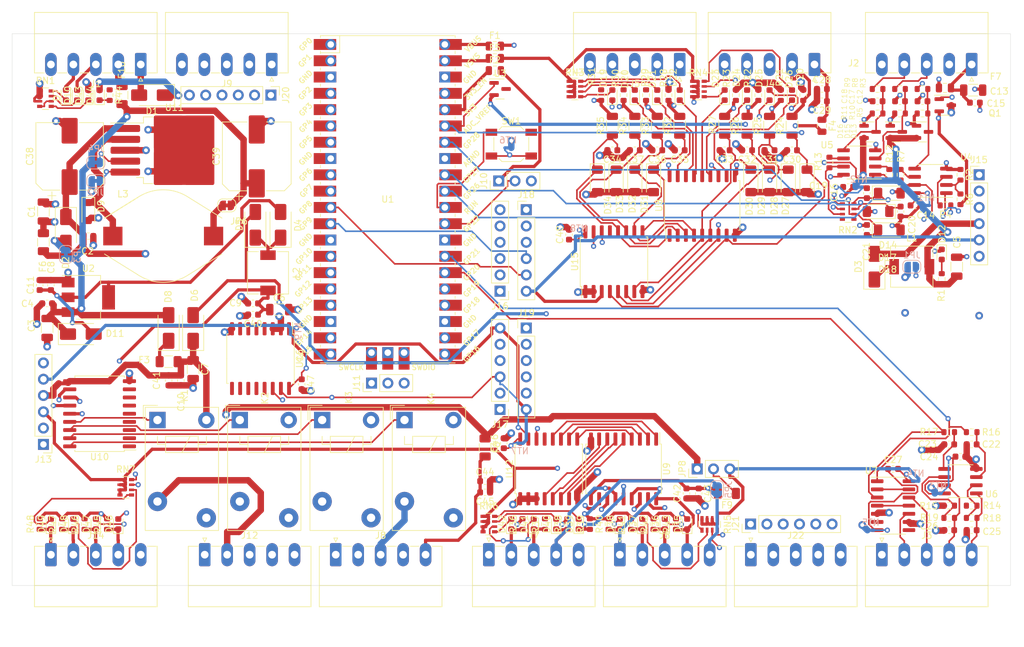
<source format=kicad_pcb>
(kicad_pcb (version 20221018) (generator pcbnew)
  (layers (0 "F.Cu" signal) (1 "In1.Cu" power) (2 "In2.Cu" signal) (31 "B.Cu" signal) (34 "B.Paste" user) (35 "F.Paste" user) (36 "B.SilkS" user "B.Silkscreen") (37 "F.SilkS" user "F.Silkscreen") (38 "B.Mask" user) (39 "F.Mask" user) (44 "Edge.Cuts" user))
  (net 0 "")
  (net 1 "VDC")
  (net 2 "GND")
  (net 3 "+12V")
  (net 4 "VAA")
  (net 5 "GNDA")
  (net 6 "VCC")
  (net 7 "VCCQ")
  (net 8 "+5V")
  (net 9 "Net-(U4B-+)")
  (net 10 "+10V")
  (net 11 "/ADC0")
  (net 12 "Net-(U5A-+)")
  (net 13 "Net-(U5B-+)")
  (net 14 "/ADC1")
  (net 15 "/ADC2")
  (net 16 "Net-(U6A-+)")
  (net 17 "Net-(U6B-+)")
  (net 18 "/Analog_Output/Ao0")
  (net 19 "/Analog_Output/Ao1")
  (net 20 "Net-(J4-Pin_1)")
  (net 21 "/Di0")
  (net 22 "/Di1")
  (net 23 "/Di2")
  (net 24 "/Di3")
  (net 25 "/Di7")
  (net 26 "/Di4")
  (net 27 "/Di5")
  (net 28 "/Di6")
  (net 29 "Net-(J8-Pin_5)")
  (net 30 "Net-(D1-A)")
  (net 31 "Net-(D2-A)")
  (net 32 "Net-(D3-K)")
  (net 33 "VBUS")
  (net 34 "Net-(D7-K)")
  (net 35 "+3V3")
  (net 36 "Net-(D8-K)")
  (net 37 "/Powersupply/+12V_prefilter")
  (net 38 "Net-(D10-K)")
  (net 39 "Net-(D12-A)")
  (net 40 "Net-(D19-K)")
  (net 41 "Net-(D19-A)")
  (net 42 "Net-(D20-K)")
  (net 43 "Net-(D20-A)")
  (net 44 "Net-(D21-K)")
  (net 45 "Net-(D21-A)")
  (net 46 "Net-(D22-K)")
  (net 47 "Net-(D22-A)")
  (net 48 "Net-(D23-K)")
  (net 49 "Net-(D23-A)")
  (net 50 "Net-(D24-K)")
  (net 51 "Net-(D24-A)")
  (net 52 "Net-(D25-K)")
  (net 53 "Net-(D25-A)")
  (net 54 "Net-(D26-K)")
  (net 55 "Net-(D26-A)")
  (net 56 "/Digital_Output/Xo7")
  (net 57 "Net-(D35-A)")
  (net 58 "/Digital_Output/Xo6")
  (net 59 "Net-(D36-A)")
  (net 60 "/Digital_Output/Xo5")
  (net 61 "Net-(D37-A)")
  (net 62 "/Digital_Output/Xo4")
  (net 63 "Net-(D38-A)")
  (net 64 "/Digital_Output/Xo3")
  (net 65 "Net-(D39-A)")
  (net 66 "/Digital_Output/Xo2")
  (net 67 "Net-(D40-A)")
  (net 68 "/Digital_Output/Xo1")
  (net 69 "Net-(D41-A)")
  (net 70 "/Digital_Output/Xo0")
  (net 71 "Net-(D42-A)")
  (net 72 "Net-(D43-K)")
  (net 73 "Net-(D44-K)")
  (net 74 "Net-(Q1-E)")
  (net 75 "Net-(J1-Pin_2)")
  (net 78 "/Analog_Input/Ai0")
  (net 79 "/Analog_Input/Ai1")
  (net 80 "/Analog_Input/Ai2")
  (net 81 "Net-(J3-Pin_2)")
  (net 82 "Net-(J3-Pin_3)")
  (net 83 "/Digital_Input/Xi0")
  (net 84 "/Digital_Input/Xi1")
  (net 85 "/Digital_Input/Xi2")
  (net 86 "/Digital_Input/Xi3")
  (net 87 "/Digital_Input/Xi4")
  (net 88 "/Digital_Input/Xi5")
  (net 89 "/Digital_Input/Xi6")
  (net 90 "/Digital_Input/Xi7")
  (net 92 "/Digital_Output/Zp_2")
  (net 93 "/Digital_Output/Zo_2")
  (net 94 "/Digital_Output/Zp_3")
  (net 95 "/Digital_Output/Zo_3")
  (net 96 "/1-Wire")
  (net 97 "Net-(J11-Pin_1)")
  (net 98 "Net-(J11-Pin_3)")
  (net 99 "/Digital_Output/Zp_0")
  (net 100 "/Digital_Output/Zo_0")
  (net 101 "/Digital_Output/Zp_1")
  (net 102 "/Digital_Output/Zo_1")
  (net 103 "Net-(JP2-B)")
  (net 104 "Net-(JP4-B)")
  (net 105 "Net-(JP5-B)")
  (net 106 "Net-(JP6-B)")
  (net 107 "/Digital_Output/z0")
  (net 108 "/Digital_Output/z1")
  (net 109 "/Digital_Output/z2")
  (net 110 "/Digital_Output/z3")
  (net 111 "Net-(NT6-Pad2)")
  (net 112 "Net-(Q1-B)")
  (net 113 "Net-(U4A--)")
  (net 116 "ADC_VREF")
  (net 117 "Net-(U4A-+)")
  (net 118 "Net-(U4B--)")
  (net 119 "Net-(RN2A-R1.1)")
  (net 120 "Net-(U5A--)")
  (net 121 "Net-(RN2B-R2.1)")
  (net 122 "Net-(U5B--)")
  (net 123 "Net-(RN2C-R3.1)")
  (net 124 "Net-(U6A--)")
  (net 125 "Net-(U6B--)")
  (net 126 "/PWMo1")
  (net 127 "/PWMo0")
  (net 128 "Net-(RN1C-R3.2)")
  (net 129 "Net-(U1-RUN)")
  (net 130 "Net-(U7-Pad13)")
  (net 131 "Net-(U7-Pad11)")
  (net 132 "/Do7")
  (net 133 "/Do6")
  (net 134 "/Do5")
  (net 135 "/Do4")
  (net 136 "/Do3")
  (net 137 "/Do2")
  (net 138 "/Do1")
  (net 139 "/Do0")
  (net 140 "Net-(JP8-C)")
  (net 141 "VPP")
  (net 144 "Net-(D46-A)")
  (net 145 "Net-(D47-A)")
  (net 146 "Net-(D48-A)")
  (net 147 "Net-(D49-A)")
  (net 152 "/Digital_Output/Do15")
  (net 153 "/Digital_Output/Do14")
  (net 154 "/Digital_Output/Do13")
  (net 155 "/Digital_Output/Do12")
  (net 156 "/Digital_Output/Do11")
  (net 157 "/Digital_Output/Do10")
  (net 158 "/Digital_Output/Do9")
  (net 159 "/Digital_Output/Do8")
  (net 160 "/Digital_Output/Xo8")
  (net 161 "/Digital_Output/Xo9")
  (net 162 "/Digital_Output/Xo10")
  (net 163 "/Digital_Output/Xo11")
  (net 164 "/Do9")
  (net 165 "/Do10")
  (net 166 "/Do11")
  (net 167 "/Do12")
  (net 168 "/Do13")
  (net 169 "/Do14")
  (net 170 "/Do15")
  (net 171 "/Do8")
  (net 172 "Net-(J20-Pin_1)")
  (net 173 "Net-(U12-VDD)")
  (net 174 "Net-(U15-VDD)")
  (net 175 "Net-(U16-VDD)")
  (net 176 "/UART0_TX")
  (net 177 "/UART0_RX")
  (net 178 "/I2C1_SDA")
  (net 179 "/I2C1_SCL")
  (net 180 "/I2C0_SDA")
  (net 181 "/I2C0_SCL")
  (net 182 "/UART1_TX")
  (net 183 "/UART1_RX")
  (net 184 "/SPI1_RX")
  (net 185 "/SPI1_CSn")
  (net 186 "/SPI1_SCK")
  (net 187 "/SPI1_TX")
  (net 188 "/SPI0_RX")
  (net 189 "/SPI0_CSn")
  (net 190 "/SPI0_SCK")
  (net 191 "/SPI0_TX")
  (net 195 "Net-(J20-Pin_2)")
  (net 196 "Net-(J20-Pin_3)")
  (net 197 "Net-(J20-Pin_4)")
  (net 198 "Net-(J20-Pin_5)")
  (net 199 "Net-(J21-Pin_1)")
  (net 200 "Net-(J21-Pin_2)")
  (net 201 "Net-(J21-Pin_3)")
  (net 202 "Net-(J21-Pin_4)")
  (net 203 "Net-(J21-Pin_5)")
  (net 204 "Net-(J14-Pin_5)")
  (net 205 "Net-(U4C-V+)")
  (net 206 "Net-(U5C-V+)")
  (net 207 "Net-(U6C-V+)")
  (net 208 "Net-(U7G-GND)")
  (net 209 "Net-(U7G-VCC)")
  (net 210 "Net-(D4-K)")
  (net 211 "Net-(U1-VBUS)")
  (net 212 "Net-(U1-3V3)")
  (net 213 "Net-(U1-VSYS)")
  (net 214 "Net-(J11-Pin_2)")
  (footprint "Inductor_SMD:L_Bourns_SDR1806" (layer "F.Cu") (at 56.6585 65.1584)
    (fp_text reference "L3")
    (fp_text value "150uH 1.5A")
  )
  (footprint "Capacitor_SMD:C_0603_1608Metric" (layer "F.Cu") (at 137.1585 51.7884 180)
    (fp_text reference "C35")
    (fp_text value "50V 10nF X7R")
  )
  (footprint "Package_SO:SOIC-16W_7.5x10.3mm_P1.27mm" (layer "F.Cu") (at 126.9085 69.1584 90)
    (fp_text reference "U15")
    (fp_text value "PCF8574")
  )
  (footprint "Resistor_SMD:R_0603_1608Metric" (layer "F.Cu") (at 180.9084 59.4284 -90)
    (fp_text reference "R6")
    (fp_text value "10k")
  )
  (footprint "MountingHole:MountingHole_3.2mm_M3" (layer "F.Cu") (at 181.4085 49.9184)
    (fp_text reference "H1" hide)
    (fp_text value "MountingHole" hide)
  )
  (footprint "Connector_Phoenix_MC:PhoenixContact_MC_1,5_5-G-3.5_1x05_P3.50mm_Horizontal" (layer "F.Cu") (at 83.5468 114.8184)
    (fp_text reference "J8")
    (fp_text value "5 Pin 3.5mm")
  )
  (footprint "Fuse:Fuse_0805_2012Metric" (layer "F.Cu") (at 159.3251 47.9684 -90)
    (fp_text reference "F4")
    (fp_text value "33V 100mA")
  )
  (footprint "Resistor_SMD:R_0603_1608Metric" (layer "F.Cu") (at 167.9917 46.0584)
    (fp_text reference "R11")
    (fp_text value "4.3k")
  )
  (footprint "Diode_SMD:D_MiniMELF" (layer "F.Cu") (at 168.0751 61.3384 180)
    (fp_text reference "D17")
    (fp_text value "ZMM3V3")
  )
  (footprint "Resistor_SMD:R_0603_1608Metric" (layer "F.Cu") (at 48.3139 43.1934 -90)
    (fp_text reference "R44")
    (fp_text value "10k")
  )
  (footprint "Package_SO:SOIC-14_3.9x8.7mm_P1.27mm" (layer "F.Cu") (at 170.4084 107.1784)
    (fp_text reference "U7")
    (fp_text value "74HC14")
  )
  (footprint "Package_TO_SOT_SMD:SOT-23" (layer "F.Cu") (at 109.1585 42.2384)
    (fp_text reference "U3")
    (fp_text value "LM4040DBZ-3")
  )
  (footprint "Connector_PinHeader_2.54mm:PinHeader_1x06_P2.54mm_Vertical" (layer "F.Cu") (at 37.9918 97.6284 180)
    (fp_text reference "J13")
    (fp_text value "Conn_01x06_Male")
  )
  (footprint "Connector_Phoenix_MC:PhoenixContact_MC_1,5_5-G-3.5_1x05_P3.50mm_Horizontal" (layer "F.Cu") (at 127.8251 114.8184)
    (fp_text reference "J6")
    (fp_text value "5 Pin 3.5mm")
  )
  (footprint "Capacitor_SMD:C_1206_3216Metric" (layer "F.Cu") (at 37.9919 61.3384 90)
    (fp_text reference "C1")
    (fp_text value "50V 10uF X5R")
  )
  (footprint "Diode_SMD:D_SMA" (layer "F.Cu") (at 41.4919 64.2034 -90)
    (fp_text reference "D2")
    (fp_text value "SS34")
  )
  (footprint "Fuse:Fuse_0805_2012Metric" (layer "F.Cu") (at 108.346 37.4634)
    (fp_text reference "F5")
    (fp_text value "33V 100mA")
  )
  (footprint "Resistor_SMD:R_0603_1608Metric" (layer "F.Cu") (at 174.9917 46.0584)
    (fp_text reference "R5")
    (fp_text value "4.3k")
  )
  (footprint "LED_SMD:LED_0603_1608Metric" (layer "F.Cu") (at 177.9918 68.0234 -90)
    (fp_text reference "D12")
    (fp_text value "Red")
  )
  (footprint "LED_SMD:LED_0603_1608Metric" (layer "F.Cu") (at 138.3251 110.0434 90)
    (fp_text reference "D35")
    (fp_text value "Red")
  )
  (footprint "Package_SO:SOIC-16W_7.5x10.3mm_P1.27mm" (layer "F.Cu") (at 71.8252 84.2584 -90)
    (fp_text reference "U16")
    (fp_text value "PCF8574")
  )
  (footprint "LED_SMD:LED_0603_1608Metric" (layer "F.Cu") (at 133.6585 43.1934 90)
    (fp_text reference "D21")
    (fp_text value "Red")
  )
  (footprint "Connector_PinHeader_2.54mm:PinHeader_1x06_P2.54mm_Vertical" (layer "F.Cu") (at 109.1585 73.7534 180)
    (fp_text reference "J16")
    (fp_text value "Conn_01x06_Male")
  )
  (footprint "Capacitor_SMD:C_0603_1608Metric" (layer "F.Cu") (at 171.4917 44.1484 180)
    (fp_text reference "C17")
    (fp_text value "50V 10nF X7R")
  )
  (footprint "Project:APRA 449-370-55" (layer "F.Cu") (at 110.9085 76.6184)
    (fp_text reference "N1" hide)
    (fp_text value "Housing" hide)
    (fp_rect (start -77.8 -43) (end 77.8 43) (stroke (width 0.05)) (fill none) (layer "Edge.Cuts"))
  )
  (footprint "Capacitor_SMD:C_1206_3216Metric" (layer "F.Cu") (at 74.7418 76.6184)
    (fp_text reference "C6")
    (fp_text value "50V 10uF X5R")
  )
  (footprint "Diode_SMD:D_SOD-123F" (layer "F.Cu") (at 44.9919 61.3384 -90)
    (fp_text reference "D9")
    (fp_text value "MBR340F")
  )
  (footprint "LED_SMD:LED_0603_1608Metric" (layer "F.Cu") (at 46.1585 110.0434 90)
    (fp_text reference "D47")
    (fp_text value "Red")
  )
  (footprint "Resistor_SMD:R_0603_1608Metric" (layer "F.Cu") (at 182.6584 95.7184)
    (fp_text reference "R16")
    (fp_text value "10k")
  )
  (footprint "Capacitor_SMD:C_0603_1608Metric" (layer "F.Cu") (at 173.9084 60.3834)
    (fp_text reference "C14")
    (fp_text value "50V 100nF X7R")
  )
  (footprint "Capacitor_SMD:C_0603_1608Metric" (layer "F.Cu") (at 163.4084 57.5184)
    (fp_text reference "C19")
    (fp_text value "50V 100nF X7R")
  )
  (footprint "Diode_SMD:D_SMA" (layer "F.Cu") (at 43.8251 80.4384)
    (fp_text reference "D11")
    (fp_text value "SS34")
  )
  (footprint "LED_SMD:LED_0603_1608Metric" (layer "F.Cu") (at 43.2418 43.1934 90)
    (fp_text reference "D10")
    (fp_text value "Red")
  )
  (footprint "LED_SMD:LED_0603_1608Metric" (layer "F.Cu") (at 46.7418 43.1934 90)
    (fp_text reference "D44")
    (fp_text value "Red")
  )
  (footprint "Capacitor_SMD:C_0603_1608Metric" (layer "F.Cu") (at 126.6585 51.7884 180)
    (fp_text reference "C34")
    (fp_text value "50V 10nF X7R")
  )
  (footprint "LED_SMD:LED_0603_1608Metric" (layer "F.Cu") (at 130.1585 43.1934 90)
    (fp_text reference "D20")
    (fp_text value "Red")
  )
  (footprint "Resistor_SMD:R_0603_1608Metric" (layer "F.Cu") (at 133.0751 110.0434 90)
    (fp_text reference "R42")
    (fp_text value "100k")
  )
  (footprint "Diode_SMD:D_SMA" (layer "F.Cu") (at 54.9085 43.1934 180)
    (fp_text reference "D1")
    (fp_text value "SS34")
  )
  (footprint "LED_SMD:LED_0603_1608Metric" (layer "F.Cu") (at 154.6584 43.1934 90)
    (fp_text reference "D26")
    (fp_text value "Red")
  )
  (footprint "LED_SMD:LED_0603_1608Metric" (layer "F.Cu") (at 144.1584 43.1934 90)
    (fp_text reference "D23")
    (fp_text value "Red")
  )
  (footprint "Capacitor_SMD:C_0603_1608Metric" (layer "F.Cu") (at 70.6585 75.6551 180)
    (fp_text reference "C9")
    (fp_text value "50V 100nF X7R")
  )
  (footprint "Diode_SMD:D_MiniMELF" (layer "F.Cu") (at 156.9918 56.5634 -90)
    (fp_text reference "D27")
    (fp_text value "ZMM3V3")
  )
  (footprint "Resistor_SMD:R_Array_Convex_4x0603" (layer "F.Cu") (at 120.8251 42.2384)
    (fp_text reference "RN3")
    (fp_text value "470")
  )
  (footprint "Resistor_SMD:R_0603_1608Metric" (layer "F.Cu") (at 40.9085 110.0434 90)
    (fp_text reference "R47")
    (fp_text value "100k")
  )
  (footprint "Connector_PinHeader_2.54mm:PinHeader_1x03_P2.54mm_Vertical" (layer "F.Cu") (at 89.1335 88.0784 90)
    (fp_text reference "J11")
    (fp_text value "Conn_01x03_Male")
  )
  (footprint "Package_TO_SOT_SMD:SOT-23" (layer "F.Cu") (at 166.8251 48.9234)
    (fp_text reference "D16")
    (fp_text value "BAV99")
  )
  (footprint "Capacitor_SMD:C_0603_1608Metric" (layer "F.Cu") (at 44.9919 65.1584)
    (fp_text reference "C2")
    (fp_text value "50V 100nF X7R")
  )
  (footprint "Diode_SMD:D_MiniMELF" (layer "F.Cu") (at 154.0751 56.5634 -90)
    (fp_text reference "D28")
    (fp_text value "ZMM3V3")
  )
  (footprint "Capacitor_SMD:C_0603_1608Metric" (layer "F.Cu") (at 154.6584 51.7884 180)
    (fp_text reference "C30")
    (fp_text value "50V 10nF X7R")
  )
  (footprint "Connector_PinHeader_2.54mm:PinHeader_1x06_P2.54mm_Vertical" (layer "F.Cu") (at 109.1585 92.1834 180)
    (fp_text reference "J17")
    (fp_text value "Conn_01x06_Male")
  )
  (footprint "Capacitor_SMD:C_1206_3216Metric" (layer "F.Cu") (at 182.8918 42.4184)
    (fp_text reference "C13")
    (fp_text value "50V 10uF X5R")
  )
  (footprint "Jumper:SolderJumper-2_P1.3mm_Bridged_RoundedPad1.0x1.5mm" (layer "F.Cu") (at 66.5752 60.3834 180)
    (fp_text reference "JP6")
    (fp_text value "Jumper_2_Bridged")
  )
  (footprint "Project:Relay_SPST_Hongfa_HF32F-Z" (layer "F.Cu") (at 55.7652 93.8284 -90)
    (fp_text reference "K1")
    (fp_text value "HF32F/xxx-Z")
  )
  (footprint "Resistor_SMD:R_0603_1608Metric" (layer "F.Cu") (at 167.9918 42.2384)
    (fp_text reference "R9")
    (fp_text value "10k")
  )
  (footprint "Capacitor_SMD:C_0603_1608Metric" (layer "F.Cu") (at 167.9917 44.1484 180)
    (fp_text reference "C18")
    (fp_text value "50V 10nF X7R")
  )
  (footprint "Resistor_SMD:R_0603_1608Metric" (layer "F.Cu") (at 152.9084 43.1934 90)
    (fp_text reference "R21")
    (fp_text value "10k")
  )
  (footprint "Fuse:Fuse_0805_2012Metric" (layer "F.Cu") (at 108.346 39.3734)
    (fp_text reference "F2")
    (fp_text value "33V 100mA")
  )
  (footprint "Connector_Phoenix_MC:PhoenixContact_MC_1,5_5-G-3.5_1x05_P3.50mm_Horizontal" (layer "F.Cu") (at 39.1585 114.8184)
    (fp_text reference "J14")
    (fp_text value "5 Pin 3.5mm")
  )
  (footprint "Capacitor_SMD:C_0603_1608Metric" (layer "F.Cu") (at 179.1584 110.9984 180)
    (fp_text reference "C26")
    (fp_text value "50V 10nF X7R")
  )
  (footprint "Capacitor_SMD:C_0603_1608Metric" (layer "F.Cu") (at 159.3251 44.1484 180)
    (fp_text reference "C29")
    (fp_text value "50V 100nF X7R")
  )
  (footprint "Connector_PinHeader_2.54mm:PinHeader_1x06_P2.54mm_Vertical" (layer "F.Cu") (at 113.2418 61.0534)
    (fp_text reference "J18")
    (fp_text value "Conn_01x06_Male")
  )
  (footprint "Connector_Phoenix_MC:PhoenixContact_MC_1,5_5-G-3.5_1x05_P3.50mm_Horizontal" (layer "F.Cu") (at 107.4085 114.8184)
    (fp_text reference "J7")
    (fp_text value "5 Pin 3.5mm")
  )
  (footprint "Resistor_SMD:R_0603_1608Metric" (layer "F.Cu") (at 171.5751 55.6084 -90)
    (fp_text reference "R7")
    (fp_text value "10k")
  )
  (footprint "Capacitor_SMD:C_0603_1608Metric" (layer "F.Cu") (at 182.6584 110.9984 180)
    (fp_text reference "C25")
    (fp_text value "50V 10nF X7R")
  )
  (footprint "Capacitor_SMD:C_0603_1608Metric" (layer "F.Cu") (at 159.3251 42.2384)
    (fp_text reference "C28")
    (fp_text value "10V 10uF X5R")
  )
  (footprint "Connector_Phoenix_MC:PhoenixContact_MC_1,5_5-G-3.5_1x05_P3.50mm_Horizontal" (layer "F.Cu") (at 182.6585 38.4184 180)
    (fp_text reference "J2")
    (fp_text value "5 Pin 3.5mm")
  )
  (footprint "Capacitor_SMD:C_0603_1608Metric" (layer "F.Cu") (at 133.6585 51.7884 180)
    (fp_text reference "C36")
    (fp_text value "50V 10nF X7R")
  )
  (footprint "Connector_PinHeader_2.54mm:PinHeader_1x06_P2.54mm_Vertical" (layer "F.Cu") (at 113.2418 79.4834)
    (fp_text reference "J19")
    (fp_text value "Conn_01x06_Male")
  )
  (footprint "Resistor_SMD:R_0603_1608Metric" (layer "F.Cu") (at 128.4085 43.1934 90)
    (fp_text reference "R30")
    (fp_text value "10k")
  )
  (footprint "LED_SMD:LED_0603_1608Metric" (layer "F.Cu") (at 39.1585 110.0434 90)
    (fp_text reference "D49")
    (fp_text value "Red")
  )
  (footprint "Diode_SMD:D_MiniMELF" (layer "F.Cu") (at 148.2418 56.5634 -90)
    (fp_text reference "D30")
    (fp_text value "ZMM3V3")
  )
  (footprint "Inductor_SMD:L_6.3x6.3_H3" (layer "F.Cu") (at 173.3251 69.9334)
    (fp_text reference "L1")
    (fp_text value "6.8uH")
  )
  (footprint "Capacitor_SMD:C_0603_1608Metric" (layer "F.Cu") (at 38.5751 75.6634 180)
    (fp_text reference "C4")
    (fp_text value "50V 100nF X7R")
  )
  (footprint "Connector_PinHeader_2.54mm:PinHeader_1x03_P2.54mm_Vertical" (layer "F.Cu") (at 139.8834 101.4484 90)
    (fp_text reference "JP8")
    (fp_text value "SolderJumper_3_Bridged12")
  )
  (footprint "Resistor_SMD:R_0603_1608Metric" (layer "F.Cu") (at 116.1585 110.0434 90)
    (fp_text reference "R37")
    (fp_text value "100k")
  )
  (footprint "Resistor_SMD:R_0603_1608Metric" (layer "F.Cu") (at 149.4084 43.1934 90)
    (fp_text reference "R22")
    (fp_text value "10k")
  )
  (footprint "Connector_Phoenix_MC:PhoenixContact_MC_1,5_5-G-3.5_1x05_P3.50mm_Horizontal" (layer "F.Cu") (at 168.6585 114.8184)
    (fp_text reference "J3")
    (fp_text value "5 Pin 3.5mm")
  )
  (footprint "Capacitor_SMD:C_0603_1608Metric" (layer "F.Cu") (at 171.5751 61.3384 -90)
    (fp_text reference "C20")
    (fp_text value "50V 10nF X7R")
  )
  (footprint "Resistor_SMD:R_Array_Convex_4x0603" (layer "F.Cu") (at 141.8251 110.0984 -90)
    (fp_text reference "RN5")
    (fp_text value "470")
  )
  (footprint "Capacitor_SMD:C_0603_1608Metric" (layer "F.Cu") (at 138.2101 105.2684 90)
    (fp_text reference "C42")
    (fp_text value "10V 10uF X5R")
  )
  (footprint "Package_TO_SOT_SMD:SOT-23" (layer "F.Cu") (at 174.9917 48.9234)
    (fp_text reference "D13")
    (fp_text value "BAV99")
  )
  (footprint "Diode_SMD:D_SMA" (layer "F.Cu") (at 74.9518 63.4051 90)
    (fp_text reference "D4")
    (fp_text value "SS34")
  )
  (footprint "Capacitor_SMD:C_1206_3216Metric" (layer "F.Cu") (at 61.3252 85.9001 -90)
    (fp_text reference "C7")
    (fp_text value "50V 10uF X5R")
  )
  (footprint "Diode_SMD:D_MiniMELF" (layer "F.Cu") (at 133.0751 56.5634 -90)
    (fp_text reference "D31")
    (fp_text value "ZMM3V3")
  )
  (footprint "Resistor_SMD:R_0603_1608Metric" (layer "F.Cu") (at 123.1585 110.0434 90)
    (fp_text reference "R39")
    (fp_text value "100k")
  )
  (footprint "LED_SMD:LED_0603_1608Metric" (layer "F.Cu") (at 126.6585 43.1934 90)
    (fp_text reference "D19")
    (fp_text value "Red")
  )
  (footprint "Package_SO:SOIC-8_3.9x4.9mm_P1.27mm" (layer "F.Cu") (at 165.1584 53.6984 180)
    (fp_text reference "U5")
    (fp_text value "LM358")
  )
  (footprint "Capacitor_SMD:C_0603_1608Metric" (layer "F.Cu") (at 37.4085 72.7984 90)
    (fp_text reference "C11")
    (fp_text value "50V 100nF X7R")
  )
  (footprint "Package_SO:SOIC-18W_7.5x11.6mm_P1.27mm" (layer "F.Cu") (at 140.6584 60.3834 90)
    (fp_text reference "U8")
    (fp_text value "ULN2803A")
  )
  (footprint "Package_SO:SOIC-8_3.9x4.9mm_P1.27mm" (layer "F.Cu") (at 176.2418 56.5634 180)
    (fp_text reference "U4")
    (fp_text value "LM358")
  )
  (footprint "Diode_SMD:D_SMA" (layer "F.Cu") (at 57.5052 79.4834 90)
    (fp_text reference "D8")
    (fp_text value "SS34")
  )
  (footprint "LED_SMD:LED_0603_1608Metric" (layer "F.Cu") (at 110.9085 110.0434 90)
    (fp_text reference "D42")
    (fp_text value "Red")
  )
  (footprint "Capacitor_SMD:C_0603_1608Metric" (layer "F.Cu") (at 166.3251 64.2034 90)
    (fp_text reference "C21")
    (fp_text value "50V 10nF X7R")
  )
  (footprint "Resistor_SMD:R_0603_1608Metric" (layer "F.Cu") (at 135.4085 43.1934 90)
    (fp_text reference "R28")
    (fp_text value "10k")
  )
  (footprint "Diode_SMD:D_MiniMELF" (layer "F.Cu") (at 169.8251 58.4734)
    (fp_text reference "D14")
    (fp_text value "ZMM3V3")
  )
  (footprint "LED_SMD:LED_0603_1608Metric" (layer "F.Cu") (at 127.8251 110.0434 90)
    (fp_text reference "D38")
    (fp_text value "Red")
  )
  (footprint "Package_SO:SOIC-18W_7.5x11.6mm_P1.27mm" (layer "F.Cu") (at 46.7418 92.8534 180)
    (fp_text reference "U10")
    (fp_text value "ULN2803A")
  )
  (footprint "Resistor_SMD:R_0603_1608Metric" (layer "F.Cu") (at 179.1584 107.1784)
    (fp_text reference "R15")
    (fp_text value "4.3k")
  )
  (footprint "Fuse:Fuse_1206_3216Metric" (layer "F.Cu") (at 106.8251 98.1084 -90)
    (fp_text reference "F8")
    (fp_text value "16V 2A")
  )
  (footprint "Resistor_SMD:R_0603_1608Metric" (layer "F.Cu") (at 169.8251 55.6084 -90)
    (fp_text reference "R12")
    (fp_text value "10k")
  )
  (footprint "Resistor_SMD:R_1206_3216Metric" (layer "F.Cu") (at 137.1585 47.9684 90)
    (fp_text reference "R32")
    (fp_text value "4.7k")
  )
  (footprint "Capacitor_SMD:C_1206_3216Metric" (layer "F.Cu") (at 180.3251 69.9334 90)
    (fp_text reference "C5")
    (fp_text value "50V 10uF X5R")
  )
  (footprint "Connector_PinHeader_2.54mm:PinHeader_1x06_P2.54mm_Vertical" (layer "F.Cu") (at 183.8251 55.6084)
    (fp_text reference "J15")
    (fp_text value "Conn_01x06_Male")
  )
  (footprint "Resistor_SMD:R_0603_1608Metric" (layer "F.Cu") (at 136.5751 110.0434 90)
    (fp_text reference "R43")
    (fp_text value "100k")
  )
  (footprint "Resistor_SMD:R_0603_1608Metric" (layer "F.Cu") (at 177.9918 71.8434 -90)
    (fp_text reference "R1")
    (fp_text value "1k")
  )
  (footprint "Diode_SMD:D_SMA" (layer "F.Cu") (at 61.3252 79.4834 90)
    (fp_text reference "D6")
    (fp_text value "SS34")
  )
  (footprint "Resistor_SMD:R_1206_3216Metric" (layer "F.Cu") (at 151.1584 47.9684 90)
    (fp_text reference "R25")
    (fp_text value "4.7k")
  )
  (footprint "Capacitor_SMD:CP_Elec_10x10.5" (layer "F.Cu") (at 71.2419 52.7434 90)
    (fp_text reference "C39")
    (fp_text value "680uF 25V 105C")
  )
  (footprint "Capacitor_SMD:C_0603_1608Metric" (layer "F.Cu") (at 106.8251 105.1084 180)
    (fp_text reference "C45")
    (fp_text value "10V 10uF X5R")
  )
  (footprint "LED_SMD:LED_0603_1608Metric" (layer "F.Cu") (at 134.8251 110.0434 90)
    (fp_text reference "D36")
    (fp_text value "Red")
  )
  (footprint "Resistor_SMD:R_0603_1608Metric" (layer "F.Cu") (at 156.4084 43.1934 90)
    (fp_text reference "R20")
    (fp_text value "10k")
  )
  (footprint "Resistor_SMD:R_0603_1608Metric" (layer "F.Cu") (at 180.9084 55.6084 -90)
    (fp_text reference "R2")
    (fp_text value "4.3k")
  )
  (footprint "Capacitor_SMD:C_0603_1608Metric" (layer "F.Cu") (at 151.1584 51.7884 180)
    (fp_text reference "C31")
    (fp_text value "50V 10nF X7R")
  )
  (footprint "Inductor_SMD:L_6.3x6.3_H3" (layer "F.Cu") (at 72.9918 70.8884 -90)
    (fp_text reference "L2")
    (fp_text value "6.8uH")
  )
  (footprint "Capacitor_SMD:C_0603_1608Metric" (layer "F.Cu") (at 147.6584 51.7884 180)
    (fp_text reference "C32")
    (fp_text value "50V 10nF X7R")
  )
  (footprint "Resistor_SMD:R_Array_Convex_4x0603" (layer "F.Cu") (at 140.0751 42.2384)
    (fp_text reference "RN4")
    (fp_text value "470")
  )
  (footprint "Package_SO:SOIC-16W_7.5x10.3mm_P1.27mm" (layer "F.Cu") (at 116.7418 101.4484 90)
    (fp_text reference "U12")
    (fp_text value "PCF8574")
  )
  (footprint "Resistor_SMD:R_0603_1608Metric" (layer "F.Cu") (at 174.9918 42.2384)
    (fp_text reference "R3")
    (fp_text value "10k")
  )
  (footprint "Fuse:Fuse_0805_2012Metric" (layer "F.Cu") (at 178.4917 42.0684)
    (fp_text reference "F7")
    (fp_text value "33V 100mA")
  )
  (footprint "Fuse:Fuse_0805_2012Metric" (layer "F.Cu") (at 108.346 35.5534)
    (fp_text reference "F1")
    (fp_text value "33V 100mA")
  )
  (footprint "Resistor_SMD:R_0603_1608Metric" (layer "F.Cu") (at 47.9085 110.0434 90)
    (fp_text reference "R45")
    (fp_text value "100k")
  )
  (footprint "Connector_Phoenix_MC:PhoenixContact_MC_1,5_5-G-3.5_1x05_P3.50mm_Horizontal" (layer "F.Cu") (at 63.1302 114.8184)
    (fp_text reference "J12")
    (fp_text value "5 Pin 3.5mm")
  )
  (footprint "Resistor_SMD:R_Array_Convex_4x0603" (layer "F.Cu") (at 163.4084 61.3384)
    (fp_text reference "RN2")
    (fp_text value "4k7")
  )
  (footprint "Capacitor_SMD:C_0603_1608Metric" (layer "F.Cu") (at 109.7418 97.4485 90)
    (fp_text reference "C46")
    (fp_text value "50V 100nF X7R")
  )
  (footprint "Diode_SMD:D_MiniMELF" (layer "F.Cu") (at 130.1585 56.5634 -90)
    (fp_text reference "D32")
    (fp_text value "ZMM3V3")
  )
  (footprint "Project:Relay_SPST_Hongfa_HF32F-Z" (layer "F.Cu") (at 68.5985 93.8284 -90)
    (fp_text reference "K2")
    (fp_text value "HF32F/xxx-Z")
  )
  (footprint "Fuse:Fuse_1206_3216Metric" (layer "F.Cu") (at 57.5052 84.7334)
    (fp_text reference "F3")
    (fp_text value "16V 2A")
  )
  (footprint "Capacitor_SMD:C_0603_1608Metric" (layer "F.Cu") (at 78.2418 88.2584 -90)
    (fp_text reference "C47")
    (fp_text value "50V 100nF X7R")
  )
  (footprint "LED_SMD:LED_0603_1608Metric" (layer "F.Cu") (at 147.6584 43.1934 90)
    (fp_text reference "D24")
    (fp_text value "Red")
  )
  (footprint "Resistor_SMD:R_1206_3216Metric" (layer "F.Cu") (at 130.1585 47.9684 90)
    (fp_text reference "R34")
    (fp_text value "4.7k")
  )
  (footprint "LED_SMD:LED_0603_1608Metric" (layer "F.Cu") (at 44.9918 43.1934 90)
    (fp_text reference "D43")
    (fp_text value "Red")
  )
  (footprint "Resistor_SMD:R_1206_3216Metric" (layer "F.Cu") (at 126.6585 47.9684 90)
    (fp_text reference "R35")
    (fp_text value "4.7k")
  )
  (footprint "Resistor_SMD:R_0603_1608Metric" (layer "F.Cu") (at 112.6585 110.0434 90)
    (fp_text reference "R36")
    (fp_text value "100k")
  )
  (footprint "Connector_PinHeader_2.54mm:PinHeader_1x03_P2.54mm_Vertical" (layer "F.Cu") (at 108.9518 56.5634 90)
    (fp_text reference "J10")
    (fp_text value "Conn_01x03_Male")
  )
  (footprint "Connector_Phoenix_MC:PhoenixContact_MC_1,5_5-G-3.5_1x05_P3.50mm_Horizontal" (layer "F.Cu") (at 148.2418 114.8184)
    (fp_text reference "J22")
    (fp_text value "5 Pin 3.5mm")
  )
  (footprint "Resistor_SMD:R_0603_1608Metric" (layer "F.Cu") (at 131.9085 43.1934 90)
    (fp_text reference "R29")
    (fp_text value "10k")
  )
  (footprint "Capacitor_SMD:C_0603_1608Metric" (layer "F.Cu") (at 144.1584 51.7884 180)
    (fp_text reference "C33")
    (fp_text value "50V 10nF X7R")
  )
  (footprint "Resistor_SMD:R_1206_3216Metric" (layer "F.Cu") (at 147.6584 47.9684 90)
    (fp_text reference "R26")
    (fp_text value "4.7k")
  )
  (footprint "LED_SMD:LED_0603_1608Metric" (layer "F.Cu") (at 121.4085 110.0434 90)
    (fp_text reference "D39")
    (fp_text value "Red")
  )
  (footprint "Resistor_SMD:R_0603_1608Metric" (layer "F.Cu") (at 171.4918 42.2384)
    (fp_text reference "R8")
    (fp_text value "10k")
  )
  (footprint "Resistor_SMD:R_0603_1608Metric" (layer "F.Cu") (at 179.1584 95.7184)
    (fp_text reference "R17")
    (fp_text value "10k")
  )
  (footprint "Fuse:Fuse_1206_3216Metric" (layer "F.Cu") (at 37.9919 66.1134 -90)
    (fp_text reference "F6")
    (fp_text value "16V 2A")
  )
  (footprint "Capacitor_SMD:C_0603_1608Metric" (layer "F.Cu") (at 179.1584 97.6284 180)
    (fp_text reference "C23")
    (fp_text value "10V 10uF X5R")
  )
  (footprint "Capacitor_SMD:C_0603_1608Metric" (layer "F.Cu") (at 166.3251 58.4734 90)
    (fp_text reference "C16")
    (fp_text value "50V 10nF X7R")
  )
  (footprint "Connector_Phoenix_MC:PhoenixContact_MC_1,5_5-G-3.5_1x05_P3.50mm_Horizontal" (layer "F.Cu") (at 53.1585 38.4184 180)
    (fp_text reference "J1")
    (fp_text value "5 Pin 3.5mm")
  )
  (footprint "Diode_SMD:D_SMA" (layer "F.Cu") (at 71.0151 63.4051 90)
    (fp_text reference "D5")
    (fp_text value "SS34")
  )
  (footprint "Resistor_SMD:R_0603_1608Metric" (layer "F.Cu") (at 179.1584 109.0884)
    (fp_text reference "R19")
    (fp_text value "10k")
  )
  (footprint "LED_SMD:LED_0603_1608Metric" (layer "F.Cu") (at 131.3251 110.0434 90)
    (fp_text reference "D37")
    (fp_text value "Red")
  )
  (footprint "Diode_SMD:D_MiniMELF" (layer "F.Cu") (at 124.3251 56.5634 -90)
    (fp_text reference "D34")
    (fp_text value "ZMM3V3")
  )
  (footprint "Package_TO_SOT_SMD:SOT-23" (layer "F.Cu") (at 170.9084 48.9234)
    (fp_text reference "D15")
    (fp_text value "BAV99")
  )
  (footprint "Capacitor_SMD:C_0603_1608Metric" (layer "F.Cu") (at 183.1584 44.3684)
    (fp_text reference "C15")
    (fp_text value "50V 100nF X7R")
  )
  (footprint "Connector_Phoenix_MC:PhoenixContact_MC_1,5_5-G-3.5_1x05_P3.50mm_Horizontal" (layer "F.Cu") (at 158.1585 38.4184 180)
    (fp_text reference "J4")
    (fp_text value "5 Pin 3.5mm")
  )
  (footprint "Resistor_SMD:R_0603_1608Metric" (layer "F.Cu") (at 182.6584 109.0884)
    (fp_text reference "R18")
    (fp_text value "10k")
  )
  (footprint "Connector_PinHeader_2.54mm:PinHeader_1x06_P2.54mm_Vertical" (layer "F.Cu") (at 73.4418 43.1934 -90)
    (fp_text reference "J20")
    (fp_text value "Conn_01x06_Male")
  )
  (footprint "Capacitor_SMD:C_1206_3216Metric" (layer "F.Cu") (at 38.5751 79.4834 -90)
    (fp_text reference "C3")
    (fp_text value "50V 10uF X5R")
  )
  (footprint "Capacitor_SMD:C_0603_1608Metric" (layer "F.Cu") (at 70.6585 77.4051 180)
    (fp_text reference "C40")
    (fp_text value "50V 10nF X7R")
  )
  (footprint "Connector_Phoenix_MC:PhoenixContact_MC_1,5_5-G-3.5_1x05_P3.50mm_Horizontal" (layer "F.Cu") (at 137.1585 38.4184 180)
    (fp_text reference "J5")
    (fp_text value "5 Pin 3.5mm")
  )
  (footprint "Resistor_SMD:R_Array_Convex_4x0603" (layer "F.Cu") (at 107.4085 110.0434)
    (fp_text reference "RN6")
    (fp_text value "470")
  )
  (footprint "Resistor_SMD:R_0603_1608Metric" (layer "F.Cu") (at 178.5751 60.3834 180)
    (fp_text reference "R4")
    (fp_text value "10k")
  )
  (footprint "Package_SO:SOIC-8_3.9x4.9mm_P1.27mm" (layer "F.Cu") (at 180.9084 103.3584 180)
    (fp_text reference "U6")
    (fp_text value "LM358")
  )
  (footprint "Button_Switch_SMD:SW_SPST_SKQG_WithStem" (layer "F.Cu") (at 110.9085 50.8334)
    (fp_text reference "SW1")
    (fp_text value "TS1187")
  )
  (footprint "Diode_SMD:D_MiniMELF" (layer "F.Cu") (at 127.2418 56.5634 -90)
    (fp_text reference "D33")
    (fp_text value "ZMM3V3")
  )
  (footprint "Capacitor_SMD:C_0603_1608Metric" (layer "F.Cu") (at 182.6584 97.6284 180)
    (fp_text reference "C22")
    (fp_text value "10V 10uF X5R")
  )
  (footprint "Resistor_SMD:R_0603_1608Metric" (layer "F.Cu") (at 126.0751 110.0434 90)
    (fp_text reference "R40")
    (fp_text value "100k")
  )
  (footprint "Fuse:Fuse_1206_3216Metric" (layer "F.Cu") (at 50.2418 43.1934 -90)
    (fp_text reference "F10")
    (fp_text value "16V 2A")
  )
  (footprint "LED_SMD:LED_0603_1608Metric" (layer "F.Cu") (at 42.6585 110.0434 90)
    (fp_text reference "D48")
    (fp_text value "Red")
  )
  (footprint "Resistor_SMD:R_0603_1608Metric" (layer "F.Cu") (at 182.6584 107.1784)
    (fp_text reference "R14")
    (fp_text value "4.3k")
  )
  (footprint "Capacitor_SMD:C_0603_1608Metric" (layer "F.Cu") (at 174.9917 44.1484 180)
    (fp_text reference "C12")
    (fp_text value "50V 10nF X7R")
  )
  (footprint "MountingHole:MountingHole_3.2mm_M3" (layer "F.Cu") (at 40.4085 103.3184 90)
    (fp_text reference "H4" hide)
    (fp_text value "MountingHole" hide)
  )
  (footprint "Package_TO_SOT_SMD:TO-263-5_TabPin3" (layer "F.Cu") (at 58.4085 51.7884)
    (fp_text reference "U11")
    (fp_text value "LM2596S-12")
  )
  (footprint "Diode_SMD:D_MiniMELF" (layer "F.Cu") (at 169.8251 64.2034)
    (fp_text reference "D18")
    (fp_text value "ZMM3V3")
  )
  (footprint "Package_TO_SOT_SMD:SOT-23" (layer "F.Cu") (at 178.5418 44.7684)
    (fp_text reference "Q1")
    (fp_text value "MMBT2222A 1P")
  )
  (footprint "Fuse:Fuse_1206_3216Metric" (layer "F.Cu") (at 144.5151 105.2684 180)
    (fp_text reference "F9")
    (fp_text value "16V 2A")
  )
  (footprint "Resistor_SMD:R_0603_1608Metric" (layer "F.Cu") (at 160.4918 53.6984 -90)
    (fp_text reference "R13")
    (fp_text value "10k")
  )
  (footprint "LED_SMD:LED_0603_1608Metric" (layer "F.Cu") (at 41.4918 43.1934 90)
    (fp_text reference "D7")
    (fp_text value "Red")
  )
  (footprint "Resistor_SMD:R_1206_3216Metric" (layer "F.Cu") (at 144.1584 47.9684 90)
    (fp_text reference "R27")
    (fp_text value "4.7k")
  )
  (footprint "Diode_SMD:D_SMA" (layer "F.Cu") (at 167.4918 69.9334 90)
    (fp_text reference "D3")
    (fp_text value "SS34")
  )
  (footprint "Package_TO_SOT_SMD:SOT-223-3_TabPin2" (layer "F.Cu") (at 44.9918 74.7084)
    (fp_text reference "U2")
    (fp_text value "AMS1117-5.0")
  )
  (footprint "LED_SMD:LED_0603_1608Metric" (layer "F.Cu") (at 117.9085 110.0434 90)
    (fp_text reference "D40")
    (fp_text value "Red")
  )
  (footprint "MCU_RaspberryPi_and_Boards:RPi_Pico_SMD_TH" (layer "F.Cu") (at 91.6585 59.4284)
    (fp_text reference "U1")
    (fp_text value "Pico")
  )
  (footprint "Resistor_SMD:R_0603_1608Metric" (layer "F.Cu") (at 37.4085 110.0434 90)
    (fp_text reference "R48")
    (fp_text value "100k")
  )
  (footprint "Project:Relay_SPST_Hongfa_HF32F-Z" (layer "F.Cu") (at 94.2651 93.8284 -90)
    (fp_text reference "K4")
    (fp_text value "HF32F/xxx-Z")
  )
  (footprint "Capacitor_SMD:C_0603_1608Metric" (layer "F.Cu") (at 39.1585 72.7984 90)
    (fp_text reference "C8")
    (fp_text value "10V 10uF X5R")
  )
  (footprint "Capacitor_SMD:C_0603_1608Metric" (layer "F.Cu") (at 106.8251 103.3584)
    (fp_text reference "C44")
    (fp_text value "50V 100nF X7R")
  )
  (footprint "LED_SMD:LED_0603_1608Metric" (layer "F.Cu") (at 114.4085 110.0434 90)
    (fp_text reference "D41")
    (fp_text value "Red")
  )
  (footprint "Capacitor_SMD:C_0603_1608Metric" (layer "F.Cu") (at 180.9084 99.5384)
    (fp_text reference "C24")
    (fp_text value "50V 100nF X7R")
  )
  (footprint "Capacitor_SMD:C_0603_1608Metric" (layer "F.Cu") (at 57.5052 87.6501 -90)
    (fp_text reference "C41")
    (fp_text value "50V 10nF X7R")
  )
  (footprint "Resistor_SMD:R_1206_3216Metric" (layer "F.Cu") (at 133.6585 47.9684 90)
    (fp_text reference "R33")
    (fp_text value "4.7k")
  )
  (footprint "LED_SMD:LED_0603_1608Metric" (layer "F.Cu") (at 49.6585 110.0434 90)
    (fp_text reference "D46")
    (fp_text value "Red")
  )
  (footprint "Capacitor_SMD:C_0603_1608Metric" (layer "F.Cu") (at 130.1585 51.7884 180)
    (fp_text reference "C37")
    (fp_text value "50V 10nF X7R")
  )
  (footprint "Resistor_SMD:R_0603_1608Metric" (layer "F.Cu") (at 124.9085 43.1934 90)
    (fp_text reference "R31")
    (fp_text value "10k")
  )
  (footprint "Resistor_SMD:R_0603_1608Metric" (layer "F.Cu") (at 119.6585 110.0434 90)
    (fp_text reference "R38")
    (fp_text value "100k")
  )
  (footprint "Resistor_SMD:R_Array_Convex_4x0603" (layer "F.Cu") (at 38.3085 43.7484)
    (fp_text reference "RN1")
    (fp_text value "1k")
  )
  (footprint "Resistor_SMD:R_0603_1608Metric" (layer "F.Cu") (at 145.9084 43.1934 90)
    (fp_text reference "R23")
    (fp_text value "10k")
  )
  (footprint "Resistor_SMD:R_1206_3216Metric" (layer "F.Cu") (at 154.6584 47.9684 90)
    (fp_text reference "R24")
    (fp_text value "4.7k")
  )
  (footprint "Resistor_SMD:R_Array_Convex_4x0603" (layer "F.Cu") (at 50.8252 104.3134)
    (fp_text reference "RN7")
    (fp_text value "470")
  )
  (footprint "Project:Relay_SPST_Hongfa_HF32F-Z" (layer "F.Cu") (at 81.4318 93.8284 -90)
    (fp_text reference "K3")
    (fp_text value "HF32F/xxx-Z")
  )
  (footprint "Package_SO:SOIC-18W_7.5x11.6mm_P1.27mm" (layer "F.Cu") (at 128.4085 101.4484 -90)
    (fp_text reference "U9")
    (fp_text value "ULN2803A")
  )
  (footprint "Connector_PinHeader_2.54mm:PinHeader_1x06_P2.54mm_Vertical" (layer "F.Cu") (at 148.2051 110.0434 90)
    (fp_text reference "J21")
    (fp_text value "Conn_01x06_Male")
  )
  (footprint "Capacitor_SMD:C_0603_1608Metric" (layer "F.Cu") (at 59.4152 87.6501 -90)
    (fp_text reference "C10")
    (fp_text value "50V 100nF X7R")
  )
  (footprint "Diode_SMD:D_MiniMELF" (layer "F.Cu") (at 151.1584 56.5634 -90)
    (fp_text reference "D29")
    (fp_text value "ZMM3V3")
  )
  (footprint "Capacitor_SMD:C_0603_1608Metric" (layer "F.Cu") (at 119.9085 64.9334 90)
    (fp_text reference "C48")
    (fp_text value "50V 100nF X7R")
  )
  (footprint "Capacitor_SMD:CP_Elec_10x10" (layer "F.Cu") (at 42.0752 52.7434 90)
    (fp_text reference "C38")
    (fp_text value "220uF 50V 105C")
  )
  (footprint "Connector_Phoenix_MC:PhoenixContact_MC_1,5_5-G-3.5_1x05_P3.50mm_Horizontal" (layer "F.Cu") (at 73.5752 38.4184 180)
    (fp_text reference "J9")
    (fp_text value "5 Pin 3.5mm")
  )
  (footprint "LED_SMD:LED_0603_1608Metric" (layer "F.Cu") (at 151.1584 43.1934 90)
    (fp_text reference "D25")
    (fp_text value "Red")
  )
  (footprint "Capacitor_SMD:C_0603_1608Metric" (layer "F.Cu") (at 140.1201 105.2684 -90)
    (fp_text reference "C43")
    (fp_text value "50V 100nF X7R")
  )
  (footprint "Resistor_SMD:R_0603_1608Metric" (layer "F.Cu") (at 44.4085 110.0434 90)
    (fp_text reference "R46")
    (fp_text value "100k")
  )
  (footprint "Capacitor_SMD:C_0603_1608Metric" (layer "F.Cu") (at 170.4084 101.4484)
    (fp_text reference "C27")
    (fp_text value "50V 100nF X7R")
  )
  (footprint "Resistor_SMD:R_0603_1608Metric" (layer "F.Cu") (at 129.5751 110.0434 90)
    (fp_text reference "R41")
    (fp_text value "100k")
  )
  (footprint "LED_SMD:LED_0603_1608Metric" (layer "F.Cu") (at 137.1585 43.1934 90)
    (fp_text reference "D22")
    (fp_text value "Red")
  )
  (footprint "Resistor_SMD:R_0603_1608Metric" (layer "F.Cu") (at 171.4917 46.0584)
    (fp_text reference "R10")
    (fp_text value "4.3k")
  )
  (footprint "NetTie:NetTie-2_SMD_Pad0.5mm" (layer "B.Cu") (at 173.9084 103.3584 180)
    (fp_text reference "NT4")
    (fp_text value "NetTie_2")
  )
  (footprint "NetTie:NetTie-2_SMD_Pad0.5mm" (layer "B.Cu") (at 121.4085 65.1584 180)
    (fp_text reference "NT8")
    (fp_text value "NetTie_2")
  )
  (footprint "Jumper:SolderJumper-2_P1.3mm_Bridged_RoundedPad1.0x1.5mm" (layer "B.Cu") (at 46.1585 53.6984)
    (fp_text reference "JP4")
    (fp_text value "Jumper_2_Bridged")
  )
  (footprint "Jumper:SolderJumper-2_P1.3mm_Bridged_RoundedPad1.0x1.5mm" (layer "B.Cu") (at 41.4919 68.0234 90)
    (fp_text reference "JP3")
    (fp_text value "Jumper_2_Bridged")
  )
  (footprint "Jumper:SolderJumper-2_P1.3mm_Bridged_RoundedPad1.0x1.5mm" (layer "B.Cu") (at 46.1585 56.5634)
    (fp_text reference "JP2")
    (fp_text value "Jumper_2_Bridged")
  )
  (footprint "NetTie:NetTie-2_SMD_Pad0.5mm" (layer "B.Cu") (at 112.2418 97.4484)
    (fp_text reference "NT7")
    (fp_text value "NetTie_2")
  )
  (footprint "NetTie:NetTie-2_SMD_Pad0.5mm" (layer "B.Cu") (at 177.4084 105.2684 180)
    (fp_text reference "NT3")
    (fp_text value "NetTie_2")
  )
  (footprint "NetTie:NetTie-2_SMD_Pad0.5mm" (layer "B.Cu") (at 166.9084 110.9984 180)
    (fp_text reference "NT5")
    (fp_text value "NetTie_2")
  )
  (footprint "NetTie:NetTie-2_SMD_Pad0.5mm" (layer "B.Cu") (at 175.5751 60.3834 180)
    (fp_text reference "NT1")
    (fp_text value "NetTie_2")
  )
  (footprint "NetTie:NetTie-2_SMD_Pad0.5mm" (layer "B.Cu") (at 76.4918 79.9834 90)
    (fp_text reference "NT9")
    (fp_text value "NetTie_2")
  )
  (footprint "Jumper:SolderJumper-2_P1.3mm_Bridged_RoundedPad1.0x1.5mm" (layer "B.Cu") (at 142.9851 104.685 90)
    (fp_text reference "JP5")
    (fp_text value "Jumper_2_Bridged")
  )
  (footprint "Jumper:SolderJumper-2_P1.3mm_Open_RoundedPad1.0x1.5mm" (layer "B.Cu") (at 173.3251 69.9334 180)
    (fp_text reference "JP1")
    (fp_text value "Jumper_2_Open")
  )
  (footprint "NetTie:NetTie-2_SMD_Pad0.5mm" (layer "B.Cu") (at 110.4085 51.4167 180)
    (fp_text reference "NT6")
    (fp_text value "NetTie_2")
  )
  (footprint "NetTie:NetTie-2_SMD_Pad0.5mm" (layer "B.Cu") (at 165.0751 57.5184 180)
    (fp_text reference "NT2")
    (fp_text value "NetTie_2")
  )
  (segment (start 37.9919 64.7134) (end 37.9919 62.9542) (width 1) (layer "F.Cu") (net 1))
  (segment (start 37.9919 62.9542) (end 39.7419 62.9542) (width 1) (layer "F.Cu") (net 1))
  (segment (start 37.9919 62.9542) (end 37.9919 62.8134) (width 1) (layer "F.Cu") (net 1))
  (segment (start 56.9579 43.2428) (end 56.9085 43.1934) (width 1) (layer "F.Cu") (net 1))
  (segment (start 59.0256 43.2428) (end 56.9579 43.2428) (width 1) (layer "F.Cu") (net 1))
  (segment (start 46.7418 41.1047) (end 46.7418 42.4059) (width 1) (layer "F.Cu") (net 1))
  (via (at 39.7419 62.9542) (size 1.2) (drill 0.6) (layers "F.Cu" "B.Cu") (net 1))
  (via (at 46.7418 41.1047) (size 1.2) (drill 0.6) (layers "F.Cu" "B.Cu") (net 1))
  (via (at 59.0256 43.2428) (size 1.2) (drill 0.6) (layers "F.Cu" "B.Cu") (net 1))
  (segment (start 56.8875 41.1047) (end 59.0256 43.2428) (width 1) (layer "B.Cu") (net 1))
  (segment (start 46.7418 41.1047) (end 56.8875 41.1047) (width 1) (layer "B.Cu") (net 1))
  (segment (start 109.0366 103.076) (end 107.8825 103.076) (width 1) (layer "F.Cu") (net 2))
  (segment (start 56.9792 55.0677) (end 57.4835 54.5634) (width 1) (layer "F.Cu") (net 2))
  (segment (start 158.7447 58.6284) (end 157.3068 58.6284) (width 1) (layer "F.Cu") (net 2))
  (segment (start 182.8174 100.4725) (end 182.8174 100.6724) (width 1) (layer "F.Cu") (net 2))
  (segment (start 124.3251 58.3134) (end 127.2418 58.3134) (width 1) (layer "F.Cu") (net 2))
  (segment (start 57.4835 54.5634) (end 62.3335 54.5634) (width 1) (layer "F.Cu") (net 2))
  (segment (start 38.3183 60.1898) (end 37.9919 59.8634) (width 1) (layer "F.Cu") (net 2))
  (segment (start 182.8174 100.6724) (end 183.3834 101.2384) (width 1) (layer "F.Cu") (net 2))
  (segment (start 124.6707 52.5973) (end 125.3476 52.5973) (width 1) (layer "F.Cu") (net 2))
  (segment (start 37.4085 43.3484) (end 37.3084 43.3484) (width 1) (layer "F.Cu") (net 2))
  (segment (start 36.6085 43.6983) (end 36.9584 43.3484) (width 0.3998) (layer "F.Cu") (net 2))
  (segment (start 57.4835 49.0134) (end 59.9085 49.0134) (width 1) (layer "F.Cu") (net 2))
  (segment (start 169.7753 108.2684) (end 168.1134 108.2684) (width 1) (layer "F.Cu") (net 2))
  (segment (start 181.8834 99.5384) (end 181.8834 97.6284) (width 1) (layer "F.Cu") (net 2))
  (segment (start 131.6301 73.5318) (end 131.3535 73.8084) (width 1) (layer "F.Cu") (net 2))
  (segment (start 75.0002 79.6084) (end 73.7302 79.6084) (width 1) (layer "F.Cu") (net 2))
  (segment (start 157.3068 58.6284) (end 156.9918 58.3134) (width 1) (layer "F.Cu") (net 2))
  (segment (start 110.0979 96.6735) (end 109.7418 96.6735) (width 1) (layer "F.Cu") (net 2))
  (segment (start 113.5668 106.0984) (end 114.8368 106.0984) (width 1) (layer "F.Cu") (net 2))
  (segment (start 156.9918 58.3134) (end 154.0751 58.3134) (width 1) (layer "F.Cu") (net 2))
  (segment (start 124.3251 58.3134) (end 123.9594 58.6791) (width 1) (layer "F.Cu") (net 2))
  (segment (start 59.9085 49.0134) (end 62.3335 49.0134) (width 1) (layer "F.Cu") (net 2))
  (segment (start 45.7669 66.6156) (end 45.7669 65.1584) (width 1) (layer "F.Cu") (net 2))
  (segment (start 177.0616 111.058) (end 178.3238 111.058) (width 1) (layer "F.Cu") (net 2))
  (segment (start 107.8825 103.076) (end 107.6001 103.3584) (width 1) (layer "F.Cu") (net 2))
  (segment (start 146.9666 63.8052) (end 145.7384 65.0334) (width 1) (layer "F.Cu") (net 2))
  (segment (start 69.6883 77.6003) (end 69.8835 77.4051) (width 1) (layer "F.Cu") (net 2))
  (segment (start 177.0722 107.1784) (end 178.3334 107.1784) (width 1) (layer "F.Cu") (net 2))
  (segment (start 177.5342 98.4776) (end 178.3834 97.6284) (width 1) (layer "F.Cu") (net 2))
  (segment (start 45.4036 62.3267) (end 44.9919 62.7384) (width 1) (layer "F.Cu") (net 2))
  (segment (start 61.3252 88.4251) (end 61.3252 87.3751) (width 1) (layer "F.Cu") (net 2))
  (segment (start 173.1509 109.9859) (end 172.8834 109.7184) (width 1) (layer "F.Cu") (net 2))
  (segment (start 111.1597 107.0002) (end 111.395 107.0002) (width 1) (layer "F.Cu") (net 2))
  (segment (start 153.8834 51.7884) (end 152.7007 52.9711) (width 1) (layer "F.Cu") (net 2))
  (segment (start 37.4085 42.5484) (end 37.4085 43.3484) (width 1) (layer "F.Cu") (net 2))
  (segment (start 121.2926 73.8912) (end 122.3807 73.8912) (width 1) (layer "F.Cu") (net 2))
  (segment (start 174.6632 109.9859) (end 173.1509 109.9859) (width 1) (layer "F.Cu") (net 2))
  (segment (start 41.8418 72.0234) (end 41.8418 72.4084) (width 1) (layer "F.Cu") (net 2))
  (segment (start 128.2016 52.9703) (end 129.3835 51.7884) (width 1) (layer "F.Cu") (net 2))
  (segment (start 181.6852 112.4494) (end 181.8834 112.2512) (width 1) (layer "F.Cu") (net 2))
  (segment (start 123.9594 58.6791) (end 122.5521 58.6791) (width 1) (layer "F.Cu") (net 2))
  (segment (start 141.0851 107.2163) (end 140.1201 106.2513) (width 1) (layer "F.Cu") (net 2))
  (segment (start 59.4152 88.4251) (end 57.5052 88.4251) (width 1) (layer "F.Cu") (net 2))
  (segment (start 119.5072 63.7571) (end 119.9085 64.1584) (width 1) (layer "F.Cu") (net 2))
  (segment (start 181.8834 99.5384) (end 181.6834 99.5384) (width 1) (layer "F.Cu") (net 2))
  (segment (start 107.6001 105.1084) (end 107.6001 103.3584) (width 1) (layer "F.Cu") (net 2))
  (segment (start 149.4084 42.1493) (end 149.4084 42.3684) (width 1) (layer "F.Cu") (net 2))
  (segment (start 152.9084 42.3684) (end 151.7935 41.2535) (width 1) (layer "F.Cu") (net 2))
  (segment (start 151.2953 52.9711) (end 150.3834 52.0592) (width 1) (layer "F.Cu") (net 2))
  (segment (start 133.0751 58.3134) (end 130.1585 58.3134) (width 1) (layer "F.Cu") (net 2))
  (segment (start 182.8175 100.4724) (end 181.8834 99.5384) (width 1) (layer "F.Cu") (net 2))
  (segment (start 37.4085 41.3936) (end 37.4085 42.5484) (width 1) (layer "F.Cu") (net 2))
  (segment (start 178.3238 111.058) (end 178.3834 110.9984) (width 1) (layer "F.Cu") (net 2))
  (segment (start 36.9682 76.4953) (end 36.9682 78.8715) (width 1) (layer "F.Cu") (net 2))
  (segment (start 123.3285 96.7984) (end 123.3285 98.0252) (width 1) (layer "F.Cu") (net 2))
  (segment (start 111.395 107.0002) (end 112.2968 106.0984) (width 1) (layer "F.Cu") (net 2))
  (segment (start 37.4085 72.0234) (end 39.1585 72.0234) (width 1) (layer "F.Cu") (net 2))
  (segment (start 156.0855 42.0455) (end 156.4084 42.3684) (width 1) (layer "F.Cu") (net 2))
  (segment (start 57.0575 48.5874) (end 57.4835 49.0134) (width 1) (layer "F.Cu") (net 2))
  (segment (start 132.8835 51.7884) (end 131.8709 50.7758) (width 1) (layer "F.Cu") (net 2))
  (segment (start 75.0002 77.936) (end 75.0002 79.6084) (width 1) (layer "F.Cu") (net 2))
  (segment (start 41.8418 72.0234) (end 39.1585 72.0234) (width 1) (layer "F.Cu") (net 2))
  (segment (start 39.8586 60.1898) (end 38.3183 60.1898) (width 1) (layer "F.Cu") (net 2))
  (segment (start 157.7373 45.4321) (end 157.7373 44.9612) (width 1) (layer "F.Cu") (net 2))
  (segment (start 74.7166 77.6524) (end 75.0002 77.936) (width 1) (layer "F.Cu") (net 2))
  (segment (start 36.9584 43.3484) (end 37.3084 43.3484) (width 0.3998) (layer "F.Cu") (net 2))
  (segment (start 69.8835 75.6551) (end 68.8338 74.6054) (width 1) (layer "F.Cu") (net 2))
  (segment (start 148.5126 41.2535) (end 147.0233 41.2535) (width 1) (layer "F.Cu") (net 2))
  (segment (start 182.8175 100.4724) (end 182.8174 100.4725) (width 1) (layer "F.Cu") (net 2))
  (segment (start 132.5783 73.5318) (end 131.6301 73.5318) (width 1) (layer "F.Cu") (net 2))
  (segment (start 130.1585 58.3134) (end 127.2418 58.3134) (width 1) (layer "F.Cu") (net 2))
  (segment (start 50.7585 51.7884) (end 53.9739 51.7884) (width 1) (layer "F.Cu") (net 2))
  (segment (start 143.7823 53.1185) (end 143.7823 52.1873) (width 1) (layer "F.Cu") (net 2))
  (segment (start 59.9085 49.0134) (end 59.9085 51.7884) (width 1) (layer "F.Cu") (net 2))
  (segment (start 174.8726 98.4776) (end 177.5342 98.4776) (width 1) (layer "F.Cu") (net 2))
  (segment (start 148.5126 41.2535) (end 149.4084 42.1493) (width 1) (layer "F.Cu") (net 2))
  (segment (start 183.345 99.9449) (end 182.8175 100.4724) (width 1) (layer "F.Cu") (net 2))
  (segment (start 38.5751 82.3884) (end 38.5751 80.9584) (width 1) (layer "F.Cu") (net 2))
  (segment (start 61.3252 88.4251) (end 59.4152 88.4251) (width 1) (layer "F.Cu") (net 2))
  (segment (start 181.8834 112.2512) (end 181.8834 110.9984) (width 1) (layer "F.Cu") (net 2))
  (segment (start 122.3807 73.8912) (end 122.4635 73.8084) (width 1) (layer "F.Cu") (net 2))
  (segment (start 39.9446 47.2313) (end 40.5631 47.2313) (width 1) (layer "F.Cu") (net 2))
  (segment (start 51.3918 86.5452) (end 51.3918 87.7734) (width 1) (layer "F.Cu") (net 2))
  (segment (start 40.5631 47.2313) (end 42.0752 48.7434) (width 1) (layer "F.Cu") (net 2))
  (segment (start 125.8835 52.0614) (end 126.7924 52.9703) (width 1) (layer "F.Cu") (net 2))
  (segment (start 135.5807 41.1665) (end 135.4085 41.3387) (width 1) (layer "F.Cu") (net 2))
  (segment (start 122.4635 73.8084) (end 123.7335 73.8084) (width 1) (layer "F.Cu") (net 2))
  (segment (start 46.5673 62.3267) (end 45.4036 62.3267) (width 1) (layer "F.Cu") (net 2))
  (segment (start 79.6638 89.2745) (end 78.4829 89.2745) (width 1) (layer "F.Cu") (net 2))
  (segment (start 68.5942 77.6003) (end 69.6883 77.6003) (width 1) (layer "F.Cu") (net 2))
  (segment (start 125.8835 51.7884) (end 125.8835 52.0614) (width 1) (layer "F.Cu") (net 2))
  (segment (start 112.2968 106.0984) (end 113.5668 106.0984) (width 1) (layer "F.Cu") (net 2))
  (segment (start 73.4544 47.2313) (end 72.554 47.2313) (width 1) (layer "F.Cu") (net 2))
  (segment (start 140.1201 106.2513) (end 140.1201 106.0434) (width 1) (layer "F.Cu") (net 2))
  (segment (start 158.5501 44.1484) (end 158.5501 42.2384) (width 1) (layer "F.Cu") (net 2))
  (segment (start 36.6085 44.1484) (end 36.6085 43.6983) (width 0.3998) (layer "F.Cu") (net 2))
  (segment (start 152.7007 52.9711) (end 151.2953 52.9711) (width 1) (layer "F.Cu") (net 2))
  (segment (start 145.9084 50.8134) (end 146.8834 51.7884) (width 1) (layer "F.Cu") (net 2))
  (segment (start 66.8539 80.1347) (end 67.3802 79.6084) (width 1) (layer "F.Cu") (net 2))
  (segment (start 121.1868 105.0776) (end 121.1868 106.0984) (width 1) (layer "F.Cu") (net 2))
  (segment (start 151.7935 41.2535) (end 148.5126 41.2535) (width 1) (layer "F.Cu") (net 2))
  (segment (start 78.4829 89.2745) (end 78.2418 89.0334) (width 1) (layer "F.Cu") (net 2))
  (segment (start 110.8937 95.8777) (end 110.0979 96.6735) (width 1) (layer "F.Cu") (net 2))
  (segment (start 150.3834 52.0592) (end 150.3834 51.7884) (width 1) (layer "F.Cu") (net 2))
  (segment (start 125.3476 52.5973) (end 125.8835 52.0614) (width 1) (layer "F.Cu") (net 2))
  (segment (start 76.2168 76.6184) (end 77.6509 76.6184) (width 1) (layer "F.Cu") (net 2))
  (segment (start 66.2313 80.1347) (end 66.8539 80.1347) (width 1) (layer "F.Cu") (net 2))
  (segment (start 151.1584 58.3134) (end 148.2418 58.3134) (width 1) (layer "F.Cu") (net 2))
  (segment (start 61.3252 88.8455) (end 61.3252 88.4251) (width 1) (layer "F.Cu") (net 2))
  (segment (start 124.3229 101.9415) (end 121.1868 105.0776) (width 1) (layer "F.Cu") (net 2))
  (segment (start 136.3835 51.7884) (end 135.383 50.7879) (width 1) (layer "F.Cu") (net 2))
  (segment (start 147.0233 41.2535) (end 145.9084 42.3684) (width 1) (layer "F.Cu") (net 2))
  (segment (start 168.1134 108.2684) (end 167.9334 108.4484) (width 1) (layer "F.Cu") (net 2))
  (segment (start 54.3163 48.5874) (end 57.0575 48.5874) (width 1) (layer "F.Cu") (net 2))
  (segment (start 72.554 47.2313) (end 71.2419 48.5434) (width 1) (layer "F.Cu") (net 2))
  (segment (start 123.3285 98.0252) (end 122.7077 98.646) (width 1) (layer "F.Cu") (net 2))
  (segment (start 154.0751 58.3134) (end 151.1584 58.3134) (width 1) (layer "F.Cu") (net 2))
  (segment (start 54.3115 55.0677) (end 56.9792 55.0677) (width 1) (layer "F.Cu") (net 2))
  (segment (start 135.4085 41.3387) (end 135.4085 42.3684) (width 1) (layer "F.Cu") (net 2))
  (segment (start 126.7924 52.9703) (end 128.2016 52.9703) (width 1) (layer "F.Cu") (net 2))
  (segment (start 156.0855 41.1621) (end 156.0855 42.0455) (width 1) (layer "F.Cu") (net 2))
  (segment (start 143.7823 52.1873) (end 143.3834 51.7884) (width 1) (layer "F.Cu") (net 2))
  (segment (start 183.3834 101.2384) (end 183.3834 101.4534) (width 1) (layer "F.Cu") (net 2))
  (segment (start 37.4085 44.1484) (end 36.6085 44.1484) (width 0.3998) (layer "F.Cu") (net 2))
  (segment (start 37.8001 75.6634) (end 36.9682 76.4953) (width 1) (layer "F.Cu") (net 2))
  (segment (start 157.7373 44.9612) (end 158.5501 44.1484) (width 1) (layer "F.Cu") (net 2))
  (segment (start 138.2101 106.0434) (end 140.1201 106.0434) (width 1) (layer "F.Cu") (net 2))
  (segment (start 118.5393 63.7571) (end 119.5072 63.7571) (width 1) (layer "F.Cu") (net 2))
  (segment (start 41.8418 70.839) (end 41.8418 72.0234) (width 1) (layer "F.Cu") (net 2))
  (via (at 110.8937 95.8777) (size 1.2) (drill 0.6) (layers "F.Cu" "B.Cu") (net 2))
  (via (at 135.5807 41.1665) (size 1.2) (drill 0.6) (layers "F.Cu" "B.Cu") (net 2))
  (via (at 158.7447 58.6284) (size 1.2) (drill 0.6) (layers "F.Cu" "B.Cu") (net 2))
  (via (at 174.6632 109.9859) (size 1.2) (drill 0.6) (layers "F.Cu" "B.Cu") (net 2))
  (via (at 135.383 50.7879) (size 1.2) (drill 0.6) (layers "F.Cu" "B.Cu") (net 2))
  (via (at 152.7007 52.9711) (size 1.2) (drill 0.6) (layers "F.Cu" "B.Cu") (net 2))
  (via (at 46.5673 62.3267) (size 1.2) (drill 0.6) (layers "F.Cu" "B.Cu") (net 2))
  (via (at 54.3115 55.0677) (size 1.2) (drill 0.6) (layers "F.Cu" "B.Cu") (net 2))
  (via (at 131.8709 50.7758) (size 1.2) (drill 0.6) (layers "F.Cu" "B.Cu") (net 2))
  (via (at 165.6015 110.1915) (size 1.2) (drill 0.6) (layers "F.Cu" "B.Cu") (net 2))
  (via (at 45.7669 66.6156) (size 1.2) (drill 0.6) (layers "F.Cu" "B.Cu") (net 2))
  (via (at 37.4085 41.3936) (size 1.2) (drill 0.6) (layers "F.Cu" "B.Cu") (net 2))
  (via (at 121.2926 73.8912) (size 1.2) (drill 0.6) (layers "F.Cu" "B.Cu") (net 2))
  (via (at 51.3918 86.5452) (size 1.2) (drill 0.6) (layers "F.Cu" "B.Cu") (net 2))
  (via (at 41.8418 70.839) (size 1.2) (drill 0.6) (layers "F.Cu" "B.Cu") (net 2))
  (via (at 61.3252 88.8455) (size 1.2) (drill 0.6) (layers "F.Cu" "B.Cu") (net 2))
  (via (at 118.5393 63.7571) (size 1.2) (drill 0.6) (layers "F.Cu" "B.Cu") (net 2))
  (via (at 110.9085 50.3035) (size 1.2) (drill 0.6) (layers "F.Cu" "B.Cu") (net 2))
  (via (at 177.0616 111.058) (size 1.2) (drill 0.6) (layers "F.Cu" "B.Cu") (net 2))
  (via (at 111.1597 107.0002) (size 1.2) (drill 0.6) (layers "F.Cu" "B.Cu") (net 2))
  (via (at 145.9084 50.8134) (size 1.2) (drill 0.6) (layers "F.Cu" "B.Cu") (net 2))
  (via (at 124.6707 52.5973) (size 1.2) (drill 0.6) (layers "F.Cu" "B.Cu") (net 2))
  (via (at 68.8338 74.6054) (size 1.2) (drill 0.6) (layers "F.Cu" "B.Cu") (net 2))
  (via (at 146.9666 63.8052) (size 1.2) (drill 0.6) (layers "F.Cu" "B.Cu") (net 2))
  (via (at 143.7823 53.1185) (size 1.2) (drill 0.6) (layers "F.Cu" "B.Cu") (net 2))
  (via (at 53.9739 51.7884) (size 1.2) (drill 0.6) (layers "F.Cu" "B.Cu") (net 2))
  (via (at 77.6509 76.6184) (size 1.2) (drill 0.6) (layers "F.Cu" "B.Cu") (net 2))
  (via (at 68.5942 77.6003) (size 1.2) (drill 0.6) (layers "F.Cu" "B.Cu") (net 2))
  (via (at 73.4544 47.2313) (size 1.2) (drill 0.6) (layers "F.Cu" "B.Cu") (net 2))
  (via (at 109.0366 103.076) (size 1.2) (drill 0.6) (layers "F.Cu" "B.Cu") (net 2))
  (via (at 169.7753 108.2684) (size 1.2) (drill 0.6) (layers "F.Cu" "B.Cu") (net 2))
  (via (at 157.7373 45.4321) (size 1.2) (drill 0.6) (layers "F.Cu" "B.Cu") (net 2))
  (via (at 156.0855 41.1621) (size 1.2) (drill 0.6) (layers "F.Cu" "B.Cu") (net 2))
  (via (at 141.0851 107.2163) (size 1.2) (drill 0.6) (layers "F.Cu" "B.Cu") (net 2))
  (via (at 148.5126 41.2535) (size 1.2) (drill 0.6) (layers "F.Cu" "B.Cu") (net 2))
  (via (at 39.8586 60.1898) (size 1.2) (drill 0.6) (layers "F.Cu" "B.Cu") (net 2))
  (via (at 38.5751 82.3884) (size 1.2) (drill 0.6) (layers "F.Cu" "B.Cu") (net 2))
  (via (at 122.5521 58.6791) (size 1.2) (drill 0.6) (layers "F.Cu" "B.Cu") (net 2))
  (via (at 172.2856 71.581) (size 1.2) (drill 0.6) (layers "F.Cu" "B.Cu") (net 2))
  (via (at 124.3229 101.9415) (size 1.2) (drill 0.6) (layers "F.Cu" "B.Cu") (net 2))
  (via (at 181.6852 112.4494) (size 1.2) (drill 0.6) (layers "F.Cu" "B.Cu") (net 2))
  (via (at 54.3163 48.5874) (size 1.2) (drill 0.6) (layers "F.Cu" "B.Cu") (net 2))
  (via (at 183.8251 77.5691) (size 1.2) (drill 0.6) (layers "F.Cu" "B.Cu") (net 2))
  (via (at 45.5085 58.2071) (size 1.2) (drill 0.6) (layers "F.Cu" "B.Cu") (net 2))
  (via (at 36.9682 78.8715) (size 1.2) (drill 0.6) (layers "F.Cu" "B.Cu") (net 2))
  (via (at 79.6638 89.2745) (size 1.2) (drill 0.6) (layers "F.Cu" "B.Cu") (net 2))
  (via (at 39.9446 47.2313) (size 1.2) (drill 0.6) (layers "F.Cu" "B.Cu") (net 2))
  (via (at 74.7166 77.6524) (size 1.2) (drill 0.6) (layers "F.Cu" "B.Cu") (net 2))
  (via (at 122.7077 98.646) (size 1.2) (drill 0.6) (layers "F.Cu" "B.Cu") (net 2))
  (via (at 183.345 99.9449) (size 1.2) (drill 0.6) (layers "F.Cu" "B.Cu") (net 2))
  (via (at 132.5783 73.5318) (size 1.2) (drill 0.6) (layers "F.Cu" "B.Cu") (net 2))
  (via (at 66.2313 80.1347) (size 1.2) (drill 0.6) (layers "F.Cu" "B.Cu") (net 2))
  (via (at 172.2856 77.1239) (size 1.2) (drill 0.6) (layers "F.Cu" "B.Cu") (net 2))
  (via (at 174.8726 98.4776) (size 1.2) (drill 0.6) (layers "F.Cu" "B.Cu") (net 2))
  (via (at 177.0722 107.1784) (size 1.2) (drill 0.6) (layers "F.Cu" "B.Cu") (net 2))
  (segment (start 172.6751 71.1915) (end 172.6751 69.9334) (width 1) (layer "B.Cu") (net 2))
  (segment (start 172.2856 71.581) (end 172.6751 71.1915) (width 1) (layer "B.Cu") (net 2))
  (segment (start 45.5085 56.5634) (end 45.5085 58.2071) (width 1) (layer "B.Cu") (net 2))
  (segment (start 165.6015 110.1915) (end 166.4084 110.9984) (width 1) (layer "B.Cu") (net 2))
  (segment (start 110.9085 50.3035) (end 110.9085 51.4167) (width 1) (layer "B.Cu") (net 2))
  (segment (start 44.9918 41.5021) (end 44.6492 41.1595) (width 1) (layer "F.Cu") (net 3))
  (segment (start 41.8418 77.0084) (end 39.5751 77.0084) (width 1) (layer "F.Cu") (net 3))
  (segment (start 71.2419 56.9434) (end 69.1867 56.9434) (width 1) (layer "F.Cu") (net 3))
  (segment (start 69.1867 50.1016) (end 64.7167 45.6316) (width 1) (layer "F.Cu") (net 3))
  (segment (start 69.1867 58.4219) (end 69.1867 56.9434) (width 1) (layer "F.Cu") (net 3))
  (segment (start 64.7167 45.6316) (end 50.9856 45.6316) (width 1) (layer "F.Cu") (net 3))
  (segment (start 50.9856 45.3372) (end 50.9856 45.6316) (width 1) (layer "F.Cu") (net 3))
  (segment (start 57.5052 77.4834) (end 44.0169 77.4834) (width 1) (layer "F.Cu") (net 3))
  (segment (start 39.3951 78.0084) (end 38.5751 78.0084) (width 1) (layer "F.Cu") (net 3))
  (segment (start 39.5751 77.0084) (end 38.5751 78.0084) (width 1) (layer "F.Cu") (net 3))
  (segment (start 44.9918 42.4059) (end 44.9918 41.5021) (width 1) (layer "F.Cu") (net 3))
  (segment (start 67.2252 60.3834) (end 69.1867 58.4219) (width 1) (layer "F.Cu") (net 3))
  (segment (start 43.5419 76.8137) (end 43.5419 77.0084) (width 1) (layer "F.Cu") (net 3))
  (segment (start 43.9175 76.4381) (end 43.5419 76.8137) (width 1) (layer "F.Cu") (net 3))
  (segment (start 44.0169 77.4834) (end 43.5419 77.0084) (width 1) (layer "F.Cu") (net 3))
  (segment (start 69.1867 56.9434) (end 69.1867 50.1016) (width 1) (layer "F.Cu") (net 3))
  (segment (start 50.2418 44.5934) (end 50.9856 45.3372) (width 1) (layer "F.Cu") (net 3))
  (segment (start 39.5751 75.8884) (end 39.3501 75.6634) (width 1) (layer "F.Cu") (net 3))
  (segment (start 50.9856 45.6316) (end 50.9856 46.5548) (width 1) (layer "F.Cu") (net 3))
  (segment (start 39.5751 77.0084) (end 39.5751 75.8884) (width 1) (layer "F.Cu") (net 3))
  (segment (start 41.8251 80.4384) (end 39.3951 78.0084) (width 1) (layer "F.Cu") (net 3))
  (segment (start 42.6919 77.0084) (end 43.5419 77.0084) (width 1) (layer "F.Cu") (net 3))
  (segment (start 42.6919 77.0084) (end 41.8418 77.0084) (width 1) (layer "F.Cu") (net 3))
  (via (at 43.9175 76.4381) (size 1.2) (drill 0.6) (layers "F.Cu" "B.Cu") (net 3))
  (via (at 44.6492 41.1595) (size 1.2) (drill 0.6) (layers "F.Cu" "B.Cu") (net 3))
  (via (at 50.9856 46.5548) (size 1.2) (drill 0.6) (layers "F.Cu" "B.Cu") (net 3))
  (segment (start 44.0936 55.1132) (end 44.0936 67.3672) (width 1) (layer "B.Cu") (net 3))
  (segment (start 44.0936 67.3672) (end 42.7874 68.6734) (width 1) (layer "B.Cu") (net 3))
  (segment (start 50.9856 46.5548) (end 45.5085 52.0319) (width 1) (layer "B.Cu") (net 3))
  (segment (start 43.9175 69.8035) (end 42.7874 68.6734) (width 1) (layer "B.Cu") (net 3))
  (segment (start 45.5085 52.0319) (end 45.5085 53.6984) (width 1) (layer "B.Cu") (net 3))
  (segment (start 42.7874 68.6734) (end 41.4919 68.6734) (width 1) (layer "B.Cu") (net 3))
  (segment (start 43.9175 76.4381) (end 43.9175 69.8035) (width 1) (layer "B.Cu") (net 3))
  (segment (start 45.5085 53.6984) (end 44.0937 55.1132) (width 1) (layer "B.Cu") (net 3))
  (segment (start 44.0937 55.1132) (end 44.0936 55.1132) (width 1) (layer "B.Cu") (net 3))
  (segment (start 176.0751 70.3869) (end 176.0751 71.8335) (width 1) (layer "F.Cu") (net 4))
  (segment (start 178.3061 64.5334) (end 178.8925 64.5334) (width 1) (layer "F.Cu") (net 4))
  (segment (start 174.0542 49.8734) (end 174.0034 49.9242) (width 1) (layer "F.Cu") (net 4))
  (segment (start 175.7764 69.9416) (end 175.7764 67.0631) (width 1) (layer "F.Cu") (net 4))
  (segment (start 176.0751 71.8335) (end 176.91 72.6684) (width 1) (layer "F.Cu") (net 4))
  (segment (start 176.0751 69.9334) (end 176.0751 70.2403) (width 1) (layer "F.Cu") (net 4))
  (segment (start 165.749 50.012) (end 165.749 55.6953) (width 1) (layer "F.Cu") (net 4))
  (segment (start 176.0751 70.3869) (end 176.0751 70.2403) (width 1) (layer "F.Cu") (net 4))
  (segment (start 176.91 72.6684) (end 177.9918 72.6684) (width 1) (layer "F.Cu") (net 4))
  (segment (start 179.4793 45.9172) (end 179.4793 44.7684) (width 1) (layer "F.Cu") (net 4))
  (segment (start 176.0751 70.2403) (end 175.7764 69.9416) (width 1) (layer "F.Cu") (net 4))
  (segment (start 165.8876 49.8734) (end 165.749 50.012) (width 1) (layer "F.Cu") (net 4))
  (segment (start 174.0034 49.9242) (end 170.0217 49.9242) (width 1) (layer "F.Cu") (net 4))
  (segment (start 169.9709 50.7796) (end 169.9709 49.8734) (width 1) (layer "F.Cu") (net 4))
  (segment (start 179.0651 72.6684) (end 177.9918 72.6684) (width 1) (layer "F.Cu") (net 4))
  (segment (start 170.8326 51.6413) (end 169.9709 50.7796) (width 1) (layer "F.Cu") (net 4))
  (segment (start 170.0217 49.9242) (end 169.9709 49.8734) (width 1) (layer "F.Cu") (net 4))
  (segment (start 175.7764 67.0631) (end 178.3061 64.5334) (width 1) (layer "F.Cu") (net 4))
  (segment (start 180.3251 71.4084) (end 179.0651 72.6684) (width 1) (layer "F.Cu") (net 4))
  (via (at 165.749 55.6953) (size 1.2) (drill 0.6) (layers "F.Cu" "B.Cu") (net 4))
  (via (at 170.8326 51.6413) (size 1.2) (drill 0.6) (layers "F.Cu" "B.Cu") (net 4))
  (via (at 179.4793 45.9172) (size 1.2) (drill 0.6) (layers "F.Cu" "B.Cu") (net 4))
  (via (at 178.8925 64.5334) (size 1.2) (drill 0.6) (layers "F.Cu" "B.Cu") (net 4))
  (segment (start 164.5751 57.1265) (end 165.1907 56.5109) (width 1) (layer "B.Cu") (net 4))
  (segment (start 165.749 56.5109) (end 170.8326 56.5109) (width 1) (layer "B.Cu") (net 4))
  (segment (start 171.2026 56.5109) (end 175.0751 60.3834) (width 1) (layer "B.Cu") (net 4))
  (segment (start 178.7826 64.5334) (end 178.8925 64.5334) (width 1) (layer "B.Cu") (net 4))
  (segment (start 165.749 55.6953) (end 165.749 56.5109) (width 1) (layer "B.Cu") (net 4))
  (segment (start 164.5751 57.5184) (end 164.5751 57.1265) (width 1) (layer "B.Cu") (net 4))
  (segment (start 175.0751 60.3834) (end 175.0751 60.8259) (width 1) (layer "B.Cu") (net 4))
  (segment (start 170.8326 56.5109) (end 170.8326 51.6413) (width 1) (layer "B.Cu") (net 4))
  (segment (start 165.1907 56.5109) (end 165.749 56.5109) (width 1) (layer "B.Cu") (net 4))
  (segment (start 170.8326 56.5109) (end 171.2026 56.5109) (width 1) (layer "B.Cu") (net 4))
  (segment (start 175.0751 60.8259) (end 178.7826 64.5334) (width 1) (layer "B.Cu") (net 4))
  (segment (start 176.9 67.508) (end 177.7197 67.508) (width 0.5) (layer "F.Cu") (net 5))
  (segment (start 181.8899 68.3688) (end 180.4147 68.3688) (width 0.5) (layer "F.Cu") (net 5))
  (segment (start 173.7158 47.635) (end 174.0542 47.9734) (width 0.5) (layer "F.Cu") (net 5))
  (segment (start 178.7168 54.6584) (end 178.7168 53.7332) (width 0.5) (layer "F.Cu") (net 5))
  (segment (start 169.9709 47.9734) (end 169.9709 47.0594) (width 0.5) (layer "F.Cu") (net 5))
  (segment (start 171.4796 43.2054) (end 170.7167 43.9683) (width 0.5) (layer "F.Cu") (net 5))
  (segment (start 175.0344 43.1933) (end 174.2167 44.011) (width 0.5) (layer "F.Cu") (net 5))
  (segment (start 167.7304 50.8601) (end 167.7304 51.6964) (width 0.5) (layer "F.Cu") (net 5))
  (segment (start 166.2591 63.4944) (end 166.3251 63.4284) (width 0.5) (layer "F.Cu") (net 5))
  (segment (start 166.1176 43.9932) (end 167.0615 43.9932) (width 0.5) (layer "F.Cu") (net 5))
  (segment (start 107.6679 43.7415) (end 107.6679 44.5627) (width 0.5) (layer "F.Cu") (net 5))
  (segment (start 180.4147 68.3688) (end 180.3251 68.4584) (width 0.5) (layer "F.Cu") (net 5))
  (segment (start 178.8418 54.7834) (end 178.7168 54.6584) (width 0.5) (layer "F.Cu") (net 5))
  (segment (start 167.0615 43.9932) (end 167.2167 44.1484) (width 0.5) (layer "F.Cu") (net 5))
  (segment (start 166.1451 57.5184) (end 166.3251 57.6984) (width 0.5) (layer "F.Cu") (net 5))
  (segment (start 173.7158 47.635) (end 173.7158 46.5093) (width 0.5) (layer "F.Cu") (net 5))
  (segment (start 162.4165 58.8972) (end 162.8046 58.8972) (width 0.5) (layer "F.Cu") (net 5))
  (segment (start 162.8046 58.8972) (end 164.1834 57.5184) (width 0.5) (layer "F.Cu") (net 5))
  (segment (start 180.9084 54.7834) (end 178.8418 54.7834) (width 0.5) (layer "F.Cu") (net 5))
  (segment (start 170.898 63.5263) (end 171.5751 62.8492) (width 0.5) (layer "F.Cu") (net 5))
  (segment (start 171.5751 62.8492) (end 171.5751 62.1134) (width 0.5) (layer "F.Cu") (net 5))
  (segment (start 167.7304 51.6964) (end 167.6334 51.7934) (width 0.5) (layer "F.Cu") (net 5))
  (segment (start 184.2115 42.2631) (end 184.3668 42.4184) (width 0.5) (layer "F.Cu") (net 5))
  (segment (start 183.9334 45.5546) (end 183.9334 44.3684) (width 0.5) (layer "F.Cu") (net 5))
  (segment (start 166.2255 46.9996) (end 167.1667 46.0584) (width 0.5) (layer "F.Cu") (net 5))
  (segment (start 165.8876 46.9996) (end 165.8876 47.9734) (width 0.5) (layer "F.Cu") (net 5))
  (segment (start 172.9534 62.1134) (end 174.6834 60.3834) (width 0.5) (layer "F.Cu") (net 5))
  (segment (start 164.1834 57.5184) (end 166.1451 57.5184) (width 0.5) (layer "F.Cu") (net 5))
  (segment (start 170.2907 58.2605) (end 171.3622 58.2605) (width 0.5) (layer "F.Cu") (net 5))
  (segment (start 177.7197 67.508) (end 177.9918 67.2359) (width 0.5) (layer "F.Cu") (net 5))
  (segment (start 172.6739 47.635) (end 173.7158 47.635) (width 0.5) (layer "F.Cu") (net 5))
  (segment (start 170.6667 46.3636) (end 170.6667 46.0584) (width 0.5) (layer "F.Cu") (net 5))
  (segment (start 165.8876 46.9996) (end 166.2255 46.9996) (width 0.5) (layer "F.Cu") (net 5))
  (segment (start 108.221 43.1884) (end 107.6679 43.7415) (width 0.5) (layer "F.Cu") (net 5))
  (segment (start 166.3251 61.3384) (end 167.5838 61.3384) (width 0.5) (layer "F.Cu") (net 5))
  (segment (start 170.898 63.5263) (end 171.5751 64.2034) (width 0.5) (layer "F.Cu") (net 5))
  (segment (start 174.2167 44.011) (end 174.2167 44.1484) (width 0.5) (layer "F.Cu") (net 5))
  (segment (start 165.2059 63.4944) (end 166.2591 63.4944) (width 0.5) (layer "F.Cu") (net 5))
  (segment (start 169.9709 47.0594) (end 170.6667 46.3636) (width 0.5) (layer "F.Cu") (net 5))
  (segment (start 170.2615 63.5263) (end 170.898 63.5263) (width 0.5) (layer "F.Cu") (net 5))
  (segment (start 171.5751 62.1134) (end 172.9534 62.1134) (width 0.5) (layer "F.Cu") (net 5))
  (segment (start 171.3622 58.2605) (end 171.5751 58.4734) (width 0.5) (layer "F.Cu") (net 5))
  (segment (start 183.1392 42.2631) (end 184.2115 42.2631) (width 0.5) (layer "F.Cu") (net 5))
  (segment (start 170.7167 43.9683) (end 170.7167 44.1484) (width 0.5) (layer "F.Cu") (net 5))
  (segment (start 173.7158 46.5093) (end 174.1667 46.0584) (width 0.5) (layer "F.Cu") (net 5))
  (via (at 167.5838 61.3384) (size 0.8) (drill 0.4) (layers "F.Cu" "B.Cu") (net 5))
  (via (at 183.9334 45.5546) (size 0.8) (drill 0.4) (layers "F.Cu" "B.Cu") (net 5))
  (via (at 173.9751 71.3405) (size 0.8) (drill 0.4) (layers "F.Cu" "B.Cu") (net 5))
  (via (at 169.9709 47.0594) (size 0.8) (drill 0.4) (layers "F.Cu" "B.Cu") (net 5))
  (via (at 170.2615 63.5263) (size 0.8) (drill 0.4) (layers "F.Cu" "B.Cu") (net 5))
  (via (at 178.7168 53.7332) (size 0.8) (drill 0.4) (layers "F.Cu" "B.Cu") (net 5))
  (via (at 181.8899 68.3688) (size 0.8) (drill 0.4) (layers "F.Cu" "B.Cu") (net 5))
  (via (at 165.2059 63.4944) (size 0.8) (drill 0.4) (layers "F.Cu" "B.Cu") (net 5))
  (via (at 176.9 67.508) (size 0.8) (drill 0.4) (layers "F.Cu" "B.Cu") (net 5))
  (via (at 147.3954 47.7433) (size 0.8) (drill 0.4) (layers "F.Cu" "B.Cu") (net 5))
  (via (at 171.4796 43.2054) (size 0.8) (drill 0.4) (layers "F.Cu" "B.Cu") (net 5))
  (via (at 167.7304 50.8601) (size 0.8) (drill 0.4) (layers "F.Cu" "B.Cu") (net 5))
  (via (at 162.4165 58.8972) (size 0.8) (drill 0.4) (layers "F.Cu" "B.Cu") (net 5))
  (via (at 183.1392 42.2631) (size 0.8) (drill 0.4) (layers "F.Cu" "B.Cu") (net 5))
  (via (at 170.2907 58.2605) (size 0.8) (drill 0.4) (layers "F.Cu" "B.Cu") (net 5))
  (via (at 107.6679 44.5627) (size 0.8) (drill 0.4) (layers "F.Cu" "B.Cu") (net 5))
  (via (at 172.6739 47.635) (size 0.8) (drill 0.4) (layers "F.Cu" "B.Cu") (net 5))
  (via (at 175.0344 43.1933) (size 0.8) (drill 0.4) (layers "F.Cu" "B.Cu") (net 5))
  (via (at 162.8428 47.0899) (size 0.8) (drill 0.4) (layers "F.Cu" "B.Cu") (net 5))
  (via (at 166.1176 43.9932) (size 0.8) (drill 0.4) (layers "F.Cu" "B.Cu") (net 5))
  (via (at 165.8876 46.9996) (size 0.8) (drill 0.4) (layers "F.Cu" "B.Cu") (net 5))
  (segment (start 173.9751 71.3405) (end 173.9751 69.9334) (width 0.5) (layer "B.Cu") (net 5))
  (segment (start 110.8485 47.7433) (end 107.6679 44.5627) (width 0.5) (layer "B.Cu") (net 5))
  (segment (start 147.3954 47.7433) (end 110.8485 47.7433) (width 0.5) (layer "B.Cu") (net 5))
  (segment (start 111.3966 101.3467) (end 108.4363 98.3864) (width 0.5) (layer "F.Cu") (net 6))
  (segment (start 140.6251 109.1984) (end 140.6251 110.0485) (width 0.5) (layer "F.Cu") (net 6))
  (segment (start 120.4628 41.8384) (end 120.7752 41.8384) (width 0.5) (layer "F.Cu") (net 6))
  (segment (start 120.3502 41.8384) (end 120.4628 41.8384) (width 0.5) (layer "F.Cu") (net 6))
  (segment (start 140.0252 41.8384) (end 140.0252 41.0384) (width 0.5) (layer "F.Cu") (net 6))
  (segment (start 68.3544 73.5513) (end 72.3047 73.5513) (width 0.5) (layer "F.Cu") (net 6))
  (segment (start 141.4251 109.7298) (end 141.4251 110.0485) (width 0.5) (layer "F.Cu") (net 6))
  (segment (start 107.0462 109.6434) (end 107.3586 109.331) (width 0.5) (layer "F.Cu") (net 6))
  (segment (start 120.7752 43.4384) (end 120.7752 42.6384) (width 0.5) (layer "F.Cu") (net 6))
  (segment (start 144.8914 108.3483) (end 143.0251 108.3483) (width 0.5) (layer "F.Cu") (net 6))
  (segment (start 122.5939 36.1134) (end 119.0096 39.6977) (width 0.5) (layer "F.Cu") (net 6))
  (segment (start 139.7253 42.6384) (end 140.0252 42.6384) (width 0.5) (layer "F.Cu") (net 6))
  (segment (start 50.3754 103.1134) (end 50.7753 103.1134) (width 0.5) (layer "F.Cu") (net 6))
  (segment (start 119.9251 42.6384) (end 120.3502 42.6384) (width 0.5) (layer "F.Cu") (net 6))
  (segment (start 106.9721 108.8434) (end 107.3586 108.8434) (width 0.5) (layer "F.Cu") (net 6))
  (segment (start 72.2202 76.6184) (end 72.2202 76.4418) (width 0.5) (layer "F.Cu") (net 6))
  (segment (start 144.9634 101.4484) (end 144.9634 102.7485) (width 0.5) (layer "F.Cu") (net 6))
  (segment (start 106.5085 111.2434) (end 106.5085 110.4434) (width 0.5) (layer "F.Cu") (net 6))
  (segment (start 73.2668 76.6184) (end 72.2202 76.6184) (width 0.5) (layer "F.Cu") (net 6))
  (segment (start 50.7753 104.3133) (end 50.3754 103.9134) (width 0.5) (layer "F.Cu") (net 6))
  (segment (start 111.3966 101.3467) (end 111.3966 104.4189) (width 0.5) (layer "F.Cu") (net 6))
  (segment (start 72.2202 76.4418) (end 71.4335 75.6551) (width 0.5) (layer "F.Cu") (net 6))
  (segment (start 120.7752 41.526) (end 120.7752 41.0384) (width 0.5) (layer "F.Cu") (net 6))
  (segment (start 142.5438 110.0485) (end 143.0251 110.0485) (width 0.5) (layer "F.Cu") (net 6))
  (segment (start 139.1751 37.1643) (end 138.1242 36.1134) (width 0.5) (layer "F.Cu") (net 6))
  (segment (start 142.2251 109.7298) (end 142.2251 110.0485) (width 0.5) (layer "F.Cu") (net 6))
  (segment (start 120.4128 42.6384) (end 120.7752 42.276) (width 0.5) (layer "F.Cu") (net 6))
  (segment (start 138.1242 36.1134) (end 122.5939 36.1134) (width 0.5) (layer "F.Cu") (net 6))
  (segment (start 49.9252 105.5134) (end 49.9252 104.7134) (width 0.5) (layer "F.Cu") (net 6))
  (segment (start 106.5085 109.6434) (end 106.9336 109.6434) (width 0.5) (layer "F.Cu") (net 6))
  (segment (start 72.2202 76.6184) (end 71.4335 77.4051) (width 0.5) (layer "F.Cu") (net 6))
  (segment (start 120.4128 42.6384) (end 120.7752 42.6384) (width 0.5) (layer "F.Cu") (net 6))
  (segment (start 45.37 103.1134) (end 49.9252 103.1134) (width 0.5) (layer "F.Cu") (net 6))
  (segment (start 108.4363 98.3864) (end 54.9316 98.3864) (width 0.5) (layer "F.Cu") (net 6))
  (segment (start 37.9918 92.5484) (end 39.6959 94.2525) (width 0.5) (layer "F.Cu") (net 6))
  (segment (start 142.2251 109.6234) (end 142.2251 109.7298) (width 0.5) (layer "F.Cu") (net 6))
  (segment (start 139.1751 41.0384) (end 140.0252 41.0384) (width 0.5) (layer "F.Cu") (net 6))
  (segment (start 72.9918 73.6384) (end 72.9918 74.2384) (width 0.5) (layer "F.Cu") (net 6))
  (segment (start 107.3586 109.6434) (end 107.3586 109.8604) (width 0.5) (layer "F.Cu") (net 6))
  (segment (start 139.7253 42.6384) (end 139.1751 42.6384) (width 0.5) (layer "F.Cu") (net 6))
  (segment (start 119.9251 43.4384) (end 120.7752 43.4384) (width 0.5) (layer "F.Cu") (net 6))
  (segment (start 120.4628 41.8384) (end 120.7752 41.526) (width 0.5) (layer "F.Cu") (net 6))
  (segment (start 111.3966 101.3467) (end 118.1065 101.3467) (width 0.5) (layer "F.Cu") (net 6))
  (segment (start 49.9252 104.7134) (end 50.7753 104.7134) (width 0.5) (layer "F.Cu") (net 6))
  (segment (start 106.9336 109.6434) (end 107.0462 109.6434) (width 0.5) (layer "F.Cu") (net 6))
  (segment (start 158.3876 47.9684) (end 155.1699 47.9684) (width 0.5) (layer "F.Cu") (net 6))
  (segment (start 50.7753 104.7134) (end 50.7753 104.3133) (width 0.5) (layer "F.Cu") (net 6))
  (segment (start 120.3502 41.0384) (end 119.0096 39.6977) (width 0.5) (layer "F.Cu") (net 6))
  (segment (start 140.0252 42.9383) (end 139.7253 42.6384) (width 0.5) (layer "F.Cu") (net 6))
  (segment (start 141.4251 109.7298) (end 141.7438 110.0485) (width 0.5) (layer "F.Cu") (net 6))
  (segment (start 116.7752 37.4634) (end 109.2835 37.4634) (width 0.5) (layer "F.Cu") (net 6))
  (segment (start 120.3502 42.6384) (end 120.4128 42.6384) (width 0.5) (layer "F.Cu") (net 6))
  (segment (start 139.6002 43.4384) (end 139.3764 43.6622) (width 0.5) (layer "F.Cu") (net 6))
  (segment (start 62.7201 79.1856) (end 68.3544 73.5513) (width 0.5) (layer "F.Cu") (net 6))
  (segment (start 141.4251 109.6234) (end 141.4251 109.7298) (width 0.5) (layer "F.Cu") (net 6))
  (segment (start 39.6959 97.4393) (end 45.37 103.1134) (width 0.5) (layer "F.Cu") (net 6))
  (segment (start 107.2704 109.9485) (end 106.9336 110.2853) (width 0.5) (layer "F.Cu") (net 6))
  (segment (start 145.4509 102.7485) (end 146.9924 104.29) (width 0.5) (layer "F.Cu") (net 6))
  (segment (start 140.0252 43.4384) (end 140.0252 42.9383) (width 0.5) (layer "F.Cu") (net 6))
  (segment (start 106.5085 110.4434) (end 106.9336 110.4434) (width 0.5) (layer "F.Cu") (net 6))
  (segment (start 50.7753 103.5133) (end 50.3754 103.1134) (width 0.5) (layer "F.Cu") (net 6))
  (segment (start 50.3754 103.1134) (end 49.9252 103.1134) (width 0.5) (layer "F.Cu") (net 6))
  (segment (start 119.9251 41.8384) (end 120.3502 41.8384) (width 0.5) (layer "F.Cu") (net 6))
  (segment (start 120.7752 42.276) (end 120.7752 41.8384) (width 0.5) (layer "F.Cu") (net 6))
  (segment (start 54.9316 98.3864) (end 50.7753 102.5427) (width 0.5) (layer "F.Cu") (net 6))
  (segment (start 142.2251 109.1984) (end 142.2251 109.6234) (width 0.5) (layer "F.Cu") (net 6))
  (segment (start 55.282 79.1856) (end 62.7201 79.1856) (width 0.5) (layer "F.Cu") (net 6))
  (segment (start 145.7384 55.7334) (end 146.0266 55.4452) (width 0.5) (layer "F.Cu") (net 6))
  (segment (start 72.9918 74.2384) (end 72.9918 74.8385) (width 0.5) (layer "F.Cu") (net 6))
  (segment (start 140.0252 42.2383) (end 139.6253 41.8384) (width 0.5) (layer "F.Cu") (net 6))
  (segment (start 107.0462 109.6434) (end 107.3586 109.6434) (width 0.5) (layer "F.Cu") (net 6))
  (segment (start 139.6002 43.4384) (end 140.0252 43.4384) (width 0.5) (layer "F.Cu") (net 6))
  (segment (start 139.6253 41.8384) (end 140.0252 41.8384) (width 0.5) (layer "F.Cu") (net 6))
  (segment (start 142.2251 109.7298) (end 142.5438 110.0485) (width 0.5) (layer "F.Cu") (net 6))
  (segment (start 50.3754 103.9134) (end 50.7753 103.9134) (width 0.5) (layer "F.Cu") (net 6))
  (segment (start 49.8348 84.6328) (end 55.282 79.1856) (width 0.5) (layer "F.Cu") (net 6))
  (segment (start 106.9336 110.2853) (end 106.9336 110.4434) (width 0.5) (layer "F.Cu") (net 6))
  (segment (start 107.3586 109.8604) (end 107.2705 109.9485) (width 0.5) (layer "F.Cu") (net 6))
  (segment (start 72.2501 74.8385) (end 71.4335 75.6551) (width 0.5) (layer "F.Cu") (net 6))
  (segment (start 159.3251 48.9059) (end 158.3876 47.9684) (width 0.5) (layer "F.Cu") (net 6))
  (segment (start 146.9924 106.2473) (end 144.8914 108.3483) (width 0.5) (layer "F.Cu") (net 6))
  (segment (start 120.3502 41.0384) (end 120.7752 41.0384) (width 0.5) (layer "F.Cu") (net 6))
  (segment (start 139.1751 41.0384) (end 139.1751 37.1643) (width 0.5) (layer "F.Cu") (net 6))
  (segment (start 143.0251 109.1984) (end 143.0251 110.0485) (width 0.5) (layer "F.Cu") (net 6))
  (segment (start 107.3586 109.331) (end 107.3586 108.8434) (width 0.5) (layer "F.Cu") (net 6))
  (segment (start 139.6253 41.8384) (end 139.1751 41.8384) (width 0.5) (layer "F.Cu") (net 6))
  (segment (start 106.5085 108.8434) (end 106.9721 108.8434) (width 0.5) (layer "F.Cu") (net 6))
  (segment (start 119.9251 41.0384) (end 120.3502 41.0384) (width 0.5) (layer "F.Cu") (net 6))
  (segment (start 111.3966 104.4189) (end 106.9721 108.8434) (width 0.5) (layer "F.Cu") (net 6))
  (segment (start 72.3047 73.5513) (end 72.9918 74.2384) (width 0.5) (layer "F.Cu") (net 6))
  (segment (start 146.0266 55.4452) (end 146.0266 54.1037) (width 0.5) (layer "F.Cu") (net 6))
  (segment (start 72.9918 74.8385) (end 72.2501 74.8385) (width 0.5) (layer "F.Cu") (net 6))
  (segment (start 139.1751 43.4384) (end 139.6002 43.4384) (width 0.5) (layer "F.Cu") (net 6))
  (segment (start 144.9634 102.7485) (end 145.4509 102.7485) (width 0.5) (layer "F.Cu") (net 6))
  (segment (start 39.6959 94.2525) (end 39.6959 97.4393) (width 0.5) (layer "F.Cu") (net 6))
  (segment (start 119.0096 39.6977) (end 116.7752 37.4634) (width 0.5) (layer "F.Cu") (net 6))
  (segment (start 140.6251 110.0485) (end 141.4251 110.0485) (width 0.5) (layer "F.Cu") (net 6))
  (segment (start 140.0252 42.6384) (end 140.0252 42.2383) (width 0.5) (layer "F.Cu") (net 6))
  (segment (start 50.7753 103.9134) (end 50.7753 103.5133) (width 0.5) (layer "F.Cu") (net 6))
  (segment (start 50.3754 103.9134) (end 49.9252 103.9134) (width 0.5) (layer "F.Cu") (net 6))
  (segment (start 139.3764 43.6622) (end 139.3764 44.3014) (width 0.5) (layer "F.Cu") (net 6))
  (segment (start 143.0251 109.1984) (end 143.0251 108.3483) (width 0.5) (layer "F.Cu") (net 6))
  (segment (start 146.9924 104.29) (end 146.9924 106.2473) (width 0.5) (layer "F.Cu") (net 6))
  (segment (start 50.7753 102.5427) (end 50.7753 103.1134) (width 0.5) (layer "F.Cu") (net 6))
  (segment (start 141.7438 110.0485) (end 142.2251 110.0485) (width 0.5) (layer "F.Cu") (net 6))
  (segment (start 141.4251 109.1984) (end 141.4251 109.6234) (width 0.5) (layer "F.Cu") (net 6))
  (segment (start 107.2705 109.9485) (end 107.2704 109.9485) (width 0.5) (layer "F.Cu") (net 6))
  (via (at 155.1699 47.9684) (size 0.8) (drill 0.4) (layers "F.Cu" "B.Cu") (net 6))
  (via (at 139.3764 44.3014) (size 0.8) (drill 0.4) (layers "F.Cu" "B.Cu") (net 6))
  (via (at 146.0266 54.1037) (size 0.8) (drill 0.4) (layers "F.Cu" "B.Cu") (net 6))
  (via (at 49.8348 84.6328) (size 0.8) (drill 0.4) (layers "F.Cu" "B.Cu") (net 6))
  (via (at 118.1065 101.3467) (size 0.8) (drill 0.4) (layers "F.Cu" "B.Cu") (net 6))
  (segment (start 174.4084 102.9957) (end 172.837 101.4243) (width 0.5) (layer "B.Cu") (net 6))
  (segment (start 174.4084 103.3584) (end 174.4084 102.9957) (width 0.5) (layer "B.Cu") (net 6))
  (segment (start 172.837 101.4243) (end 146.2876 101.4243) (width 0.5) (layer "B.Cu") (net 6))
  (segment (start 144.9634 101.4484) (end 146.2635 101.4484) (width 0.5) (layer "B.Cu") (net 6))
  (segment (start 146.2876 101.4243) (end 146.2635 101.4484) (width 0.5) (layer "B.Cu") (net 6))
  (segment (start 177.1716 63.2284) (end 182.275 63.2284) (width 1) (layer "F.Cu") (net 7))
  (segment (start 63.3852 93.8284) (end 63.3852 86.4851) (width 1) (layer "F.Cu") (net 7))
  (segment (start 167.4918 67.9334) (end 172.4666 67.9334) (width 1) (layer "F.Cu") (net 7))
  (segment (start 54.4401 86.8751) (end 57.5052 86.8751) (width 1) (layer "F.Cu") (net 7))
  (segment (start 63.3852 86.4851) (end 61.3252 84.4251) (width 1) (layer "F.Cu") (net 7))
  (segment (start 50.7834 85.24) (end 52.805 85.24) (width 1) (layer "F.Cu") (net 7))
  (segment (start 40.3797 88.1172) (end 41.6386 88.1172) (width 0.601) (layer "F.Cu") (net 7))
  (segment (start 59.4152 84.7334) (end 59.4152 86.8751) (width 1) (layer "F.Cu") (net 7))
  (segment (start 61.0169 84.7334) (end 61.3252 84.4251) (width 1) (layer "F.Cu") (net 7))
  (segment (start 183.8251 63.2284) (end 182.275 63.2284) (width 1) (layer "F.Cu") (net 7))
  (segment (start 59.4152 86.8751) (end 57.5052 86.8751) (width 1) (layer "F.Cu") (net 7))
  (segment (start 58.9052 84.7334) (end 59.4152 84.7334) (width 1) (layer "F.Cu") (net 7))
  (segment (start 42.0918 87.7734) (end 48.25 87.7734) (width 1) (layer "F.Cu") (net 7))
  (segment (start 41.6386 88.1172) (end 41.7481 88.0077) (width 0.601) (layer "F.Cu") (net 7))
  (segment (start 41.8575 88.0077) (end 42.0918 87.7734) (width 1) (layer "F.Cu") (net 7))
  (segment (start 59.4152 84.7334) (end 61.0169 84.7334) (width 1) (layer "F.Cu") (net 7))
  (segment (start 172.4666 67.9334) (end 177.1716 63.2284) (width 1) (layer "F.Cu") (net 7))
  (segment (start 37.9918 90.0084) (end 39.5419 90.0084) (width 1) (layer "F.Cu") (net 7))
  (segment (start 39.5419 88.955) (end 39.5419 90.0084) (width 1) (layer "F.Cu") (net 7))
  (segment (start 61.3252 81.4834) (end 61.3252 84.4251) (width 1) (layer "F.Cu") (net 7))
  (segment (start 52.805 85.24) (end 54.4401 86.8751) (width 1) (layer "F.Cu") (net 7))
  (segment (start 40.3797 88.1172) (end 39.5419 88.955) (width 1) (layer "F.Cu") (net 7))
  (segment (start 41.7481 88.0077) (end 41.8575 88.0077) (width 1) (layer "F.Cu") (net 7))
  (segment (start 48.25 87.7734) (end 50.7834 85.24) (width 1) (layer "F.Cu") (net 7))
  (via (at 176.3356 104.3531) (size 1.2) (drill 0.6) (layers "F.Cu" "B.Cu") (net 7))
  (segment (start 176.9084 105.2684) (end 176.9084 104.9259) (width 1) (layer "B.Cu") (net 7))
  (segment (start 176.9084 104.9259) (end 176.3356 104.3531) (width 1) (layer "B.Cu") (net 7))
  (segment (start 41.8418 74.7084) (end 40.3527 74.7084) (width 0.5) (layer "F.Cu") (net 8))
  (segment (start 40.0956 74.4513) (end 39.2177 73.5734) (width 0.5) (layer "F.Cu") (net 8))
  (segment (start 44.0385 78.6518) (end 45.8251 80.4384) (width 0.5) (layer "F.Cu") (net 8))
  (segment (start 45.9051 38.4184) (end 46.1585 38.4184) (width 0.5) (layer "F.Cu") (net 8))
  (segment (start 46.873 72.3583) (end 44.5229 74.7084) (width 0.5) (layer "F.Cu") (net 8))
  (segment (start 48.1418 74.7084) (end 48.1418 72.3583) (width 0.5) (layer "F.Cu") (net 8))
  (segment (start 70.1121 59.6492) (end 68.9248 60.8365) (width 0.5) (layer "F.Cu") (net 8))
  (segment (start 44.5229 74.7084) (end 41.8418 74.7084) (width 0.5) (layer "F.Cu") (net 8))
  (segment (start 48.1418 72.3583) (end 46.873 72.3583) (width 0.5) (layer "F.Cu") (net 8))
  (segment (start 73.1959 59.6492) (end 70.1121 59.6492) (width 0.5) (layer "F.Cu") (net 8))
  (segment (start 39.2177 73.5734) (end 39.1585 73.5734) (width 0.5) (layer "F.Cu") (net 8))
  (segment (start 68.9248 64.3365) (end 60.903 72.3583) (width 0.5) (layer "F.Cu") (net 8))
  (segment (start 43.2418 42.4059) (end 43.2418 41.0817) (width 0.5) (layer "F.Cu") (net 8))
  (segment (start 40.3527 74.7084) (end 40.0956 74.4513) (width 0.5) (layer "F.Cu") (net 8))
  (segment (start 39.1585 73.5734) (end 37.4085 73.5734) (width 0.5) (layer "F.Cu") (net 8))
  (segment (start 68.9248 60.8365) (end 68.9248 64.3365) (width 0.5) (layer "F.Cu") (net 8))
  (segment (start 74.9518 61.4051) (end 73.1959 59.6492) (width 0.5) (layer "F.Cu") (net 8))
  (segment (start 42.51 78.6518) (end 44.0385 78.6518) (width 0.5) (layer "F.Cu") (net 8))
  (segment (start 43.2418 41.0817) (end 45.9051 38.4184) (width 0.5) (layer "F.Cu") (net 8))
  (segment (start 60.903 72.3583) (end 48.1418 72.3583) (width 0.5) (layer "F.Cu") (net 8))
  (via (at 40.0956 74.4513) (size 0.8) (drill 0.4) (layers "F.Cu" "B.Cu") (net 8))
  (via (at 42.51 78.6518) (size 0.8) (drill 0.4) (layers "F.Cu" "B.Cu") (net 8))
  (segment (start 40.0956 74.4513) (end 42.51 76.8657) (width 0.5) (layer "B.Cu") (net 8))
  (segment (start 42.51 76.8657) (end 42.51 78.6518) (width 0.5) (layer "B.Cu") (net 8))
  (segment (start 175.9292 48.9234) (end 175.9292 46.1709) (width 0.25) (layer "F.Cu") (net 9))
  (segment (start 175.7667 44.1484) (end 175.8167 44.1984) (width 0.25) (layer "F.Cu") (net 9))
  (segment (start 175.8167 44.1984) (end 175.8167 46.0584) (width 0.25) (layer "F.Cu") (net 9))
  (segment (start 175.9292 46.1709) (end 175.8167 46.0584) (width 0.25) (layer "F.Cu") (net 9))
  (segment (start 175.7667 42.2885) (end 175.7667 44.1484) (width 0.25) (layer "F.Cu") (net 9))
  (segment (start 173.7668 54.6584) (end 175.9292 52.496) (width 0.25) (layer "F.Cu") (net 9))
  (segment (start 175.8168 42.2384) (end 175.7667 42.2885) (width 0.25) (layer "F.Cu") (net 9))
  (segment (start 175.9292 52.496) (end 175.9292 48.9234) (width 0.25) (layer "F.Cu") (net 9))
  (segment (start 181.4168 42.4184) (end 179.7792 42.4184) (width 0.5) (layer "F.Cu") (net 10))
  (segment (start 182.6585 38.4184) (end 179.4292 41.6477) (width 0.5) (layer "F.Cu") (net 10))
  (segment (start 179.7792 42.4184) (end 179.4292 42.0684) (width 0.5) (layer "F.Cu") (net 10))
  (segment (start 181.4168 42.4184) (end 181.4168 43.4018) (width 0.5) (layer "F.Cu") (net 10))
  (segment (start 179.4292 41.6477) (end 179.4292 42.0684) (width 0.5) (layer "F.Cu") (net 10))
  (segment (start 181.4168 43.4018) (end 182.3834 44.3684) (width 0.5) (layer "F.Cu") (net 10))
  (segment (start 169.6268 59.4973) (end 169.099 59.4973) (width 0.25) (layer "F.Cu") (net 11))
  (segment (start 165.0155 59.2053) (end 164.3084 59.9124) (width 0.25) (layer "F.Cu") (net 11))
  (segment (start 168.0751 58.4734) (end 167.3001 59.2484) (width 0.25) (layer "F.Cu") (net 11))
  (segment (start 164.3084 59.9124) (end 164.3084 60.1384) (width 0.25) (layer "F.Cu") (net 11))
  (segment (start 167.3001 59.2484) (end 166.3251 59.2484) (width 0.25) (layer "F.Cu") (net 11))
  (segment (start 166.3251 59.2484) (end 166.282 59.2053) (width 0.25) (layer "F.Cu") (net 11))
  (segment (start 166.282 59.2053) (end 165.0155 59.2053) (width 0.25) (layer "F.Cu") (net 11))
  (segment (start 169.099 59.4973) (end 168.0751 58.4734) (width 0.25) (layer "F.Cu") (net 11))
  (via (at 169.6268 59.4973) (size 0.8) (drill 0.4) (layers "F.Cu" "B.Cu") (net 11))
  (segment (start 101.7236 58.1584) (end 105.8366 62.2714) (width 0.25) (layer "B.Cu") (net 11))
  (segment (start 164.4117 62.2714) (end 167.1858 59.4973) (width 0.25) (layer "B.Cu") (net 11))
  (segment (start 105.8366 62.2714) (end 164.4117 62.2714) (width 0.25) (layer "B.Cu") (net 11))
  (segment (start 167.1858 59.4973) (end 169.6268 59.4973) (width 0.25) (layer "B.Cu") (net 11))
  (segment (start 100.5485 58.1584) (end 101.7236 58.1584) (width 0.25) (layer "B.Cu") (net 11))
  (segment (start 168.9342 52.1692) (end 168.9342 50.3889) (width 0.25) (layer "F.Cu") (net 12))
  (segment (start 168.8632 49.5647) (end 169.5045 48.9234) (width 0.25) (layer "F.Cu") (net 12))
  (segment (start 171.8459 48.9234) (end 171.8459 46.5292) (width 0.25) (layer "F.Cu") (net 12))
  (segment (start 169.5045 48.9234) (end 171.8459 48.9234) (width 0.25) (layer "F.Cu") (net 12))
  (segment (start 168.9342 50.3889) (end 168.8632 50.3179) (width 0.25) (layer "F.Cu") (net 12))
  (segment (start 172.3167 46.0584) (end 172.3167 44.1984) (width 0.25) (layer "F.Cu") (net 12))
  (segment (start 167.6334 53.0634) (end 168.04 53.0634) (width 0.25) (layer "F.Cu") (net 12))
  (segment (start 172.3168 42.2384) (end 172.2667 42.2885) (width 0.25) (layer "F.Cu") (net 12))
  (segment (start 172.2667 42.2885) (end 172.2667 44.1484) (width 0.25) (layer "F.Cu") (net 12))
  (segment (start 168.04 53.0634) (end 168.9342 52.1692) (width 0.25) (layer "F.Cu") (net 12))
  (segment (start 172.3167 44.1984) (end 172.2667 44.1484) (width 0.25) (layer "F.Cu") (net 12))
  (segment (start 168.8632 50.3179) (end 168.8632 49.5647) (width 0.25) (layer "F.Cu") (net 12))
  (segment (start 171.8459 46.5292) (end 172.3167 46.0584) (width 0.25) (layer "F.Cu") (net 12))
  (segment (start 167.7626 48.9234) (end 167.7626 47.0625) (width 0.25) (layer "F.Cu") (net 13))
  (segment (start 168.8168 42.2384) (end 168.8168 44.0983) (width 0.25) (layer "F.Cu") (net 13))
  (segment (start 162.6834 51.6315) (end 165.3915 48.9234) (width 0.25) (layer "F.Cu") (net 13))
  (segment (start 168.7667 46.0584) (end 168.7667 44.1484) (width 0.25) (layer "F.Cu") (net 13))
  (segment (start 162.6834 51.7934) (end 162.6834 51.6315) (width 0.25) (layer "F.Cu") (net 13))
  (segment (start 165.3915 48.9234) (end 167.7626 48.9234) (width 0.25) (layer "F.Cu") (net 13))
  (segment (start 167.7626 47.0625) (end 168.7667 46.0584) (width 0.25) (layer "F.Cu") (net 13))
  (segment (start 168.8168 44.0983) (end 168.7667 44.1484) (width 0.25) (layer "F.Cu") (net 13))
  (segment (start 168.7667 46.0584) (end 168.8167 46.0584) (width 0.25) (layer "F.Cu") (net 13))
  (segment (start 165.0335 60.9384) (end 165.0335 60.6732) (width 0.25) (layer "F.Cu") (net 14))
  (segment (start 169.8251 60.7423) (end 171.3962 60.7423) (width 0.25) (layer "F.Cu") (net 14))
  (segment (start 169.229 60.1462) (end 165.5605 60.1462) (width 0.25) (layer "F.Cu") (net 14))
  (segment (start 171.3962 60.7423) (end 171.5751 60.5634) (width 0.25) (layer "F.Cu") (net 14))
  (segment (start 164.3084 60.9384) (end 165.0335 60.9384) (width 0.25) (layer "F.Cu") (net 14))
  (segment (start 165.5605 60.1462) (end 165.3447 59.9304) (width 0.25) (layer "F.Cu") (net 14))
  (segment (start 165.0335 60.6732) (end 165.5605 60.1462) (width 0.25) (layer "F.Cu") (net 14))
  (segment (start 169.8251 60.7423) (end 169.229 60.1462) (width 0.25) (layer "F.Cu") (net 14))
  (segment (start 169.8251 61.3384) (end 169.8251 60.7423) (width 0.25) (layer "F.Cu") (net 14))
  (via (at 165.3447 59.9304) (size 0.8) (drill 0.4) (layers "F.Cu" "B.Cu") (net 14))
  (segment (start 165.3447 59.9304) (end 165.0071 60.268) (width 0.25) (layer "B.Cu") (net 14))
  (segment (start 100.5485 55.6184) (end 101.7236 55.6184) (width 0.25) (layer "B.Cu") (net 14))
  (segment (start 160.7846 59.9166) (end 160.6089 60.0923) (width 0.25) (layer "B.Cu") (net 14))
  (segment (start 160.6089 60.0923) (end 119.4689 60.0923) (width 0.25) (layer "B.Cu") (net 14))
  (segment (start 161.3853 59.9166) (end 160.7846 59.9166) (width 0.25) (layer "B.Cu") (net 14))
  (segment (start 119.4689 60.0923) (end 117.4578 58.0812) (width 0.25) (layer "B.Cu") (net 14))
  (segment (start 161.7367 60.268) (end 161.3853 59.9166) (width 0.25) (layer "B.Cu") (net 14))
  (segment (start 104.1864 58.0812) (end 101.7236 55.6184) (width 0.25) (layer "B.Cu") (net 14))
  (segment (start 117.4578 58.0812) (end 104.1864 58.0812) (width 0.25) (layer "B.Cu") (net 14))
  (segment (start 165.0071 60.268) (end 161.7367 60.268) (width 0.25) (layer "B.Cu") (net 14))
  (segment (start 164.3084 61.7384) (end 163.5833 61.7384) (width 0.25) (layer "F.Cu") (net 15))
  (segment (start 164.671 61.7384) (end 164.3084 61.7384) (width 0.25) (layer "F.Cu") (net 15))
  (segment (start 167.3001 64.9784) (end 166.3251 64.9784) (width 0.25) (layer "F.Cu") (net 15))
  (segment (start 165.71 62.5834) (end 166.7511 62.5834) (width 0.25) (layer "F.Cu") (net 15))
  (segment (start 165.0335 61.9069) (end 165.71 62.5834) (width 0.25) (layer "F.Cu") (net 15))
  (segment (start 164.671 61.7384) (end 165.0335 61.7384) (width 0.25) (layer "F.Cu") (net 15))
  (segment (start 166.7511 62.5834) (end 168.0751 63.9074) (width 0.25) (layer "F.Cu") (net 15))
  (segment (start 168.0751 63.9074) (end 168.0751 64.2034) (width 0.25) (layer "F.Cu") (net 15))
  (segment (start 163.5833 59.6337) (end 163.4424 59.4928) (width 0.25) (layer "F.Cu") (net 15))
  (segment (start 163.5833 61.7384) (end 163.5833 59.6337) (width 0.25) (layer "F.Cu") (net 15))
  (segment (start 168.0751 64.2034) (end 167.3001 64.9784) (width 0.25) (layer "F.Cu") (net 15))
  (segment (start 165.0335 61.7384) (end 165.0335 61.9069) (width 0.25) (layer "F.Cu") (net 15))
  (via (at 163.4424 59.4928) (size 0.8) (drill 0.4) (layers "F.Cu" "B.Cu") (net 15))
  (segment (start 106.014 54.8288) (end 101.7236 50.5384) (width 0.25) (layer "B.Cu") (net 15))
  (segment (start 151.3999 54.8288) (end 106.014 54.8288) (width 0.25) (layer "B.Cu") (net 15))
  (segment (start 156.132 59.5609) (end 151.3999 54.8288) (width 0.25) (layer "B.Cu") (net 15))
  (segment (start 161.7606 59.6553) (end 161.5718 59.4665) (width 0.25) (layer "B.Cu") (net 15))
  (segment (start 160.5981 59.4665) (end 160.5037 59.5609) (width 0.25) (layer "B.Cu") (net 15))
  (segment (start 163.2799 59.6553) (end 161.7606 59.6553) (width 0.25) (layer "B.Cu") (net 15))
  (segment (start 160.5037 59.5609) (end 156.132 59.5609) (width 0.25) (layer "B.Cu") (net 15))
  (segment (start 161.5718 59.4665) (end 160.5981 59.4665) (width 0.25) (layer "B.Cu") (net 15))
  (segment (start 100.5485 50.5384) (end 101.7236 50.5384) (width 0.25) (layer "B.Cu") (net 15))
  (segment (start 163.4424 59.4928) (end 163.2799 59.6553) (width 0.25) (layer "B.Cu") (net 15))
  (segment (start 183.4834 95.7184) (end 183.4334 95.7684) (width 0.25) (layer "F.Cu") (net 16))
  (segment (start 183.4334 95.7684) (end 183.4334 97.6284) (width 0.25) (layer "F.Cu") (net 16))
  (segment (start 184.7275 101.7858) (end 184.7275 98.9225) (width 0.25) (layer "F.Cu") (net 16))
  (segment (start 184.7275 98.9225) (end 183.4334 97.6284) (width 0.25) (layer "F.Cu") (net 16))
  (segment (start 183.3834 102.7234) (end 183.7899 102.7234) (width 0.25) (layer "F.Cu") (net 16))
  (segment (start 183.7899 102.7234) (end 184.7275 101.7858) (width 0.25) (layer "F.Cu") (net 16))
  (segment (start 179.9334 95.7684) (end 179.9834 95.7184) (width 0.25) (layer "F.Cu") (net 17))
  (segment (start 178.2816 101.3016) (end 178.2816 99.2802) (width 0.25) (layer "F.Cu") (net 17))
  (segment (start 178.2816 99.2802) (end 179.9334 97.6284) (width 0.25) (layer "F.Cu") (net 17))
  (segment (start 179.9334 97.6284) (end 179.9334 95.7684) (width 0.25) (layer "F.Cu") (net 17))
  (segment (start 178.4334 101.4534) (end 178.2816 101.3016) (width 0.25) (layer "F.Cu") (net 17))
  (segment (start 182.6585 114.8184) (end 182.6585 112.6933) (width 0.25) (layer "F.Cu") (net 18))
  (segment (start 183.4834 109.0884) (end 184.2093 108.3625) (width 0.25) (layer "F.Cu") (net 18))
  (segment (start 183.4334 110.9984) (end 183.4334 109.1384) (width 0.25) (layer "F.Cu") (net 18))
  (segment (start 184.2093 108.3625) (end 184.2093 106.0893) (width 0.25) (layer "F.Cu") (net 18))
  (segment (start 183.4334 111.9184) (end 183.4334 110.9984) (width 0.25) (layer "F.Cu") (net 18))
  (segment (start 183.4334 109.1384) (end 183.4834 109.0884) (width 0.25) (layer "F.Cu") (net 18))
  (segment (start 182.6585 112.6933) (end 183.4334 111.9184) (width 0.25) (layer "F.Cu") (net 18))
  (segment (start 184.2093 106.0893) (end 183.3834 105.2634) (width 0.25) (layer "F.Cu") (net 18))
  (segment (start 179.9834 110.9484) (end 179.9334 110.9984) (width 0.25) (layer "F.Cu") (net 19))
  (segment (start 180.7425 105.919) (end 178.8169 103.9934) (width 0.25) (layer "F.Cu") (net 19))
  (segment (start 178.8169 103.9934) (end 178.4334 103.9934) (width 0.25) (layer "F.Cu") (net 19))
  (segment (start 179.9834 109.0884) (end 179.9834 110.9484) (width 0.25) (layer "F.Cu") (net 19))
  (segment (start 179.9834 109.0884) (end 180.7425 108.3293) (width 0.25) (layer "F.Cu") (net 19))
  (segment (start 180.7425 108.3293) (end 180.7425 105.919) (width 0.25) (layer "F.Cu") (net 19))
  (segment (start 179.9334 111.9184) (end 179.9334 110.9984) (width 0.25) (layer "F.Cu") (net 19))
  (segment (start 179.1585 112.6933) (end 179.9334 111.9184) (width 0.25) (layer "F.Cu") (net 19))
  (segment (start 179.1585 114.8184) (end 179.1585 112.6933) (width 0.25) (layer "F.Cu") (net 19))
  (segment (start 160.1001 42.2384) (end 160.1001 44.1484) (width 0.5) (layer "F.Cu") (net 20))
  (segment (start 158.1585 38.4184) (end 160.1001 40.36) (width 0.5) (layer "F.Cu") (net 20))
  (segment (start 159.3251 47.0309) (end 160.1001 46.2559) (width 0.5) (layer "F.Cu") (net 20))
  (segment (start 160.1001 40.36) (end 160.1001 42.2384) (width 0.5) (layer "F.Cu") (net 20))
  (segment (start 160.1001 46.2559) (end 160.1001 44.1484) (width 0.5) (layer "F.Cu") (net 20))
  (segment (start 154.6584 49.4309) (end 155.4334 50.2059) (width 0.25) (layer "F.Cu") (net 21))
  (segment (start 126.2735 74.2662) (end 128.1481 76.1408) (width 0.25) (layer "F.Cu") (net 21))
  (segment (start 152.3066 66.3841) (end 145.3914 66.3841) (width 0.25) (layer "F.Cu") (net 21))
  (segment (start 156.9918 54.8134) (end 156.9918 53.3468) (width 0.25) (layer "F.Cu") (net 21))
  (segment (start 126.2735 73.8084) (end 126.2735 74.2662) (width 0.25) (layer "F.Cu") (net 21))
  (segment (start 144.4684 65.1428) (end 144.4684 65.0334) (width 0.25) (layer "F.Cu") (net 21))
  (segment (start 156.9918 53.3468) (end 155.4334 51.7884) (width 0.25) (layer "F.Cu") (net 21))
  (segment (start 156.9918 54.8134) (end 159.6899 57.5115) (width 0.25) (layer "F.Cu") (net 21))
  (segment (start 159.6899 57.5115) (end 159.6899 59.0008) (width 0.25) (layer "F.Cu") (net 21))
  (segment (start 159.6899 59.0008) (end 152.3066 66.3841) (width 0.25) (layer "F.Cu") (net 21))
  (segment (start 133.821 76.1408) (end 144.4684 65.4934) (width 0.25) (layer "F.Cu") (net 21))
  (segment (start 144.4684 65.4611) (end 144.4684 65.1428) (width 0.25) (layer "F.Cu") (net 21))
  (segment (start 145.3914 66.3841) (end 144.4684 65.4611) (width 0.25) (layer "F.Cu") (net 21))
  (segment (start 128.1481 76.1408) (end 133.821 76.1408) (width 0.25) (layer "F.Cu") (net 21))
  (segment (start 155.4334 50.2059) (end 155.4334 51.7884) (width 0.25) (layer "F.Cu") (net 21))
  (segment (start 144.4684 65.4934) (end 144.4684 65.1428) (width 0.25) (layer "F.Cu") (net 21))
  (segment (start 127.5435 74.2878) (end 128.9334 75.6777) (width 0.25) (layer "F.Cu") (net 22))
  (segment (start 154.0751 54.8134) (end 152.5663 54.8134) (width 0.25) (layer "F.Cu") (net 22))
  (segment (start 127.5435 73.8084) (end 127.5435 74.2878) (width 0.25) (layer "F.Cu") (net 22))
  (segment (start 149.9435 50.9517) (end 149.5073 51.3879) (width 0.25) (layer "F.Cu") (net 22))
  (segment (start 149.5073 52.4181) (end 150.9059 53.8167) (width 0.25) (layer "F.Cu") (net 22))
  (segment (start 151.9334 51.7267) (end 151.1584 50.9517) (width 0.25) (layer "F.Cu") (net 22))
  (segment (start 143.1984 65.4934) (end 143.1984 65.0334) (width 0.25) (layer "F.Cu") (net 22))
  (segment (start 128.9334 75.6777) (end 133.0141 75.6777) (width 0.25) (layer "F.Cu") (net 22))
  (segment (start 152.5663 54.3565) (end 152.5663 54.8134) (width 0.25) (layer "F.Cu") (net 22))
  (segment (start 151.3467 56.4397) (end 151.2126 56.4397) (width 0.25) (layer "F.Cu") (net 22))
  (segment (start 152.5663 55.2201) (end 151.3467 56.4397) (width 0.25) (layer "F.Cu") (net 22))
  (segment (start 152.0265 53.8167) (end 152.5663 54.3565) (width 0.25) (layer "F.Cu") (net 22))
  (segment (start 149.5073 51.3879) (end 149.5073 52.4181) (width 0.25) (layer "F.Cu") (net 22))
  (segment (start 150.9059 53.8167) (end 152.0265 53.8167) (width 0.25) (layer "F.Cu") (net 22))
  (segment (start 152.5663 54.8134) (end 152.5663 55.2201) (width 0.25) (layer "F.Cu") (net 22))
  (segment (start 133.0141 75.6777) (end 143.1984 65.4934) (width 0.25) (layer "F.Cu") (net 22))
  (segment (start 143.1984 63.3989) (end 143.1984 65.0334) (width 0.25) (layer "F.Cu") (net 22))
  (segment (start 151.1584 49.4309) (end 151.1584 50.9517) (width 0.25) (layer "F.Cu") (net 22))
  (segment (start 151.1584 50.9517) (end 149.9435 50.9517) (width 0.25) (layer "F.Cu") (net 22))
  (segment (start 151.9334 51.7884) (end 151.9334 51.7267) (width 0.25) (layer "F.Cu") (net 22))
  (via (at 151.2126 56.4397) (size 0.8) (drill 0.4) (layers "F.Cu" "B.Cu") (net 22))
  (via (at 143.1984 63.3989) (size 0.8) (drill 0.4) (layers "F.Cu" "B.Cu") (net 22))
  (segment (start 148.4334 51.7884) (end 148.4334 52.3504) (width 0.25) (layer "F.Cu") (net 23))
  (segment (start 150.4934 54.4103) (end 150.8033 54.7203) (width 0.25) (layer "F.Cu") (net 23))
  (segment (start 150.8033 54.7203) (end 151.0653 54.7203) (width 0.25) (layer "F.Cu") (net 23))
  (segment (start 148.4334 50.2059) (end 148.4334 51.7884) (width 0.25) (layer "F.Cu") (net 23))
  (segment (start 147.8195 57.0842) (end 147.6129 57.0842) (width 0.25) (layer "F.Cu") (net 23))
  (segment (start 129.7145 75.1981) (end 132.2237 75.1981) (width 0.25) (layer "F.Cu") (net 23))
  (segment (start 141.9284 65.4934) (end 141.9284 65.0334) (width 0.25) (layer "F.Cu") (net 23))
  (segment (start 141.9284 62.7687) (end 141.9284 65.0334) (width 0.25) (layer "F.Cu") (net 23))
  (segment (start 148.4334 52.3504) (end 150.4934 54.4103) (width 0.25) (layer "F.Cu") (net 23))
  (segment (start 150.4934 54.4103) (end 147.8195 57.0842) (width 0.25) (layer "F.Cu") (net 23))
  (segment (start 128.8135 73.8084) (end 128.8135 74.2971) (width 0.25) (layer "F.Cu") (net 23))
  (segment (start 128.8135 74.2971) (end 129.7145 75.1981) (width 0.25) (layer "F.Cu") (net 23))
  (segment (start 151.0653 54.7203) (end 151.1584 54.8134) (width 0.25) (layer "F.Cu") (net 23))
  (segment (start 132.2237 75.1981) (end 141.9284 65.4934) (width 0.25) (layer "F.Cu") (net 23))
  (segment (start 147.6584 49.4309) (end 148.4334 50.2059) (width 0.25) (layer "F.Cu") (net 23))
  (segment (start 147.6129 57.0842) (end 141.9284 62.7687) (width 0.25) (layer "F.Cu") (net 23))
  (segment (start 145.1034 54.0015) (end 145.1034 56.8291) (width 0.25) (layer "F.Cu") (net 24))
  (segment (start 131.0653 72.383) (end 130.0835 73.3648) (width 0.25) (layer "F.Cu") (net 24))
  (segment (start 144.9334 51.7884) (end 145.8001 52.6551) (width 0.25) (layer "F.Cu") (net 24))
  (segment (start 144.1584 49.4309) (end 144.9334 50.2059) (width 0.25) (layer "F.Cu") (net 24))
  (segment (start 133.8127 72.383) (end 131.0653 72.383) (width 0.25) (layer "F.Cu") (net 24))
  (segment (start 140.6584 61.2741) (end 140.6584 65.0334) (width 0.25) (layer "F.Cu") (net 24))
  (segment (start 144.9334 50.2059) (end 144.9334 51.7884) (width 0.25) (layer "F.Cu") (net 24))
  (segment (start 145.8001 52.6551) (end 145.8001 53.3048) (width 0.25) (layer "F.Cu") (net 24))
  (segment (start 140.6584 65.5373) (end 133.8127 72.383) (width 0.25) (layer "F.Cu") (net 24))
  (segment (start 130.0835 73.3648) (end 130.0835 73.8084) (width 0.25) (layer "F.Cu") (net 24))
  (segment (start 140.6584 65.0334) (end 140.6584 65.5373) (width 0.25) (layer "F.Cu") (net 24))
  (segment (start 146.7332 53.3048) (end 145.8001 53.3048) (width 0.25) (layer "F.Cu") (net 24))
  (segment (start 148.2418 54.8134) (end 146.7332 53.3048) (width 0.25) (layer "F.Cu") (net 24))
  (segment (start 145.8001 53.3048) (end 145.1034 54.0015) (width 0.25) (layer "F.Cu") (net 24))
  (segment (start 145.1034 56.8291) (end 140.6584 61.2741) (width 0.25) (layer "F.Cu") (net 24))
  (segment (start 121.1376 59.335) (end 121.1376 58.0009) (width 0.25) (layer "F.Cu") (net 25))
  (segment (start 133.8378 66.774) (end 135.5784 65.0334) (width 0.25) (layer "F.Cu") (net 25))
  (segment (start 126.6743 63.1151) (end 124.9177 63.1151) (width 0.25) (layer "F.Cu") (net 25))
  (segment (start 121.1376 58.0009) (end 124.3251 54.8134) (width 0.25) (layer "F.Cu") (net 25))
  (segment (start 126.6585 50.0891) (end 127.4335 50.8641) (width 0.25) (layer "F.Cu") (net 25))
  (segment (start 127.5435 64.5084) (end 127.5435 64.9367) (width 0.25) (layer "F.Cu") (net 25))
  (segment (start 124.9177 63.1151) (end 121.1376 59.335) (width 0.25) (layer "F.Cu") (net 25))
  (segment (start 126.6585 50.0891) (end 125.8706 50.0891) (width 0.25) (layer "F.Cu") (net 25))
  (segment (start 127.5435 63.9843) (end 126.6743 63.1151) (width 0.25) (layer "F.Cu") (net 25))
  (segment (start 129.3808 66.774) (end 133.8378 66.774) (width 0.25) (layer "F.Cu") (net 25))
  (segment (start 127.5435 64.5084) (end 127.5435 63.9843) (width 0.25) (layer "F.Cu") (net 25))
  (segment (start 125.8706 50.0891) (end 123.7456 52.2141) (width 0.25) (layer "F.Cu") (net 25))
  (segment (start 123.7456 54.2339) (end 124.3251 54.8134) (width 0.25) (layer "F.Cu") (net 25))
  (segment (start 127.5435 64.9367) (end 129.3808 66.774) (width 0.25) (layer "F.Cu") (net 25))
  (segment (start 123.7456 52.2141) (end 123.7456 54.2339) (width 0.25) (layer "F.Cu") (net 25))
  (segment (start 126.6585 49.4309) (end 126.6585 50.0891) (width 0.25) (layer "F.Cu") (net 25))
  (segment (start 127.4335 50.8641) (end 127.4335 51.7884) (width 0.25) (layer "F.Cu") (net 25))
  (segment (start 137.9335 51.7884) (end 136.6452 53.0767) (width 0.25) (layer "F.Cu") (net 26))
  (segment (start 137.1585 49.4309) (end 137.9335 50.2059) (width 0.25) (layer "F.Cu") (net 26))
  (segment (start 133.0863 62.7756) (end 131.3535 64.5084) (width 0.25) (layer "F.Cu") (net 26))
  (segment (start 139.3884 65.0334) (end 139.3884 64.5268) (width 0.25) (layer "F.Cu") (net 26))
  (segment (start 134.7286 62.7756) (end 133.0863 62.7756) (width 0.25) (layer "F.Cu") (net 26))
  (segment (start 134.7286 62.7756) (end 134.7286 56.4669) (width 0.25) (layer "F.Cu") (net 26))
  (segment (start 137.6372 62.7756) (end 134.7286 62.7756) (width 0.25) (layer "F.Cu") (net 26))
  (segment (start 139.3884 64.5268) (end 137.6372 62.7756) (width 0.25) (layer "F.Cu") (net 26))
  (segment (start 134.7286 56.4669) (end 133.0751 54.8134) (width 0.25) (layer "F.Cu") (net 26))
  (segment (start 136.6452 53.0767) (end 134.8118 53.0767) (width 0.25) (layer "F.Cu") (net 26))
  (segment (start 134.8118 53.0767) (end 133.0751 54.8134) (width 0.25) (layer "F.Cu") (net 26))
  (segment (start 137.9335 50.2059) (end 137.9335 51.7884) (width 0.25) (layer "F.Cu") (net 26))
  (segment (start 130.0835 63.1469) (end 130.0835 64.5084) (width 0.25) (layer "F.Cu") (net 27))
  (segment (start 136.7991 63.2257) (end 134.8603 63.2257) (width 0.25) (layer "F.Cu") (net 27))
  (segment (start 133.6585 49.4309) (end 134.4335 50.2059) (width 0.25) (layer "F.Cu") (net 27))
  (segment (start 132.2268 65.8592) (end 130.9529 65.8592) (width 0.25) (layer "F.Cu") (net 27))
  (segment (start 138.1184 65.0334) (end 138.1184 64.545) (width 0.25) (layer "F.Cu") (net 27))
  (segment (start 138.1184 64.545) (end 136.7991 63.2257) (width 0.25) (layer "F.Cu") (net 27))
  (segment (start 132.3204 52.6515) (end 133.5704 52.6515) (width 0.25) (layer "F.Cu") (net 27))
  (segment (start 133.5704 52.6515) (end 134.4335 51.7884) (width 0.25) (layer "F.Cu") (net 27))
  (segment (start 134.8603 63.2257) (end 132.2268 65.8592) (width 0.25) (layer "F.Cu") (net 27))
  (segment (start 132.2705 56.9254) (end 133.5256 56.9254) (width 0.25) (layer "F.Cu") (net 27))
  (segment (start 130.9529 65.8592) (end 130.0835 64.9898) (width 0.25) (layer "F.Cu") (net 27))
  (segment (start 130.0835 64.9898) (end 130.0835 64.5084) (width 0.25) (layer "F.Cu") (net 27))
  (segment (start 134.4335 50.2059) (end 134.4335 51.7884) (width 0.25) (layer "F.Cu") (net 27))
  (segment (start 130.1585 54.8134) (end 132.3204 52.6515) (width 0.25) (layer "F.Cu") (net 27))
  (segment (start 134.2785 57.6783) (end 134.2785 58.9519) (width 0.25) (layer "F.Cu") (net 27))
  (segment (start 134.2785 58.9519) (end 130.0835 63.1469) (width 0.25) (layer "F.Cu") (net 27))
  (segment (start 133.5256 56.9254) (end 134.2785 57.6783) (width 0.25) (layer "F.Cu") (net 27))
  (segment (start 130.1585 54.8134) (end 132.2705 56.9254) (width 0.25) (layer "F.Cu") (net 27))
  (segment (start 121.627 58.2959) (end 121.627 59.1148) (width 0.25) (layer "F.Cu") (net 28))
  (segment (start 125.1772 62.665) (end 127.411 62.665) (width 0.25) (layer "F.Cu") (net 28))
  (segment (start 123.5729 56.35) (end 121.627 58.2959) (width 0.25) (layer "F.Cu") (net 28))
  (segment (start 136.8484 64.545) (end 136.8484 65.0334) (width 0.25) (layer "F.Cu") (net 28))
  (segment (start 132.5123 66.3239) (end 135.1604 63.6758) (width 0.25) (layer "F.Cu") (net 28))
  (segment (start 130.1773 66.3239) (end 132.5123 66.3239) (width 0.25) (layer "F.Cu") (net 28))
  (segment (start 135.1604 63.6758) (end 135.9792 63.6758) (width 0.25) (layer "F.Cu") (net 28))
  (segment (start 135.9792 63.6758) (end 136.8484 64.545) (width 0.25) (layer "F.Cu") (net 28))
  (segment (start 127.9085 54.8134) (end 127.2418 54.8134) (width 0.25) (layer "F.Cu") (net 28))
  (segment (start 128.8135 64.9601) (end 130.1773 66.3239) (width 0.25) (layer "F.Cu") (net 28))
  (segment (start 130.9335 51.7884) (end 127.9085 54.8134) (width 0.25) (layer "F.Cu") (net 28))
  (segment (start 130.9335 50.2059) (end 130.9335 51.7884) (width 0.25) (layer "F.Cu") (net 28))
  (segment (start 128.8135 64.0675) (end 128.8135 64.5084) (width 0.25) (layer "F.Cu") (net 28))
  (segment (start 127.411 62.665) (end 128.8135 64.0675) (width 0.25) (layer "F.Cu") (net 28))
  (segment (start 128.8135 64.5084) (end 128.8135 64.9601) (width 0.25) (layer "F.Cu") (net 28))
  (segment (start 130.1585 49.4309) (end 130.9335 50.2059) (width 0.25) (layer "F.Cu") (net 28))
  (segment (start 121.627 59.1148) (end 125.1772 62.665) (width 0.25) (layer "F.Cu") (net 28))
  (segment (start 125.7052 56.35) (end 123.5729 56.35) (width 0.25) (layer "F.Cu") (net 28))
  (segment (start 127.2418 54.8134) (end 125.7052 56.35) (width 0.25) (layer "F.Cu") (net 28))
  (segment (start 97.5468 114.8184) (end 97.5468 112.5683) (width 0.5) (layer "F.Cu") (net 29))
  (segment (start 105.3613 105.7972) (end 106.0501 105.1084) (width 0.5) (layer "F.Cu") (net 29))
  (segment (start 102.6562 112.5683) (end 105.3613 109.8632) (width 0.5) (layer "F.Cu") (net 29))
  (segment (start 105.3613 109.8632) (end 105.3613 105.7972) (width 0.5) (layer "F.Cu") (net 29))
  (segment (start 106.0501 103.3584) (end 106.0501 105.1084) (width 0.5) (layer "F.Cu") (net 29))
  (segment (start 97.5468 112.5683) (end 102.6562 112.5683) (width 0.5) (layer "F.Cu") (net 29))
  (segment (start 106.8251 99.5084) (end 106.0501 100.2834) (width 0.5) (layer "F.Cu") (net 29))
  (segment (start 106.0501 100.2834) (end 106.0501 103.3584) (width 0.5) (layer "F.Cu") (net 29))
  (segment (start 53.1585 42.9434) (end 53.1585 38.4184) (width 1) (layer "F.Cu") (net 30))
  (segment (start 52.9085 43.1934) (end 53.1585 42.9434) (width 1) (layer "F.Cu") (net 30))
  (segment (start 39.7294 65.8753) (end 41.1638 65.8753) (width 1) (layer "F.Cu") (net 31))
  (segment (start 41.1638 65.8753) (end 41.4919 66.2034) (width 1) (layer "F.Cu") (net 31))
  (via (at 39.7294 65.8753) (size 1.2) (drill 0.6) (layers "F.Cu" "B.Cu") (net 31))
  (segment (start 41.4919 67.3734) (end 41.2275 67.3734) (width 1) (layer "B.Cu") (net 31))
  (segment (start 41.2275 67.3734) (end 39.7294 65.8753) (width 1) (layer "B.Cu") (net 31))
  (segment (start 169.375 69.9334) (end 169.375 70.0502) (width 0.5) (layer "F.Cu") (net 32))
  (segment (start 170.5751 69.9334) (end 169.375 69.9334) (width 0.5) (layer "F.Cu") (net 32))
  (segment (start 169.375 70.0502) (end 167.4918 71.9334) (width 0.5) (layer "F.Cu") (net 32))
  (segment (start 71.0151 61.4051) (end 69.6251 62.7951) (width 0.5) (layer "F.Cu") (net 33))
  (segment (start 69.6251 62.7951) (end 69.6251 72.1284) (width 0.5) (layer "F.Cu") (net 33))
  (segment (start 109.416 35.4209) (end 109.2835 35.5534) (width 0.5) (layer "F.Cu") (net 33))
  (segment (start 74.7166 72.772) (end 74.7166 75.4516) (width 0.5) (layer "F.Cu") (net 33))
  (segment (start 61.3252 77.4834) (end 66.6802 72.1284) (width 0.5) (layer "F.Cu") (net 33))
  (segment (start 69.6251 72.1284) (end 74.073 72.1284) (width 0.5) (layer "F.Cu") (net 33))
  (segment (start 74.073 72.1284) (end 74.7166 72.772) (width 0.5) (layer "F.Cu") (net 33))
  (segment (start 66.6802 72.1284) (end 69.6251 72.1284) (width 0.5) (layer "F.Cu") (net 33))
  (segment (start 111.3392 35.4209) (end 109.416 35.4209) (width 0.5) (layer "F.Cu") (net 33))
  (via (at 116.3452 77.2709) (size 0.8) (drill 0.4) (layers "F.Cu" "B.Cu") (net 33))
  (via (at 74.7166 75.4516) (size 0.8) (drill 0.4) (layers "F.Cu" "B.Cu") (net 33))
  (via (at 111.3392 35.4209) (size 0.8) (drill 0.4) (layers "F.Cu" "B.Cu") (net 33))
  (segment (start 79.5251 80.2601) (end 79.5251 82.2002) (width 0.5) (layer "B.Cu") (net 33))
  (segment (start 108.6906 77.2709) (end 116.3452 77.2709) (width 0.5) (layer "B.Cu") (net 33))
  (segment (start 82.2217 84.8968) (end 101.0647 84.8968) (width 0.5) (layer "B.Cu") (net 33))
  (segment (start 74.7166 75.4516) (end 79.5251 80.2601) (width 0.5) (layer "B.Cu") (net 33))
  (segment (start 79.5251 82.2002) (end 82.2217 84.8968) (width 0.5) (layer "B.Cu") (net 33))
  (segment (start 101.0647 84.8968) (end 108.6906 77.2709) (width 0.5) (layer "B.Cu") (net 33))
  (segment (start 40.0593 42.5484) (end 41.4918 43.9809) (width 0.25) (layer "F.Cu") (net 34))
  (segment (start 39.2085 42.5484) (end 40.0593 42.5484) (width 0.25) (layer "F.Cu") (net 34))
  (segment (start 115.3604 45.4503) (end 115.3604 53.4245) (width 0.5) (layer "F.Cu") (net 35))
  (segment (start 76.9202 81.8466) (end 79.9321 84.8585) (width 0.5) (layer "F.Cu") (net 35))
  (segment (start 109.2835 39.3734) (end 115.3604 45.4503) (width 0.5) (layer "F.Cu") (net 35))
  (segment (start 41.4918 41.8352) (end 42.6585 40.6685) (width 0.5) (layer "F.Cu") (net 35))
  (segment (start 77.4452 79.4834) (end 77.0452 79.4834) (width 0.5) (layer "F.Cu") (net 35))
  (segment (start 76.9202 79.6084) (end 76.9202 81.8466) (width 0.5) (layer "F.Cu") (net 35))
  (segment (start 42.6585 38.4184) (end 42.6585 40.6685) (width 0.5) (layer "F.Cu") (net 35))
  (segment (start 76.2702 79.6084) (end 76.9202 79.6084) (width 0.5) (layer "F.Cu") (net 35))
  (segment (start 116.1214 75.3329) (end 124.1257 75.3329) (width 0.5) (layer "F.Cu") (net 35))
  (segment (start 107.8584 80.4028) (end 107.8584 79.4834) (width 0.5) (layer "F.Cu") (net 35))
  (segment (start 114.5419 73.7534) (end 116.1214 75.3329) (width 0.5) (layer "F.Cu") (net 35))
  (segment (start 83.8049 84.8585) (end 86.6793 81.9841) (width 0.5) (layer "F.Cu") (net 35))
  (segment (start 96.6377 81.9841) (end 99.5121 84.8585) (width 0.5) (layer "F.Cu") (net 35))
  (segment (start 111.9416 90.8832) (end 111.9416 82.2665) (width 0.5) (layer "F.Cu") (net 35))
  (segment (start 125.0035 74.4551) (end 125.0035 73.8084) (width 0.5) (layer "F.Cu") (net 35))
  (segment (start 115.3604 53.4245) (end 114.4667 54.3182) (width 0.5) (layer "F.Cu") (net 35))
  (segment (start 111.9416 82.2665) (end 109.1585 79.4834) (width 0.5) (layer "F.Cu") (net 35))
  (segment (start 99.5121 84.8585) (end 103.4027 84.8585) (width 0.5) (layer "F.Cu") (net 35))
  (segment (start 103.4027 84.8585) (end 107.8584 80.4028) (width 0.5) (layer "F.Cu") (net 35))
  (segment (start 113.2418 92.1834) (end 111.9416 90.8832) (width 0.5) (layer "F.Cu") (net 35))
  (segment (start 124.1257 75.3329) (end 125.0035 74.4551) (width 0.5) (layer "F.Cu") (net 35))
  (segment (start 86.6793 81.9841) (end 96.6377 81.9841) (width 0.5) (layer "F.Cu") (net 35))
  (segment (start 113.2418 73.7534) (end 114.5419 73.7534) (width 0.5) (layer "F.Cu") (net 35))
  (segment (start 111.197 54.3182) (end 108.9518 56.5634) (width 0.5) (layer "F.Cu") (net 35))
  (segment (start 77.0452 79.4834) (end 76.9202 79.6084) (width 0.5) (layer "F.Cu") (net 35))
  (segment (start 114.4667 54.3182) (end 111.197 54.3182) (width 0.5) (layer "F.Cu") (net 35))
  (segment (start 41.4918 42.4059) (end 41.4918 41.8352) (width 0.5) (layer "F.Cu") (net 35))
  (segment (start 109.1585 79.4834) (end 107.8584 79.4834) (width 0.5) (layer "F.Cu") (net 35))
  (segment (start 79.9321 84.8585) (end 83.8049 84.8585) (width 0.5) (layer "F.Cu") (net 35))
  (via (at 77.4452 79.4834) (size 0.8) (drill 0.4) (layers "F.Cu" "B.Cu") (net 35))
  (segment (start 76.093 79.0846) (end 47.6757 79.0846) (width 0.5) (layer "B.Cu") (net 35))
  (segment (start 178.1712 65.2972) (end 178.6424 65.7684) (width 0.5) (layer "B.Cu") (net 35))
  (segment (start 120.9085 65.8725) (end 123.7407 65.8725) (width 0.5) (layer "B.Cu") (net 35))
  (segment (start 120.9085 67.3868) (end 114.5419 73.7534) (width 0.5) (layer "B.Cu") (net 35))
  (segment (start 120.9085 65.8725) (end 120.9085 67.3868) (width 0.5) (layer "B.Cu") (net 35))
  (segment (start 120.9085 65.1584) (end 120.9085 65.8725) (width 0.5) (layer "B.Cu") (net 35))
  (segment (start 37.9918 87.4684) (end 39.2919 87.4684) (width 0.5) (layer "B.Cu") (net 35))
  (segment (start 113.2418 92.1834) (end 113.2418 93.4835) (width 0.5) (layer "B.Cu") (net 35))
  (segment (start 124.316 65.2972) (end 178.1712 65.2972) (width 0.5) (layer "B.Cu") (net 35))
  (segment (start 113.2418 73.7534) (end 114.5419 73.7534) (width 0.5) (layer "B.Cu") (net 35))
  (segment (start 47.6757 79.0846) (end 39.2919 87.4684) (width 0.5) (layer "B.Cu") (net 35))
  (segment (start 76.4918 79.4834) (end 77.4452 79.4834) (width 0.5) (layer "B.Cu") (net 35))
  (segment (start 183.8251 65.7684) (end 182.525 65.7684) (width 0.5) (layer "B.Cu") (net 35))
  (segment (start 76.4918 79.4834) (end 76.093 79.0846) (width 0.5) (layer "B.Cu") (net 35))
  (segment (start 123.7407 65.8725) (end 124.316 65.2972) (width 0.5) (layer "B.Cu") (net 35))
  (segment (start 112.7418 97.4484) (end 113.2418 96.9484) (width 0.5) (layer "B.Cu") (net 35))
  (segment (start 178.6424 65.7684) (end 182.525 65.7684) (width 0.5) (layer "B.Cu") (net 35))
  (segment (start 113.2418 96.9484) (end 113.2418 93.4835) (width 0.5) (layer "B.Cu") (net 35))
  (segment (start 56.1052 82.8834) (end 57.5052 81.4834) (width 0.5) (layer "F.Cu") (net 36))
  (segment (start 56.1052 84.7334) (end 56.1052 82.8834) (width 0.5) (layer "F.Cu") (net 36))
  (segment (start 47.6158 50.0884) (end 50.7585 50.0884) (width 1) (layer "F.Cu") (net 37))
  (segment (start 45.8944 54.7825) (end 45.8944 51.8098) (width 1) (layer "F.Cu") (net 37))
  (segment (start 46.8542 55.7423) (end 45.8944 54.7825) (width 1) (layer "F.Cu") (net 37))
  (segment (start 45.8179 59.7385) (end 48.8085 62.7291) (width 1) (layer "F.Cu") (net 37))
  (segment (start 48.8085 62.7291) (end 48.8085 65.1584) (width 1) (layer "F.Cu") (net 37))
  (segment (start 46.8542 58.7022) (end 46.8542 55.7423) (width 1) (layer "F.Cu") (net 37))
  (segment (start 45.618 59.9384) (end 45.8179 59.7385) (width 1) (layer "F.Cu") (net 37))
  (segment (start 44.9919 59.9384) (end 45.618 59.9384) (width 1) (layer "F.Cu") (net 37))
  (segment (start 45.8944 51.8098) (end 47.6158 50.0884) (width 1) (layer "F.Cu") (net 37))
  (segment (start 45.8179 59.7385) (end 46.8542 58.7022) (width 1) (layer "F.Cu") (net 37))
  (segment (start 39.9336 43.3484) (end 39.9336 43.762) (width 0.25) (layer "F.Cu") (net 38))
  (segment (start 40.917 44.7454) (end 42.4773 44.7454) (width 0.25) (layer "F.Cu") (net 38))
  (segment (start 39.9336 43.762) (end 40.917 44.7454) (width 0.25) (layer "F.Cu") (net 38))
  (segment (start 42.4773 44.7454) (end 43.2418 43.9809) (width 0.25) (layer "F.Cu") (net 38))
  (segment (start 39.2085 43.3484) (end 39.9336 43.3484) (width 0.25) (layer "F.Cu") (net 38))
  (segment (start 177.9918 68.8109) (end 177.9918 71.0184) (width 0.25) (layer "F.Cu") (net 39))
  (segment (start 135.42 55.575) (end 135.42 54.0789) (width 0.25) (layer "F.Cu") (net 40))
  (segment (start 126.6123 45.0328) (end 126.6585 44.9866) (width 0.25) (layer "F.Cu") (net 40))
  (segment (start 135.5784 55.7334) (end 135.42 55.575) (width 0.25) (layer "F.Cu") (net 40))
  (segment (start 126.6585 44.9866) (end 126.6585 43.9809) (width 0.25) (layer "F.Cu") (net 40))
  (via (at 126.6123 45.0328) (size 0.8) (drill 0.4) (layers "F.Cu" "B.Cu") (net 40))
  (via (at 135.42 54.0789) (size 0.8) (drill 0.4) (layers "F.Cu" "B.Cu") (net 40))
  (segment (start 125.9435 43.1209) (end 122.7677 43.1209) (width 0.25) (layer "F.Cu") (net 41))
  (segment (start 126.6585 42.4059) (end 125.9435 43.1209) (width 0.25) (layer "F.Cu") (net 41))
  (segment (start 121.7251 43.4384) (end 122.4502 43.4384) (width 0.25) (layer "F.Cu") (net 41))
  (segment (start 122.7677 43.1209) (end 122.4502 43.4384) (width 0.25) (layer "F.Cu") (net 41))
  (segment (start 136.8484 54.1514) (end 138.7188 52.281) (width 0.25) (layer "F.Cu") (net 42))
  (segment (start 137.9127 48.4185) (end 133.7852 48.4185) (width 0.25) (layer "F.Cu") (net 42))
  (segment (start 131.4525 46.0858) (end 131.4525 45.2749) (width 0.25) (layer "F.Cu") (net 42))
  (segment (start 131.4525 45.2749) (end 130.1585 43.9809) (width 0.25) (layer "F.Cu") (net 42))
  (segment (start 138.7188 49.2246) (end 137.9127 48.4185) (width 0.25) (layer "F.Cu") (net 42))
  (segment (start 138.7188 52.281) (end 138.7188 49.2246) (width 0.25) (layer "F.Cu") (net 42))
  (segment (start 136.8484 55.7334) (end 136.8484 54.1514) (width 0.25) (layer "F.Cu") (net 42))
  (segment (start 133.7852 48.4185) (end 131.4525 46.0858) (width 0.25) (layer "F.Cu") (net 42))
  (segment (start 121.7251 42.6384) (end 122.4502 42.6384) (width 0.25) (layer "F.Cu") (net 43))
  (segment (start 129.395 41.6424) (end 130.1585 42.4059) (width 0.25) (layer "F.Cu") (net 43))
  (segment (start 123.4462 41.6424) (end 129.395 41.6424) (width 0.25) (layer "F.Cu") (net 43))
  (segment (start 122.4502 42.6384) (end 123.4462 41.6424) (width 0.25) (layer "F.Cu") (net 43))
  (segment (start 139.2115 49.0805) (end 137.6492 47.5182) (width 0.25) (layer "F.Cu") (net 44))
  (segment (start 139.2115 54.115) (end 139.2115 49.0805) (width 0.25) (layer "F.Cu") (net 44))
  (segment (start 136.3706 47.5182) (end 134.9525 46.1001) (width 0.25) (layer "F.Cu") (net 44))
  (segment (start 138.1184 55.2081) (end 139.2115 54.115) (width 0.25) (layer "F.Cu") (net 44))
  (segment (start 134.9525 45.2749) (end 133.6585 43.9809) (width 0.25) (layer "F.Cu") (net 44))
  (segment (start 134.9525 46.1001) (end 134.9525 45.2749) (width 0.25) (layer "F.Cu") (net 44))
  (segment (start 138.1184 55.7334) (end 138.1184 55.2081) (width 0.25) (layer "F.Cu") (net 44))
  (segment (start 137.6492 47.5182) (end 136.3706 47.5182) (width 0.25) (layer "F.Cu") (net 44))
  (segment (start 123.0963 41.1923) (end 132.4449 41.1923) (width 0.25) (layer "F.Cu") (net 45))
  (segment (start 132.4449 41.1923) (end 133.6585 42.4059) (width 0.25) (layer "F.Cu") (net 45))
  (segment (start 121.7251 41.8384) (end 122.4502 41.8384) (width 0.25) (layer "F.Cu") (net 45))
  (segment (start 122.4502 41.8384) (end 123.0963 41.1923) (width 0.25) (layer "F.Cu") (net 45))
  (segment (start 139.688 46.5104) (end 139.688 55.4338) (width 0.25) (layer "F.Cu") (net 46))
  (segment (start 137.1585 43.9809) (end 139.688 46.5104) (width 0.25) (layer "F.Cu") (net 46))
  (segment (start 139.688 55.4338) (end 139.3884 55.7334) (width 0.25) (layer "F.Cu") (net 46))
  (segment (start 134.7099 40.729) (end 122.7596 40.729) (width 0.25) (layer "F.Cu") (net 47))
  (segment (start 122.7596 40.729) (end 122.4502 41.0384) (width 0.25) (layer "F.Cu") (net 47))
  (segment (start 121.7251 41.0384) (end 122.4502 41.0384) (width 0.25) (layer "F.Cu") (net 47))
  (segment (start 137.1585 41.4359) (end 135.964 40.2414) (width 0.25) (layer "F.Cu") (net 47))
  (segment (start 135.1975 40.2414) (end 134.7099 40.729) (width 0.25) (layer "F.Cu") (net 47))
  (segment (start 135.964 40.2414) (end 135.1975 40.2414) (width 0.25) (layer "F.Cu") (net 47))
  (segment (start 137.1585 42.4059) (end 137.1585 41.4359) (width 0.25) (layer "F.Cu") (net 47))
  (segment (start 140.6584 47.4809) (end 140.6584 55.7334) (width 0.25) (layer "F.Cu") (net 48))
  (segment (start 144.1584 43.9809) (end 140.6584 47.4809) (width 0.25) (layer "F.Cu") (net 48))
  (segment (start 144.1584 42.4059) (end 143.1259 43.4384) (width 0.25) (layer "F.Cu") (net 49))
  (segment (start 143.1259 43.4384) (end 140.9751 43.4384) (width 0.25) (layer "F.Cu") (net 49))
  (segment (start 147.6584 43.9809) (end 146.3644 45.2749) (width 0.25) (layer "F.Cu") (net 50))
  (segment (start 146.3644 46.0588) (end 144.7813 47.6419) (width 0.25) (layer "F.Cu") (net 50))
  (segment (start 146.3644 45.2749) (end 146.3644 46.0588) (width 0.25) (layer "F.Cu") (net 50))
  (segment (start 141.3697 49.689) (end 141.3697 55.1747) (width 0.25) (layer "F.Cu") (net 50))
  (segment (start 143.4168 47.6419) (end 141.3697 49.689) (width 0.25) (layer "F.Cu") (net 50))
  (segment (start 144.7813 47.6419) (end 143.4168 47.6419) (width 0.25) (layer "F.Cu") (net 50))
  (segment (start 141.3697 55.1747) (end 141.9284 55.7334) (width 0.25) (layer "F.Cu") (net 50))
  (segment (start 149.5715 45.5678) (end 151.1584 43.9809) (width 0.25) (layer "F.Cu") (net 52))
  (segment (start 149.5715 46.5448) (end 149.5715 45.5678) (width 0.25) (layer "F.Cu") (net 52))
  (segment (start 143.1984 55.196) (end 142.1051 54.1027) (width 0.25) (layer "F.Cu") (net 52))
  (segment (start 143.1984 55.7334) (end 143.1984 55.196) (width 0.25) (layer "F.Cu") (net 52))
  (via (at 142.1051 54.1027) (size 0.8) (drill 0.4) (layers "F.Cu" "B.Cu") (net 52))
  (via (at 149.5715 46.5448) (size 0.8) (drill 0.4) (layers "F.Cu" "B.Cu") (net 52))
  (segment (start 155.5334 44.3962) (end 154.682 45.2476) (width 0.25) (layer "F.Cu") (net 53))
  (segment (start 151.1584 42.4059) (end 151.9698 43.2173) (width 0.25) (layer "F.Cu") (net 53))
  (segment (start 155.1407 43.2173) (end 155.5334 43.61) (width 0.25) (layer "F.Cu") (net 53))
  (segment (start 155.5334 43.61) (end 155.5334 44.3962) (width 0.25) (layer "F.Cu") (net 53))
  (segment (start 143.5168 40.8603) (end 142.5387 41.8384) (width 0.25) (layer "F.Cu") (net 53))
  (segment (start 154.682 45.2476) (end 154.5658 45.2476) (width 0.25) (layer "F.Cu") (net 53))
  (segment (start 142.5387 41.8384) (end 140.9751 41.8384) (width 0.25) (layer "F.Cu") (net 53))
  (segment (start 151.9698 43.2173) (end 155.1407 43.2173) (width 0.25) (layer "F.Cu") (net 53))
  (segment (start 145.8074 40.8603) (end 143.5168 40.8603) (width 0.25) (layer "F.Cu") (net 53))
  (via (at 154.5658 45.2476) (size 0.8) (drill 0.4) (layers "F.Cu" "B.Cu") (net 53))
  (via (at 145.8074 40.8603) (size 0.8) (drill 0.4) (layers "F.Cu" "B.Cu") (net 53))
  (segment (start 144.4684 55.7334) (end 144.4684 55.1128) (width 0.25) (layer "F.Cu") (net 54))
  (segment (start 142.5583 53.2027) (end 142.5583 49.2063) (width 0.25) (layer "F.Cu") (net 54))
  (segment (start 153.3644 46.1626) (end 153.3644 45.2749) (width 0.25) (layer "F.Cu") (net 54))
  (segment (start 153.3644 45.2749) (end 154.6584 43.9809) (width 0.25) (layer "F.Cu") (net 54))
  (segment (start 150.9848 48.5422) (end 153.3644 46.1626) (width 0.25) (layer "F.Cu") (net 54))
  (segment (start 143.2224 48.5422) (end 150.9848 48.5422) (width 0.25) (layer "F.Cu") (net 54))
  (segment (start 144.4684 55.1128) (end 142.5583 53.2027) (width 0.25) (layer "F.Cu") (net 54))
  (segment (start 142.5583 49.2063) (end 143.2224 48.5422) (width 0.25) (layer "F.Cu") (net 54))
  (segment (start 151.602 36.2262) (end 152.7493 37.3735) (width 0.25) (layer "F.Cu") (net 55))
  (segment (start 152.7493 40.4968) (end 154.6584 42.4059) (width 0.25) (layer "F.Cu") (net 55))
  (segment (start 152.7493 37.3735) (end 152.7493 40.4968) (width 0.25) (layer "F.Cu") (net 55))
  (segment (start 141.7002 38.1818) (end 143.6558 36.2262) (width 0.25) (layer "F.Cu") (net 55))
  (segment (start 141.7002 41.0384) (end 141.7002 38.1818) (width 0.25) (layer "F.Cu") (net 55))
  (segment (start 140.9751 41.0384) (end 141.7002 41.0384) (width 0.25) (layer "F.Cu") (net 55))
  (segment (start 143.6558 36.2262) (end 151.602 36.2262) (width 0.25) (layer "F.Cu") (net 55))
  (segment (start 138.3251 114.8184) (end 138.3251 110.8309) (width 0.5) (layer "F.Cu") (net 56))
  (segment (start 133.4885 106.0984) (end 136.6535 106.0984) (width 0.5) (layer "F.Cu") (net 56))
  (segment (start 136.6535 106.0984) (end 139.2511 108.696) (width 0.5) (layer "F.Cu") (net 56))
  (segment (start 136.5751 110.8684) (end 136.6427 110.936) (width 0.5) (layer "F.Cu") (net 56))
  (segment (start 139.2511 109.9049) (end 138.3251 110.8309) (width 0.5) (layer "F.Cu") (net 56))
  (segment (start 136.6427 110.936) (end 138.22 110.936) (width 0.5) (layer "F.Cu") (net 56))
  (segment (start 138.22 110.936) (end 138.3251 110.8309) (width 0.5) (layer "F.Cu") (net 56))
  (segment (start 139.2511 108.696) (end 139.2511 109.9049) (width 0.5) (layer "F.Cu") (net 56))
  (segment (start 137.4891 108.4199) (end 138.3251 109.2559) (width 0.25) (layer "F.Cu") (net 57))
  (segment (start 143.0251 111.7235) (end 143.848 111.7235) (width 0.25) (layer "F.Cu") (net 57))
  (segment (start 143.0251 110.9984) (end 143.0251 111.7235) (width 0.25) (layer "F.Cu") (net 57))
  (via (at 143.848 111.7235) (size 0.8) (drill 0.4) (layers "F.Cu" "B.Cu") (net 57))
  (via (at 137.4891 108.4199) (size 0.8) (drill 0.4) (layers "F.Cu" "B.Cu") (net 57))
  (segment (start 134.8251 110.8309) (end 133.1126 110.8309) (width 0.5) (layer "F.Cu") (net 58))
  (segment (start 133.1126 110.8309) (end 133.0751 110.8684) (width 0.5) (layer "F.Cu") (net 58))
  (segment (start 134.8251 114.8184) (end 134.8251 110.8309) (width 0.5) (layer "F.Cu") (net 58))
  (segment (start 133.0596 107.5763) (end 132.2185 106.7352) (width 0.5) (layer "F.Cu") (net 58))
  (segment (start 134.7292 107.5763) (end 133.0596 107.5763) (width 0.5) (layer "F.Cu") (net 58))
  (segment (start 132.2185 106.7352) (end 132.2185 106.0984) (width 0.5) (layer "F.Cu") (net 58))
  (segment (start 134.8251 107.4804) (end 134.7292 107.5763) (width 0.5) (layer "F.Cu") (net 58))
  (via (at 134.8251 107.4804) (size 0.8) (drill 0.4) (layers "F.Cu" "B.Cu") (net 58))
  (segment (start 142.2251 112.5787) (end 142.2251 110.9984) (width 0.25) (layer "F.Cu") (net 59))
  (segment (start 135.6551 110.0859) (end 137.4055 110.0859) (width 0.25) (layer "F.Cu") (net 59))
  (segment (start 143.3538 113.7074) (end 142.2251 112.5787) (width 0.25) (layer "F.Cu") (net 59))
  (segment (start 134.8251 109.2559) (end 135.6551 110.0859) (width 0.25) (layer "F.Cu") (net 59))
  (via (at 137.4055 110.0859) (size 0.8) (drill 0.4) (layers "F.Cu" "B.Cu") (net 59))
  (via (at 143.3538 113.7074) (size 0.8) (drill 0.4) (layers "F.Cu" "B.Cu") (net 59))
  (segment (start 130.9485 106.0984) (end 130.9485 106.8479) (width 0.5) (layer "F.Cu") (net 60))
  (segment (start 131.3251 114.8184) (end 131.3251 110.8309) (width 0.5) (layer "F.Cu") (net 60))
  (segment (start 130.9485 106.8479) (end 130.0566 107.7398) (width 0.5) (layer "F.Cu") (net 60))
  (segment (start 131.3251 110.8309) (end 129.6126 110.8309) (width 0.5) (layer "F.Cu") (net 60))
  (segment (start 129.6126 110.8309) (end 129.5751 110.8684) (width 0.5) (layer "F.Cu") (net 60))
  (via (at 130.0566 107.7398) (size 0.8) (drill 0.4) (layers "F.Cu" "B.Cu") (net 60))
  (segment (start 141.4251 111.7235) (end 140.0751 113.0735) (width 0.25) (layer "F.Cu") (net 61))
  (segment (start 141.4251 110.9984) (end 141.4251 111.7235) (width 0.25) (layer "F.Cu") (net 61))
  (segment (start 133.003 113.7404) (end 132.1366 112.874) (width 0.25) (layer "F.Cu") (net 61))
  (segment (start 140.0751 113.0735) (end 140.0751 115.7549) (width 0.25) (layer "F.Cu") (net 61))
  (segment (start 132.1366 112.874) (end 132.1366 110.0674) (width 0.25) (layer "F.Cu") (net 61))
  (segment (start 140.0751 115.7549) (end 138.8575 116.9725) (width 0.25) (layer "F.Cu") (net 61))
  (segment (start 132.1366 110.0674) (end 131.3251 109.2559) (width 0.25) (layer "F.Cu") (net 61))
  (segment (start 138.8575 116.9725) (end 134.2593 116.9725) (width 0.25) (layer "F.Cu") (net 61))
  (segment (start 134.2593 116.9725) (end 133.003 115.7162) (width 0.25) (layer "F.Cu") (net 61))
  (segment (start 133.003 115.7162) (end 133.003 113.7404) (width 0.25) (layer "F.Cu") (net 61))
  (segment (start 126.1427 110.936) (end 127.72 110.936) (width 0.5) (layer "F.Cu") (net 62))
  (segment (start 129.6785 105.4812) (end 130.6234 104.5363) (width 0.5) (layer "F.Cu") (net 62))
  (segment (start 127.72 110.936) (end 127.8251 110.8309) (width 0.5) (layer "F.Cu") (net 62))
  (segment (start 129.6785 106.0984) (end 129.6785 105.4812) (width 0.5) (layer "F.Cu") (net 62))
  (segment (start 130.6234 104.5363) (end 134.0458 104.5363) (width 0.5) (layer "F.Cu") (net 62))
  (segment (start 126.0751 110.8684) (end 126.1427 110.936) (width 0.5) (layer "F.Cu") (net 62))
  (segment (start 127.8251 114.8184) (end 127.8251 110.8309) (width 0.5) (layer "F.Cu") (net 62))
  (via (at 134.0458 104.5363) (size 0.8) (drill 0.4) (layers "F.Cu" "B.Cu") (net 62))
  (segment (start 127.8251 111.1736) (end 134.0458 104.9529) (width 0.5) (layer "B.Cu") (net 62))
  (segment (start 127.8251 114.8184) (end 127.8251 111.1736) (width 0.5) (layer "B.Cu") (net 62))
  (segment (start 134.0458 104.9529) (end 134.0458 104.5363) (width 0.5) (layer "B.Cu") (net 62))
  (segment (start 140.6251 110.9984) (end 140.0372 110.4105) (width 0.25) (layer "F.Cu") (net 63))
  (segment (start 126.9574 110.034) (end 127.7355 109.2559) (width 0.25) (layer "F.Cu") (net 63))
  (segment (start 140.0372 110.4105) (end 140.0372 108.1291) (width 0.25) (layer "F.Cu") (net 63))
  (segment (start 127.7355 109.2559) (end 127.8251 109.2559) (width 0.25) (layer "F.Cu") (net 63))
  (via (at 140.0372 108.1291) (size 0.8) (drill 0.4) (layers "F.Cu" "B.Cu") (net 63))
  (via (at 126.9574 110.034) (size 0.8) (drill 0.4) (layers "F.Cu" "B.Cu") (net 63))
  (segment (start 122.3276 110.8309) (end 123.121 110.8309) (width 0.5) (layer "F.Cu") (net 64))
  (segment (start 122.3276 110.0875) (end 122.3276 110.8309) (width 0.5) (layer "F.Cu") (net 64))
  (segment (start 128.4085 106.0984) (end 128.4085 104.1743) (width 0.5) (layer "F.Cu") (net 64))
  (segment (start 123.121 110.8309) (end 123.1585 110.8684) (width 0.5) (layer "F.Cu") (net 64))
  (segment (start 121.4085 110.8309) (end 122.3276 110.8309) (width 0.5) (layer "F.Cu") (net 64))
  (via (at 122.3276 110.0875) (size 0.8) (drill 0.4) (layers "F.Cu" "B.Cu") (net 64))
  (via (at 128.4085 104.1743) (size 0.8) (drill 0.4) (layers "F.Cu" "B.Cu") (net 64))
  (segment (start 122.3276 110.0875) (end 123.8949 110.0875) (width 0.5) (layer "B.Cu") (net 64))
  (segment (start 123.8949 110.0875) (end 128.4084 105.574) (width 0.5) (layer "B.Cu") (net 64))
  (segment (start 128.4084 105.574) (end 128.4084 104.1743) (width 0.5) (layer "B.Cu") (net 64))
  (segment (start 128.4084 104.1743) (end 128.4085 104.1743) (width 0.5) (layer "B.Cu") (net 64))
  (segment (start 121.4085 109.2559) (end 120.1675 108.0149) (width 0.25) (layer "F.Cu") (net 65))
  (segment (start 120.1675 108.0149) (end 109.8621 108.0149) (width 0.25) (layer "F.Cu") (net 65))
  (segment (start 108.3085 108.8434) (end 109.0336 108.8434) (width 0.25) (layer "F.Cu") (net 65))
  (segment (start 109.8621 108.0149) (end 109.0336 108.8434) (width 0.25) (layer "F.Cu") (net 65))
  (segment (start 119.5909 110.936) (end 119.6585 110.8684) (width 0.5) (layer "F.Cu") (net 66))
  (segment (start 127.1385 106.0984) (end 127.1385 105.4247) (width 0.5) (layer "F.Cu") (net 66))
  (segment (start 117.9085 110.8309) (end 118.0136 110.936) (width 0.5) (layer "F.Cu") (net 66))
  (segment (start 117.9085 114.8184) (end 117.9085 112.5683) (width 0.5) (layer "F.Cu") (net 66))
  (segment (start 126.1745 104.4607) (end 125.5505 104.4607) (width 0.5) (layer "F.Cu") (net 66))
  (segment (start 117.9085 112.5683) (end 117.9586 112.5683) (width 0.5) (layer "F.Cu") (net 66))
  (segment (start 117.9586 112.5683) (end 119.6585 110.8684) (width 0.5) (layer "F.Cu") (net 66))
  (segment (start 127.1385 105.4247) (end 126.1745 104.4607) (width 0.5) (layer "F.Cu") (net 66))
  (segment (start 118.0136 110.936) (end 119.5909 110.936) (width 0.5) (layer "F.Cu") (net 66))
  (via (at 125.5505 104.4607) (size 0.8) (drill 0.4) (layers "F.Cu" "B.Cu") (net 66))
  (segment (start 117.9085 114.8184) (end 117.9085 112.5683) (width 0.5) (layer "B.Cu") (net 66))
  (segment (start 125.5505 104.4607) (end 123.8564 104.4607) (width 0.5) (layer "B.Cu") (net 66))
  (segment (start 119.9294 108.3877) (end 119.9294 110.5474) (width 0.5) (layer "B.Cu") (net 66))
  (segment (start 119.9294 110.5474) (end 117.9085 112.5683) (width 0.5) (layer "B.Cu") (net 66))
  (segment (start 123.8564 104.4607) (end 119.9294 108.3877) (width 0.5) (layer "B.Cu") (net 66))
  (segment (start 109.0453 109.6434) (end 110.2237 108.465) (width 0.25) (layer "F.Cu") (net 67))
  (segment (start 110.2237 108.465) (end 117.1176 108.465) (width 0.25) (layer "F.Cu") (net 67))
  (segment (start 117.1176 108.465) (end 117.9085 109.2559) (width 0.25) (layer "F.Cu") (net 67))
  (segment (start 108.3085 109.6434) (end 109.0453 109.6434) (width 0.25) (layer "F.Cu") (net 67))
  (segment (start 125.8685 106.0984) (end 125.8685 106.8602) (width 0.5) (layer "F.Cu") (net 68))
  (segment (start 125.8685 106.8602) (end 124.9653 107.7634) (width 0.5) (layer "F.Cu") (net 68))
  (segment (start 114.4085 110.8309) (end 116.121 110.8309) (width 0.5) (layer "F.Cu") (net 68))
  (segment (start 114.4085 114.8184) (end 114.4085 110.8309) (width 0.5) (layer "F.Cu") (net 68))
  (segment (start 116.121 110.8309) (end 116.1585 110.8684) (width 0.5) (layer "F.Cu") (net 68))
  (via (at 124.9653 107.7634) (size 0.8) (drill 0.4) (layers "F.Cu" "B.Cu") (net 68))
  (segment (start 107.5473 110.8148) (end 107.5473 111.6552) (width 0.25) (layer "F.Cu") (net 69))
  (segment (start 107.5473 111.6552) (end 108.5398 112.6477) (width 0.25) (layer "F.Cu") (net 69))
  (segment (start 108.3085 110.4434) (end 107.9187 110.4434) (width 0.25) (layer "F.Cu") (net 69))
  (segment (start 113.5325 112.45) (end 113.5325 110.1319) (width 0.25) (layer "F.Cu") (net 69))
  (segment (start 108.5398 112.6477) (end 109.6578 112.6477) (width 0.25) (layer "F.Cu") (net 69))
  (segment (start 107.9187 110.4434) (end 107.5473 110.8148) (width 0.25) (layer "F.Cu") (net 69))
  (segment (start 113.5325 110.1319) (end 114.4085 109.2559) (width 0.25) (layer "F.Cu") (net 69))
  (via (at 113.5325 112.45) (size 0.8) (drill 0.4) (layers "F.Cu" "B.Cu") (net 69))
  (via (at 109.6578 112.6477) (size 0.8) (drill 0.4) (layers "F.Cu" "B.Cu") (net 69))
  (segment (start 113.3348 112.6477) (end 113.5325 112.45) (width 0.25) (layer "B.Cu") (net 69))
  (segment (start 109.6578 112.6477) (end 113.3348 112.6477) (width 0.25) (layer "B.Cu") (net 69))
  (segment (start 122.8833 107.6258) (end 123.6986 107.6258) (width 0.5) (layer "F.Cu") (net 70))
  (segment (start 124.5985 106.7259) (end 124.5985 106.0984) (width 0.5) (layer "F.Cu") (net 70))
  (segment (start 122.4141 107.1566) (end 122.8833 107.6258) (width 0.5) (layer "F.Cu") (net 70))
  (segment (start 123.6986 107.6258) (end 124.5985 106.7259) (width 0.5) (layer "F.Cu") (net 70))
  (segment (start 110.9085 110.8309) (end 111.0136 110.936) (width 0.5) (layer "F.Cu") (net 70))
  (segment (start 112.5909 110.936) (end 112.6585 110.8684) (width 0.5) (layer "F.Cu") (net 70))
  (segment (start 111.0136 110.936) (end 112.5909 110.936) (width 0.5) (layer "F.Cu") (net 70))
  (segment (start 110.9085 114.8184) (end 110.9085 110.8309) (width 0.5) (layer "F.Cu") (net 70))
  (via (at 122.4141 107.1566) (size 0.8) (drill 0.4) (layers "F.Cu" "B.Cu") (net 70))
  (segment (start 110.9085 109.2559) (end 109.0336 111.1308) (width 0.25) (layer "F.Cu") (net 71))
  (segment (start 109.0336 111.1308) (end 109.0336 111.2434) (width 0.25) (layer "F.Cu") (net 71))
  (segment (start 108.3085 111.2434) (end 109.0336 111.2434) (width 0.25) (layer "F.Cu") (net 71))
  (segment (start 39.2085 44.9484) (end 39.9336 44.9484) (width 0.25) (layer "F.Cu") (net 72))
  (segment (start 40.2093 45.2241) (end 43.7486 45.2241) (width 0.25) (layer "F.Cu") (net 72))
  (segment (start 43.7486 45.2241) (end 44.9918 43.9809) (width 0.25) (layer "F.Cu") (net 72))
  (segment (start 39.9336 44.9484) (end 40.2093 45.2241) (width 0.25) (layer "F.Cu") (net 72))
  (segment (start 46.7418 43.9809) (end 48.2764 43.9809) (width 0.25) (layer "F.Cu") (net 73))
  (segment (start 48.2764 43.9809) (end 48.3139 44.0184) (width 0.25) (layer "F.Cu") (net 73))
  (segment (start 181.8569 59.3049) (end 181.8569 53.4714) (width 0.5) (layer "F.Cu") (net 74))
  (segment (start 181.8569 53.4714) (end 177.6043 49.2188) (width 0.5) (layer "F.Cu") (net 74))
  (segment (start 177.6043 46.7769) (end 177.6043 45.7184) (width 0.5) (layer "F.Cu") (net 74))
  (segment (start 177.6043 49.2188) (end 177.6043 46.7769) (width 0.5) (layer "F.Cu") (net 74))
  (segment (start 177.5542 40.6995) (end 177.5542 42.0684) (width 0.5) (layer "F.Cu") (net 74))
  (segment (start 180.9084 60.2534) (end 181.8569 59.3049) (width 0.5) (layer "F.Cu") (net 74))
  (segment (start 177.6043 46.7769) (end 177.4775 46.7769) (width 0.5) (layer "F.Cu") (net 74))
  (via (at 177.4775 46.7769) (size 0.8) (drill 0.4) (layers "F.Cu" "B.Cu") (net 74))
  (via (at 177.5542 40.6995) (size 0.8) (drill 0.4) (layers "F.Cu" "B.Cu") (net 74))
  (segment (start 49.6585 38.4184) (end 49.6585 40.9185) (width 1) (layer "F.Cu") (net 75))
  (segment (start 50.2418 41.7934) (end 50.2418 41.5018) (width 1) (layer "F.Cu") (net 75))
  (segment (start 50.2418 41.5018) (end 49.6585 40.9185) (width 1) (layer "F.Cu") (net 75))
  (segment (start 174.1668 42.1894) (end 174.1668 42.2384) (width 0.25) (layer "F.Cu") (net 78))
  (segment (start 174.971 41.3852) (end 174.1668 42.1894) (width 0.25) (layer "F.Cu") (net 78))
  (via (at 174.971 41.3852) (size 0.8) (drill 0.4) (layers "F.Cu" "B.Cu") (net 78))
  (segment (start 174.7874 40.5435) (end 174.3372 40.9937) (width 0.25) (layer "F.Cu") (net 79))
  (segment (start 174.3372 40.9937) (end 171.9115 40.9937) (width 0.25) (layer "F.Cu") (net 79))
  (segment (start 171.9115 40.9937) (end 170.6668 42.2384) (width 0.25) (layer "F.Cu") (net 79))
  (segment (start 175.6585 40.5435) (end 174.7874 40.5435) (width 0.25) (layer "F.Cu") (net 79))
  (segment (start 175.6585 38.4184) (end 175.6585 40.5435) (width 0.25) (layer "F.Cu") (net 79))
  (segment (start 168.8617 40.5435) (end 167.1668 42.2384) (width 0.25) (layer "F.Cu") (net 80))
  (segment (start 172.1585 40.5435) (end 168.8617 40.5435) (width 0.25) (layer "F.Cu") (net 80))
  (segment (start 172.1585 38.4184) (end 172.1585 40.5435) (width 0.25) (layer "F.Cu") (net 80))
  (segment (start 171.525 109.4003) (end 171.525 112.0598) (width 0.25) (layer "F.Cu") (net 81))
  (segment (start 172.1585 114.8184) (end 172.1585 112.6933) (width 0.25) (layer "F.Cu") (net 81))
  (segment (start 171.525 112.0598) (end 172.1585 112.6933) (width 0.25) (layer "F.Cu") (net 81))
  (segment (start 172.4769 108.4484) (end 171.525 109.4003) (width 0.25) (layer "F.Cu") (net 81))
  (segment (start 172.8834 108.4484) (end 172.4769 108.4484) (width 0.25) (layer "F.Cu") (net 81))
  (segment (start 172.8834 105.9084) (end 173.3101 105.9084) (width 0.25) (layer "F.Cu") (net 82))
  (segment (start 173.3101 105.9084) (end 175.6585 108.2568) (width 0.25) (layer "F.Cu") (net 82))
  (segment (start 175.6585 108.2568) (end 175.6585 114.8184) (width 0.25) (layer "F.Cu") (net 82))
  (segment (start 154.6584 46.5059) (end 156.4084 44.7559) (width 0.5) (layer "F.Cu") (net 83))
  (segment (start 154.6585 38.4184) (end 154.6585 40.6685) (width 0.5) (layer "F.Cu") (net 83))
  (segment (start 155.6505 40.112) (end 155.094 40.6685) (width 0.5) (layer "F.Cu") (net 83))
  (segment (start 156.4084 44.0184) (end 157.3614 43.0654) (width 0.5) (layer "F.Cu") (net 83))
  (segment (start 155.094 40.6685) (end 154.6585 40.6685) (width 0.5) (layer "F.Cu") (net 83))
  (segment (start 157.3614 43.0654) (end 157.3614 40.9528) (width 0.5) (layer "F.Cu") (net 83))
  (segment (start 156.5206 40.112) (end 155.6505 40.112) (width 0.5) (layer "F.Cu") (net 83))
  (segment (start 156.4084 44.7559) (end 156.4084 44.0184) (width 0.5) (layer "F.Cu") (net 83))
  (segment (start 157.3614 40.9528) (end 156.5206 40.112) (width 0.5) (layer "F.Cu") (net 83))
  (segment (start 151.5768 45.3501) (end 151.5768 45.35) (width 0.5) (layer "F.Cu") (net 84))
  (segment (start 152.9084 44.0184) (end 151.5768 45.35) (width 0.5) (layer "F.Cu") (net 84))
  (segment (start 151.5768 45.35) (end 151.5141 45.2874) (width 0.5) (layer "F.Cu") (net 84))
  (segment (start 151.1584 46.5059) (end 151.5768 46.0875) (width 0.5) (layer "F.Cu") (net 84))
  (segment (start 151.5768 46.0875) (end 151.5768 45.3501) (width 0.5) (layer "F.Cu") (net 84))
  (via (at 151.5141 45.2874) (size 0.8) (drill 0.4) (layers "F.Cu" "B.Cu") (net 84))
  (segment (start 147.8396 45.0708) (end 147.8396 46.3247) (width 0.5) (layer "F.Cu") (net 85))
  (segment (start 147.8396 46.3247) (end 147.6584 46.5059) (width 0.5) (layer "F.Cu") (net 85))
  (segment (start 149.4084 44.0184) (end 148.356 45.0708) (width 0.5) (layer "F.Cu") (net 85))
  (segment (start 148.356 45.0708) (end 147.8396 45.0708) (width 0.5) (layer "F.Cu") (net 85))
  (via (at 147.8396 45.0708) (size 0.8) (drill 0.4) (layers "F.Cu" "B.Cu") (net 85))
  (segment (start 144.1584 46.5059) (end 145.4167 45.2476) (width 0.5) (layer "F.Cu") (net 86))
  (segment (start 145.5526 45.2476) (end 145.5526 44.3742) (width 0.5) (layer "F.Cu") (net 86))
  (segment (start 145.5526 44.3742) (end 145.9084 44.0184) (width 0.5) (layer "F.Cu") (net 86))
  (segment (start 145.4167 45.2476) (end 145.5526 45.2476) (width 0.5) (layer "F.Cu") (net 86))
  (via (at 145.5526 45.2476) (size 0.8) (drill 0.4) (layers "F.Cu" "B.Cu") (net 86))
  (segment (start 137.1585 46.5059) (end 135.4085 44.7559) (width 0.5) (layer "F.Cu") (net 87))
  (segment (start 135.4085 44.7559) (end 135.4085 44.0184) (width 0.5) (layer "F.Cu") (net 87))
  (segment (start 136.1917 44.8016) (end 135.4085 44.0184) (width 0.5) (layer "F.Cu") (net 87))
  (segment (start 136.2394 44.8016) (end 136.1917 44.8016) (width 0.5) (layer "F.Cu") (net 87))
  (via (at 136.2394 44.8016) (size 0.8) (drill 0.4) (layers "F.Cu" "B.Cu") (net 87))
  (segment (start 132.2293 45.0767) (end 131.9085 44.7559) (width 0.5) (layer "F.Cu") (net 88))
  (segment (start 131.9085 44.7559) (end 131.9085 44.0184) (width 0.5) (layer "F.Cu") (net 88))
  (segment (start 133.6585 46.5059) (end 132.2293 45.0767) (width 0.5) (layer "F.Cu") (net 88))
  (via (at 132.2293 45.0767) (size 0.8) (drill 0.4) (layers "F.Cu" "B.Cu") (net 88))
  (segment (start 128.1748 44.9896) (end 128.4085 44.7559) (width 0.5) (layer "F.Cu") (net 89))
  (segment (start 127.7536 44.9896) (end 128.1748 44.9896) (width 0.5) (layer "F.Cu") (net 89))
  (segment (start 130.1585 46.5059) (end 128.4085 44.7559) (width 0.5) (layer "F.Cu") (net 89))
  (segment (start 128.4085 44.7559) (end 128.4085 44.0184) (width 0.5) (layer "F.Cu") (net 89))
  (via (at 127.7536 44.9896) (size 0.8) (drill 0.4) (layers "F.Cu" "B.Cu") (net 89))
  (segment (start 126.6585 46.5059) (end 124.9085 44.7559) (width 0.5) (layer "F.Cu") (net 90))
  (segment (start 124.9085 44.7559) (end 124.9085 44.0184) (width 0.5) (layer "F.Cu") (net 90))
  (segment (start 124.9085 44.0184) (end 123.8016 44.0184) (width 0.5) (layer "F.Cu") (net 90))
  (via (at 123.8016 44.0184) (size 0.8) (drill 0.4) (layers "F.Cu" "B.Cu") (net 90))
  (segment (start 94.2651 109.4501) (end 90.5468 113.1684) (width 1) (layer "B.Cu") (net 94))
  (segment (start 90.5468 113.1684) (end 90.5468 114.8184) (width 1) (layer "B.Cu") (net 94))
  (segment (start 94.2651 106.5284) (end 94.2651 109.4501) (width 1) (layer "B.Cu") (net 94))
  (segment (start 100.5485 63.2384) (end 104.4727 63.2384) (width 0.25) (layer "F.Cu") (net 96))
  (segment (start 110.3167 57.3944) (end 110.3167 56.5634) (width 0.25) (layer "F.Cu") (net 96))
  (segment (start 111.4918 56.5634) (end 110.3167 56.5634) (width 0.25) (layer "F.Cu") (net 96))
  (segment (start 104.4727 63.2384) (end 110.3167 57.3944) (width 0.25) (layer "F.Cu") (net 96))
  (segment (start 59.0715 103.2221) (end 69.9009 103.2221) (width 1) (layer "F.Cu") (net 99))
  (segment (start 71.8662 105.1874) (end 71.8662 107.8652) (width 1) (layer "F.Cu") (net 99))
  (segment (start 55.7652 106.5284) (end 59.0715 103.2221) (width 1) (layer "F.Cu") (net 99))
  (segment (start 71.8662 107.8652) (end 68.4631 111.2683) (width 1) (layer "F.Cu") (net 99))
  (segment (start 69.9009 103.2221) (end 71.8662 105.1874) (width 1) (layer "F.Cu") (net 99))
  (segment (start 68.4631 111.2683) (end 66.6302 111.2683) (width 1) (layer "F.Cu") (net 99))
  (segment (start 66.6302 114.8184) (end 66.6302 111.2683) (width 1) (layer "F.Cu") (net 99))
  (segment (start 47.8094 55.1309) (end 50.701 55.1309) (width 0.25) (layer "F.Cu") (net 103))
  (segment (start 50.701 55.1309) (end 50.7585 55.1884) (width 0.25) (layer "F.Cu") (net 103))
  (via (at 47.8094 55.1309) (size 0.8) (drill 0.4) (layers "F.Cu" "B.Cu") (net 103))
  (segment (start 46.8085 56.5634) (end 47.8094 55.5625) (width 0.25) (layer "B.Cu") (net 103))
  (segment (start 47.8094 55.5625) (end 47.8094 55.1309) (width 0.25) (layer "B.Cu") (net 103))
  (segment (start 48.1469 53.4884) (end 46.9981 52.3396) (width 0.25) (layer "F.Cu") (net 104))
  (segment (start 50.7585 53.4884) (end 48.1469 53.4884) (width 0.25) (layer "F.Cu") (net 104))
  (via (at 46.9981 52.3396) (size 0.8) (drill 0.4) (layers "F.Cu" "B.Cu") (net 104))
  (segment (start 46.8085 53.6984) (end 46.8085 52.5292) (width 0.25) (layer "B.Cu") (net 104))
  (segment (start 46.8085 52.5292) (end 46.9981 52.3396) (width 0.25) (layer "B.Cu") (net 104))
  (segment (start 123.1585 109.2184) (end 126.0751 109.2184) (width 0.5) (layer "F.Cu") (net 105))
  (segment (start 119.6585 109.2555) (end 118.8281 110.0859) (width 0.5) (layer "F.Cu") (net 105))
  (segment (start 132.2221 108.3654) (end 133.0751 109.2184) (width 0.5) (layer "F.Cu") (net 105))
  (segment (start 122.3276 108.4346) (end 122.3747 108.4346) (width 0.5) (layer "F.Cu") (net 105))
  (segment (start 136.5751 109.2184) (end 135.7241 108.3674) (width 0.5) (layer "F.Cu") (net 105))
  (segment (start 133.9261 108.3674) (end 133.0751 109.2184) (width 0.5) (layer "F.Cu") (net 105))
  (segment (start 119.6585 109.2184) (end 119.6585 109.2555) (width 0.5) (layer "F.Cu") (net 105))
  (segment (start 135.7241 108.3674) (end 133.9261 108.3674) (width 0.5) (layer "F.Cu") (net 105))
  (segment (start 112.6585 109.2555) (end 111.8281 110.0859) (width 0.5) (layer "F.Cu") (net 105))
  (segment (start 122.3747 108.4346) (end 123.1585 109.2184) (width 0.5) (layer "F.Cu") (net 105))
  (segment (start 130.6332 108.3654) (end 132.2221 108.3654) (width 0.5) (layer "F.Cu") (net 105))
  (segment (start 129.5751 109.2184) (end 129.5751 108.9953) (width 0.5) (layer "F.Cu") (net 105))
  (segment (start 126.0751 109.2184) (end 126.9488 108.3447) (width 0.5) (layer "F.Cu") (net 105))
  (segment (start 128.9245 108.3447) (end 129.5751 108.9953) (width 0.5) (layer "F.Cu") (net 105))
  (segment (start 126.9488 108.3447) (end 128.9245 108.3447) (width 0.5) (layer "F.Cu") (net 105))
  (segment (start 112.6585 109.2184) (end 112.6585 109.2555) (width 0.5) (layer "F.Cu") (net 105))
  (segment (start 129.5751 108.9953) (end 130.0033 108.9953) (width 0.5) (layer "F.Cu") (net 105))
  (segment (start 130.0033 108.9953) (end 130.6332 108.3654) (width 0.5) (layer "F.Cu") (net 105))
  (via (at 118.8281 110.0859) (size 0.8) (drill 0.4) (layers "F.Cu" "B.Cu") (net 105))
  (via (at 122.3276 108.4346) (size 0.8) (drill 0.4) (layers "F.Cu" "B.Cu") (net 105))
  (via (at 111.8281 110.0859) (size 0.8) (drill 0.4) (layers "F.Cu" "B.Cu") (net 105))
  (segment (start 142.2663 103.3162) (end 142.9851 104.035) (width 0.5) (layer "B.Cu") (net 105))
  (segment (start 122.3276 108.4346) (end 122.7788 108.4346) (width 0.5) (layer "B.Cu") (net 105))
  (segment (start 122.7788 108.4346) (end 127.8972 103.3162) (width 0.5) (layer "B.Cu") (net 105))
  (segment (start 127.8972 103.3162) (end 142.2663 103.3162) (width 0.5) (layer "B.Cu") (net 105))
  (segment (start 64.5085 61.8001) (end 64.5085 65.1584) (width 1) (layer "F.Cu") (net 106))
  (segment (start 65.9252 60.3834) (end 64.5085 61.8001) (width 1) (layer "F.Cu") (net 106))
  (segment (start 53.8301 93.4884) (end 54.1701 93.8284) (width 0.25) (layer "F.Cu") (net 107))
  (segment (start 42.0918 94.1234) (end 43.7844 94.1234) (width 0.25) (layer "F.Cu") (net 107))
  (segment (start 44.4194 93.4884) (end 53.8301 93.4884) (width 0.25) (layer "F.Cu") (net 107))
  (segment (start 55.7652 93.8284) (end 54.1701 93.8284) (width 0.25) (layer "F.Cu") (net 107))
  (segment (start 43.7844 94.1234) (end 44.4194 93.4884) (width 0.25) (layer "F.Cu") (net 107))
  (segment (start 53.1877 95.4235) (end 65.4083 95.4235) (width 0.25) (layer "F.Cu") (net 108))
  (segment (start 52.5226 94.7584) (end 53.1877 95.4235) (width 0.25) (layer "F.Cu") (net 108))
  (segment (start 68.5985 93.8284) (end 67.0034 93.8284) (width 0.25) (layer "F.Cu") (net 108))
  (segment (start 42.7268 94.7584) (end 52.5226 94.7584) (width 0.25) (layer "F.Cu") (net 108))
  (segment (start 42.0918 95.3934) (end 42.7268 94.7584) (width 0.25) (layer "F.Cu") (net 108))
  (segment (start 65.4083 95.4235) (end 67.0034 93.8284) (width 0.25) (layer "F.Cu") (net 108))
  (segment (start 81.4318 93.8284) (end 79.8367 93.8284) (width 0.25) (layer "F.Cu") (net 109))
  (segment (start 77.6366 96.0285) (end 79.8367 93.8284) (width 0.25) (layer "F.Cu") (net 109))
  (segment (start 42.7267 96.0285) (end 77.6366 96.0285) (width 0.25) (layer "F.Cu") (net 109))
  (segment (start 42.0918 96.6634) (end 42.7267 96.0285) (width 0.25) (layer "F.Cu") (net 109))
  (segment (start 42.0918 97.9334) (end 42.7267 97.2985) (width 0.25) (layer "F.Cu") (net 110))
  (segment (start 42.7267 97.2985) (end 89.1999 97.2985) (width 0.25) (layer "F.Cu") (net 110))
  (segment (start 94.2651 93.8284) (end 92.67 93.8284) (width 0.25) (layer "F.Cu") (net 110))
  (segment (start 89.1999 97.2985) (end 92.67 93.8284) (width 0.25) (layer "F.Cu") (net 110))
  (segment (start 114.0085 52.6834) (end 110.825 52.6834) (width 0.25) (layer "F.Cu") (net 111))
  (segment (start 110.825 52.6834) (end 110.6585 52.5169) (width 0.25) (layer "F.Cu") (net 111))
  (segment (start 107.8085 52.6834) (end 110.492 52.6834) (width 0.25) (layer "F.Cu") (net 111))
  (segment (start 110.492 52.6834) (end 110.6585 52.5169) (width 0.25) (layer "F.Cu") (net 111))
  (via (at 110.6585 52.5169) (size 0.8) (drill 0.4) (layers "F.Cu" "B.Cu") (net 111))
  (segment (start 109.9085 51.4167) (end 109.9085 51.7669) (width 0.25) (layer "B.Cu") (net 111))
  (segment (start 109.9085 51.7669) (end 110.6585 52.5169) (width 0.25) (layer "B.Cu") (net 111))
  (segment (start 177.9039 43.5188) (end 177.6043 43.8184) (width 0.25) (layer "F.Cu") (net 112))
  (segment (start 178.5076 58.6776) (end 178.5076 61.7546) (width 0.25) (layer "F.Cu") (net 112))
  (segment (start 179.6024 43.5188) (end 177.9039 43.5188) (width 0.25) (layer "F.Cu") (net 112))
  (segment (start 178.5076 61.7546) (end 178.1702 62.092) (width 0.25) (layer "F.Cu") (net 112))
  (segment (start 178.7168 58.4684) (end 178.5076 58.6776) (width 0.25) (layer "F.Cu") (net 112))
  (via (at 180.601 61.2557) (size 0.8) (drill 0.4) (layers "F.Cu" "B.Cu") (net 112))
  (via (at 179.6024 43.5188) (size 0.8) (drill 0.4) (layers "F.Cu" "B.Cu") (net 112))
  (via (at 178.1702 62.092) (size 0.8) (drill 0.4) (layers "F.Cu" "B.Cu") (net 112))
  (segment (start 178.1702 61.6025) (end 179.0182 60.7545) (width 0.25) (layer "B.Cu") (net 112))
  (segment (start 178.1702 62.092) (end 178.1702 61.6025) (width 0.25) (layer "B.Cu") (net 112))
  (segment (start 180.0998 60.7545) (end 180.601 61.2557) (width 0.25) (layer "B.Cu") (net 112))
  (segment (start 179.0182 60.7545) (end 180.0998 60.7545) (width 0.25) (layer "B.Cu") (net 112))
  (segment (start 180.1434 57.1984) (end 180.9084 56.4334) (width 0.25) (layer "F.Cu") (net 113))
  (segment (start 180.1434 57.8384) (end 180.9084 58.6034) (width 0.25) (layer "F.Cu") (net 113))
  (segment (start 180.1434 57.1984) (end 180.1434 57.8384) (width 0.25) (layer "F.Cu") (net 113))
  (segment (start 178.7168 57.1984) (end 180.1434 57.1984) (width 0.25) (layer "F.Cu") (net 113))
  (segment (start 103.5236 46.4754) (end 108.221 41.778) (width 0.25) (layer "F.Cu") (net 116))
  (segment (start 103.5236 47.9984) (end 103.5236 46.4754) (width 0.25) (layer "F.Cu") (net 116))
  (segment (start 179.4001 60.3834) (end 179.4001 61.4375) (width 0.25) (layer "F.Cu") (net 116))
  (segment (start 179.4001 61.4375) (end 179.3579 61.4797) (width 0.25) (layer "F.Cu") (net 116))
  (segment (start 108.221 41.778) (end 108.221 41.2884) (width 0.25) (layer "F.Cu") (net 116))
  (segment (start 100.5485 47.9984) (end 103.5236 47.9984) (width 0.25) (layer "F.Cu") (net 116))
  (via (at 156.1656 49.0326) (size 0.8) (drill 0.4) (layers "F.Cu" "B.Cu") (net 116))
  (via (at 179.3579 61.4797) (size 0.8) (drill 0.4) (layers "F.Cu" "B.Cu") (net 116))
  (segment (start 100.5485 47.9984) (end 101.7236 47.9984) (width 0.25) (layer "B.Cu") (net 116))
  (segment (start 102.7578 49.0326) (end 156.1656 49.0326) (width 0.25) (layer "B.Cu") (net 116))
  (segment (start 101.7236 47.9984) (end 102.7578 49.0326) (width 0.25) (layer "B.Cu") (net 116))
  (segment (start 177.3725 60.0058) (end 177.7501 60.3834) (width 0.25) (layer "F.Cu") (net 117))
  (segment (start 177.3725 56.8662) (end 177.3725 60.0058) (width 0.25) (layer "F.Cu") (net 117))
  (segment (start 178.3103 55.9284) (end 177.3725 56.8662) (width 0.25) (layer "F.Cu") (net 117))
  (segment (start 178.7168 55.9284) (end 178.3103 55.9284) (width 0.25) (layer "F.Cu") (net 117))
  (segment (start 172.7201 55.9284) (end 171.5751 54.7834) (width 0.25) (layer "F.Cu") (net 118))
  (segment (start 173.7668 55.9284) (end 172.7201 55.9284) (width 0.25) (layer "F.Cu") (net 118))
  (segment (start 173.7668 57.1984) (end 175.5361 57.1984) (width 0.25) (layer "F.Cu") (net 119))
  (segment (start 176.4732 61.276) (end 175.2132 62.536) (width 0.25) (layer "F.Cu") (net 119))
  (segment (start 161.2303 59.5854) (end 161.7833 60.1384) (width 0.25) (layer "F.Cu") (net 119))
  (segment (start 175.5361 57.1984) (end 176.4732 58.1355) (width 0.25) (layer "F.Cu") (net 119))
  (segment (start 162.5084 60.1384) (end 161.7833 60.1384) (width 0.25) (layer "F.Cu") (net 119))
  (segment (start 172.3401 57.1984) (end 173.7668 57.1984) (width 0.25) (layer "F.Cu") (net 119))
  (segment (start 171.5751 56.4334) (end 172.3401 57.1984) (width 0.25) (layer "F.Cu") (net 119))
  (segment (start 176.4732 58.1355) (end 176.4732 61.276) (width 0.25) (layer "F.Cu") (net 119))
  (segment (start 161.2303 58.7031) (end 161.2303 59.5854) (width 0.25) (layer "F.Cu") (net 119))
  (via (at 175.2132 62.536) (size 0.8) (drill 0.4) (layers "F.Cu" "B.Cu") (net 119))
  (via (at 161.2303 58.7031) (size 0.8) (drill 0.4) (layers "F.Cu" "B.Cu") (net 119))
  (segment (start 167.6334 54.3334) (end 169.3751 54.3334) (width 0.25) (layer "F.Cu") (net 120))
  (segment (start 169.3751 54.3334) (end 169.8251 54.7834) (width 0.25) (layer "F.Cu") (net 120))
  (segment (start 162.5084 60.9384) (end 161.7833 60.9384) (width 0.25) (layer "F.Cu") (net 121))
  (segment (start 165.3205 56.6348) (end 164.6267 55.941) (width 0.25) (layer "F.Cu") (net 121))
  (segment (start 168.9951 55.6034) (end 167.6334 55.6034) (width 0.25) (layer "F.Cu") (net 121))
  (segment (start 167.6334 55.6034) (end 166.602 56.6348) (width 0.25) (layer "F.Cu") (net 121))
  (segment (start 164.6267 55.941) (end 164.6267 54.6269) (width 0.25) (layer "F.Cu") (net 121))
  (segment (start 164.6267 54.6269) (end 163.6983 53.6985) (width 0.25) (layer "F.Cu") (net 121))
  (segment (start 169.8251 56.4334) (end 168.9951 55.6034) (width 0.25) (layer "F.Cu") (net 121))
  (segment (start 161.0849 60.6417) (end 161.4866 60.6417) (width 0.25) (layer "F.Cu") (net 121))
  (segment (start 161.4866 60.6417) (end 161.7833 60.9384) (width 0.25) (layer "F.Cu") (net 121))
  (segment (start 163.6983 53.6985) (end 159.6868 53.6985) (width 0.25) (layer "F.Cu") (net 121))
  (segment (start 166.602 56.6348) (end 165.3205 56.6348) (width 0.25) (layer "F.Cu") (net 121))
  (via (at 161.0849 60.6417) (size 0.8) (drill 0.4) (layers "F.Cu" "B.Cu") (net 121))
  (via (at 159.6868 53.6985) (size 0.8) (drill 0.4) (layers "F.Cu" "B.Cu") (net 121))
  (segment (start 160.6818 53.0634) (end 160.4918 52.8734) (width 0.25) (layer "F.Cu") (net 122))
  (segment (start 162.6834 53.0634) (end 160.6818 53.0634) (width 0.25) (layer "F.Cu") (net 122))
  (segment (start 160.4918 54.5234) (end 159.9149 55.1003) (width 0.25) (layer "F.Cu") (net 123))
  (segment (start 160.6818 54.3334) (end 160.4918 54.5234) (width 0.25) (layer "F.Cu") (net 123))
  (segment (start 159.9149 55.1003) (end 159.9149 56.2036) (width 0.25) (layer "F.Cu") (net 123))
  (segment (start 161.1562 61.7384) (end 161.7833 61.7384) (width 0.25) (layer "F.Cu") (net 123))
  (segment (start 162.5084 61.7384) (end 161.7833 61.7384) (width 0.25) (layer "F.Cu") (net 123))
  (segment (start 160.3598 56.6485) (end 160.3598 60.942) (width 0.25) (layer "F.Cu") (net 123))
  (segment (start 159.9149 56.2036) (end 160.3598 56.6485) (width 0.25) (layer "F.Cu") (net 123))
  (segment (start 162.6834 54.3334) (end 160.6818 54.3334) (width 0.25) (layer "F.Cu") (net 123))
  (segment (start 160.3598 60.942) (end 161.1562 61.7384) (width 0.25) (layer "F.Cu") (net 123))
  (segment (start 182.0339 104.8421) (end 182.0339 105.7289) (width 0.25) (layer "F.Cu") (net 124))
  (segment (start 181.8334 109.0884) (end 183.4834 107.4384) (width 0.25) (layer "F.Cu") (net 124))
  (segment (start 182.0339 105.7289) (end 183.4834 107.1784) (width 0.25) (layer "F.Cu") (net 124))
  (segment (start 183.4834 107.4384) (end 183.4834 107.1784) (width 0.25) (layer "F.Cu") (net 124))
  (segment (start 182.8826 103.9934) (end 182.0339 104.8421) (width 0.25) (layer "F.Cu") (net 124))
  (segment (start 183.3834 103.9934) (end 182.8826 103.9934) (width 0.25) (layer "F.Cu") (net 124))
  (segment (start 179.0135 106.2085) (end 179.9834 107.1784) (width 0.25) (layer "F.Cu") (net 125))
  (segment (start 178.3334 108.8284) (end 179.9834 107.1784) (width 0.25) (layer "F.Cu") (net 125))
  (segment (start 178.3334 109.0884) (end 178.3334 108.8284) (width 0.25) (layer "F.Cu") (net 125))
  (segment (start 176.2453 106.2085) (end 179.0135 106.2085) (width 0.25) (layer "F.Cu") (net 125))
  (segment (start 174.9604 104.9236) (end 176.2453 106.2085) (width 0.25) (layer "F.Cu") (net 125))
  (segment (start 176.0122 102.7234) (end 174.9604 103.7752) (width 0.25) (layer "F.Cu") (net 125))
  (segment (start 174.9604 103.7752) (end 174.9604 104.9236) (width 0.25) (layer "F.Cu") (net 125))
  (segment (start 178.4334 102.7234) (end 176.0122 102.7234) (width 0.25) (layer "F.Cu") (net 125))
  (segment (start 167.9334 101.8672) (end 167.9334 103.3684) (width 0.25) (layer "F.Cu") (net 126))
  (segment (start 178.9776 93.6167) (end 179.1584 93.7975) (width 0.25) (layer "F.Cu") (net 126))
  (segment (start 181.8334 95.7184) (end 181.0195 94.9045) (width 0.25) (layer "F.Cu") (net 126))
  (segment (start 179.1584 93.7975) (end 179.1584 94.9045) (width 0.25) (layer "F.Cu") (net 126))
  (segment (start 181.0195 94.9045) (end 179.1584 94.9045) (width 0.25) (layer "F.Cu") (net 126))
  (segment (start 179.1584 94.9045) (end 179.1584 96.1492) (width 0.25) (layer "F.Cu") (net 126))
  (segment (start 173.0974 96.7032) (end 167.9334 101.8672) (width 0.25) (layer "F.Cu") (net 126))
  (segment (start 179.1584 96.1492) (end 178.6044 96.7032) (width 0.25) (layer "F.Cu") (net 126))
  (segment (start 178.6044 96.7032) (end 173.0974 96.7032) (width 0.25) (layer "F.Cu") (net 126))
  (via (at 178.9776 93.6167) (size 0.8) (drill 0.4) (layers "F.Cu" "B.Cu") (net 126))
  (segment (start 101.7236 68.3184) (end 101.7236 68.5387) (width 0.25) (layer "B.Cu") (net 126))
  (segment (start 100.5485 68.3184) (end 101.7236 68.3184) (width 0.25) (layer "B.Cu") (net 126))
  (segment (start 101.7236 68.5387) (end 109.6118 76.4269) (width 0.25) (layer "B.Cu") (net 126))
  (segment (start 161.7878 76.4269) (end 178.9776 93.6167) (width 0.25) (layer "B.Cu") (net 126))
  (segment (start 109.6118 76.4269) (end 161.7878 76.4269) (width 0.25) (layer "B.Cu") (net 126))
  (segment (start 167.5018 105.9084) (end 167.9334 105.9084) (width 0.25) (layer "F.Cu") (net 127))
  (segment (start 173.3786 95.7184) (end 166.6326 102.4644) (width 0.25) (layer "F.Cu") (net 127))
  (segment (start 100.5485 70.8584) (end 103.5236 70.8584) (width 0.25) (layer "F.Cu") (net 127))
  (segment (start 166.6326 105.0392) (end 167.5018 105.9084) (width 0.25) (layer "F.Cu") (net 127))
  (segment (start 178.3334 95.7184) (end 173.3786 95.7184) (width 0.25) (layer "F.Cu") (net 127))
  (segment (start 110.7143 78.0491) (end 160.6641 78.0491) (width 0.25) (layer "F.Cu") (net 127))
  (segment (start 103.5236 70.8584) (end 110.7143 78.0491) (width 0.25) (layer "F.Cu") (net 127))
  (segment (start 166.6326 102.4644) (end 166.6326 105.0392) (width 0.25) (layer "F.Cu") (net 127))
  (segment (start 160.6641 78.0491) (end 178.3334 95.7184) (width 0.25) (layer "F.Cu") (net 127))
  (segment (start 37.4085 44.9484) (end 38.1336 44.9484) (width 0.25) (layer "F.Cu") (net 128))
  (segment (start 38.1336 44.4982) (end 38.1336 44.9484) (width 0.25) (layer "F.Cu") (net 128))
  (segment (start 38.4834 44.1484) (end 38.1336 44.4982) (width 0.25) (layer "F.Cu") (net 128))
  (segment (start 39.2085 44.1484) (end 38.4834 44.1484) (width 0.25) (layer "F.Cu") (net 128))
  (segment (start 106.5834 53.5523) (end 106.5834 48.9834) (width 0.25) (layer "F.Cu") (net 129))
  (segment (start 107.8085 48.9834) (end 106.5834 48.9834) (width 0.25) (layer "F.Cu") (net 129))
  (segment (start 99.3734 57.1738) (end 99.564 56.9832) (width 0.25) (layer "F.Cu") (net 129))
  (segment (start 114.0085 48.9834) (end 107.8085 48.9834) (width 0.25) (layer "F.Cu") (net 129))
  (segment (start 99.564 56.9832) (end 103.1525 56.9832) (width 0.25) (layer "F.Cu") (net 129))
  (segment (start 103.1525 56.9832) (end 106.5834 53.5523) (width 0.25) (layer "F.Cu") (net 129))
  (segment (start 100.5485 60.6984) (end 99.3734 60.6984) (width 0.25) (layer "F.Cu") (net 129))
  (segment (start 99.3734 60.6984) (end 99.3734 57.1738) (width 0.25) (layer "F.Cu") (net 129))
  (segment (start 172.8834 104.6384) (end 167.9334 104.6384) (width 0.25) (layer "F.Cu") (net 130))
  (segment (start 172.8834 107.1784) (end 167.9334 107.1784) (width 0.25) (layer "F.Cu") (net 131))
  (segment (start 133.4885 96.7984) (end 133.4885 96.3094) (width 0.25) (layer "F.Cu") (net 132))
  (segment (start 131.2279 94.0488) (end 119.5799 94.0488) (width 0.25) (layer "F.Cu") (net 132))
  (segment (start 119.5799 94.0488) (end 117.3768 96.2519) (width 0.25) (layer "F.Cu") (net 132))
  (segment (start 117.3768 96.2519) (end 117.3768 96.7984) (width 0.25) (layer "F.Cu") (net 132))
  (segment (start 133.4885 96.3094) (end 131.2279 94.0488) (width 0.25) (layer "F.Cu") (net 132))
  (segment (start 130.43 94.5034) (end 132.2185 96.2919) (width 0.25) (layer "F.Cu") (net 133))
  (segment (start 120.5006 94.5034) (end 130.43 94.5034) (width 0.25) (layer "F.Cu") (net 133))
  (segment (start 118.6468 96.3572) (end 120.5006 94.5034) (width 0.25) (layer "F.Cu") (net 133))
  (segment (start 132.2185 96.2919) (end 132.2185 96.7984) (width 0.25) (layer "F.Cu") (net 133))
  (segment (start 118.6468 96.7984) (end 118.6468 96.3572) (width 0.25) (layer "F.Cu") (net 133))
  (segment (start 119.9168 96.7984) (end 119.9168 96.3572) (width 0.25) (layer "F.Cu") (net 134))
  (segment (start 130.9485 96.2548) (end 130.9485 96.7984) (width 0.25) (layer "F.Cu") (net 134))
  (segment (start 121.3195 94.9545) (end 129.6482 94.9545) (width 0.25) (layer "F.Cu") (net 134))
  (segment (start 119.9168 96.3572) (end 121.3195 94.9545) (width 0.25) (layer "F.Cu") (net 134))
  (segment (start 129.6482 94.9545) (end 130.9485 96.2548) (width 0.25) (layer "F.Cu") (net 134))
  (segment (start 129.6785 96.3676) (end 128.731 95.4201) (width 0.25) (layer "F.Cu") (net 135))
  (segment (start 122.5651 95.4201) (end 121.1868 96.7984) (width 0.25) (layer "F.Cu") (net 135))
  (segment (start 128.731 95.4201) (end 122.5651 95.4201) (width 0.25) (layer "F.Cu") (net 135))
  (segment (start 129.6785 96.7984) (end 129.6785 96.3676) (width 0.25) (layer "F.Cu") (net 135))
  (segment (start 128.4085 96.7984) (end 128.4085 97.3002) (width 0.25) (layer "F.Cu") (net 136))
  (segment (start 128.4085 97.3002) (end 124.6923 101.0164) (width 0.25) (layer "F.Cu") (net 136))
  (segment (start 124.6923 101.0164) (end 123.9397 101.0164) (width 0.25) (layer "F.Cu") (net 136))
  (segment (start 123.9397 101.0164) (end 119.9168 105.0393) (width 0.25) (layer "F.Cu") (net 136))
  (segment (start 119.9168 105.0393) (end 119.9168 106.0984) (width 0.25) (layer "F.Cu") (net 136))
  (segment (start 127.1385 96.7984) (end 127.1385 97.2377) (width 0.25) (layer "F.Cu") (net 137))
  (segment (start 118.6468 105.6172) (end 118.6468 106.0984) (width 0.25) (layer "F.Cu") (net 137))
  (segment (start 126.227 98.1492) (end 126.1148 98.1492) (width 0.25) (layer "F.Cu") (net 137))
  (segment (start 126.1148 98.1492) (end 118.6468 105.6172) (width 0.25) (layer "F.Cu") (net 137))
  (segment (start 127.1385 97.2377) (end 126.227 98.1492) (width 0.25) (layer "F.Cu") (net 137))
  (segment (start 118.9456 104.448) (end 118.5241 104.448) (width 0.25) (layer "F.Cu") (net 138))
  (segment (start 117.3768 105.5953) (end 117.3768 106.0984) (width 0.25) (layer "F.Cu") (net 138))
  (segment (start 125.8685 97.5251) (end 118.9456 104.448) (width 0.25) (layer "F.Cu") (net 138))
  (segment (start 118.5241 104.448) (end 117.3768 105.5953) (width 0.25) (layer "F.Cu") (net 138))
  (segment (start 125.8685 96.7984) (end 125.8685 97.5251) (width 0.25) (layer "F.Cu") (net 138))
  (segment (start 119.6118 102.0926) (end 116.1068 105.5976) (width 0.25) (layer "F.Cu") (net 139))
  (segment (start 120.6173 102.0926) (end 119.6118 102.0926) (width 0.25) (layer "F.Cu") (net 139))
  (segment (start 116.1068 105.5976) (end 116.1068 106.0984) (width 0.25) (layer "F.Cu") (net 139))
  (segment (start 124.5985 96.7984) (end 124.5985 98.1114) (width 0.25) (layer "F.Cu") (net 139))
  (segment (start 124.5985 98.1114) (end 120.6173 102.0926) (width 0.25) (layer "F.Cu") (net 139))
  (segment (start 143.2702 102.6235) (end 142.4234 102.6235) (width 0.25) (layer "F.Cu") (net 140))
  (segment (start 142.4234 101.4484) (end 142.4234 102.6235) (width 0.25) (layer "F.Cu") (net 140))
  (segment (start 145.9151 105.2684) (end 143.2702 102.6235) (width 0.25) (layer "F.Cu") (net 140))
  (segment (start 133.2087 93.2236) (end 117.4162 93.2236) (width 1) (layer "F.Cu") (net 141))
  (segment (start 117.4162 93.2236) (end 116.9062 93.7336) (width 1) (layer "F.Cu") (net 141))
  (segment (start 41.4919 62.2034) (end 44.2169 64.9284) (width 1) (layer "F.Cu") (net 141))
  (segment (start 42.0752 53.8744) (end 42.0752 56.7434) (width 1) (layer "F.Cu") (net 141))
  (segment (start 66.4456 92.4512) (end 66.4456 92.997) (width 1) (layer "F.Cu") (net 141))
  (segment (start 139.8834 99.8983) (end 133.2087 93.2236) (width 1) (layer "F.Cu") (net 141))
  (segment (start 44.2169 64.9284) (end 44.2169 65.1584) (width 1) (layer "F.Cu") (net 141))
  (segment (start 43.955 66.7575) (end 45.1132 67.9157) (width 1) (layer "F.Cu") (net 141))
  (segment (start 116.9062 93.7336) (end 109.7999 93.7336) (width 1) (layer "F.Cu") (net 141))
  (segment (start 66.4456 92.997) (end 66.4455 92.997) (width 1) (layer "F.Cu") (net 141))
  (segment (start 102.7391 91.8442) (end 67.0526 91.8442) (width 1) (layer "F.Cu") (net 141))
  (segment (start 42.4979 68.2146) (end 43.955 66.7575) (width 1) (layer "F.Cu") (net 141))
  (segment (start 47.5612 48.3884) (end 42.0752 53.8744) (width 1) (layer "F.Cu") (net 141))
  (segment (start 43.955 66.7575) (end 44.2169 66.4956) (width 1) (layer "F.Cu") (net 141))
  (segment (start 44.2169 66.4956) (end 44.2169 65.1584) (width 1) (layer "F.Cu") (net 141))
  (segment (start 50.7585 48.3884) (end 47.5612 48.3884) (width 1) (layer "F.Cu") (net 141))
  (segment (start 139.8834 101.4484) (end 139.8834 99.8983) (width 1) (layer "F.Cu") (net 141))
  (segment (start 38.6931 68.2146) (end 42.4979 68.2146) (width 1) (layer "F.Cu") (net 141))
  (segment (start 41.4919 57.3267) (end 41.4919 62.2034) (width 1) (layer "F.Cu") (net 141))
  (segment (start 42.0752 56.7434) (end 41.4919 57.3267) (width 1) (layer "F.Cu") (net 141))
  (segment (start 109.7999 93.7336) (end 107.2142 96.3193) (width 1) (layer "F.Cu") (net 141))
  (segment (start 45.1132 67.9157) (end 53.8871 67.9157) (width 1) (layer "F.Cu") (net 141))
  (segment (start 67.0526 91.8442) (end 66.4456 92.4512) (width 1) (layer "F.Cu") (net 141))
  (segment (start 107.2142 96.3193) (end 106.8251 96.7084) (width 1) (layer "F.Cu") (net 141))
  (segment (start 107.2142 96.3193) (end 102.7391 91.8442) (width 1) (layer "F.Cu") (net 141))
  (segment (start 37.9919 67.5134) (end 38.6931 68.2146) (width 1) (layer "F.Cu") (net 141))
  (via (at 53.8871 67.9157) (size 1.2) (drill 0.6) (layers "F.Cu" "B.Cu") (net 141))
  (via (at 66.4455 92.997) (size 1.2) (drill 0.6) (layers "F.Cu" "B.Cu") (net 141))
  (segment (start 52.4503 102.3814) (end 52.3266 102.2577) (width 0.25) (layer "F.Cu") (net 144))
  (segment (start 50.5985 108.3159) (end 49.6585 109.2559) (width 0.25) (layer "F.Cu") (net 144))
  (segment (start 52.4503 103.1134) (end 52.4503 102.3814) (width 0.25) (layer "F.Cu") (net 144))
  (segment (start 51.7252 103.1134) (end 52.4503 103.1134) (width 0.25) (layer "F.Cu") (net 144))
  (segment (start 50.9412 108.3159) (end 50.5985 108.3159) (width 0.25) (layer "F.Cu") (net 144))
  (via (at 50.9412 108.3159) (size 0.8) (drill 0.4) (layers "F.Cu" "B.Cu") (net 144))
  (via (at 52.3266 102.2577) (size 0.8) (drill 0.4) (layers "F.Cu" "B.Cu") (net 144))
  (segment (start 46.9533 110.0507) (end 46.1585 109.2559) (width 0.25) (layer "F.Cu") (net 145))
  (segment (start 50.5569 110.0507) (end 46.9533 110.0507) (width 0.25) (layer "F.Cu") (net 145))
  (segment (start 51.7252 103.9134) (end 52.7545 103.9134) (width 0.25) (layer "F.Cu") (net 145))
  (via (at 50.5569 110.0507) (size 0.8) (drill 0.4) (layers "F.Cu" "B.Cu") (net 145))
  (via (at 52.7545 103.9134) (size 0.8) (drill 0.4) (layers "F.Cu" "B.Cu") (net 145))
  (segment (start 45.7283 117.0252) (end 44.9333 116.2302) (width 0.25) (layer "F.Cu") (net 146))
  (segment (start 50.1382 117.0252) (end 45.7283 117.0252) (width 0.25) (layer "F.Cu") (net 146))
  (segment (start 51.4085 113.8233) (end 51.4085 115.7549) (width 0.25) (layer "F.Cu") (net 146))
  (segment (start 43.47 112.2982) (end 43.47 110.0674) (width 0.25) (layer "F.Cu") (net 146))
  (segment (start 44.9333 116.2302) (end 44.9333 113.7615) (width 0.25) (layer "F.Cu") (net 146))
  (segment (start 43.47 110.0674) (end 42.6585 109.2559) (width 0.25) (layer "F.Cu") (net 146))
  (segment (start 52.4503 112.7815) (end 51.4085 113.8233) (width 0.25) (layer "F.Cu") (net 146))
  (segment (start 44.9333 113.7615) (end 43.47 112.2982) (width 0.25) (layer "F.Cu") (net 146))
  (segment (start 51.4085 115.7549) (end 50.1382 117.0252) (width 0.25) (layer "F.Cu") (net 146))
  (segment (start 52.4503 104.7134) (end 52.4503 112.7815) (width 0.25) (layer "F.Cu") (net 146))
  (segment (start 51.7252 104.7134) (end 52.4503 104.7134) (width 0.25) (layer "F.Cu") (net 146))
  (segment (start 38.42 109.9944) (end 39.1585 109.2559) (width 0.25) (layer "F.Cu") (net 147))
  (segment (start 51.0001 105.5134) (end 51.0001 105.5854) (width 0.25) (layer "F.Cu") (net 147))
  (segment (start 50.497 106.0885) (end 39.3118 106.0885) (width 0.25) (layer "F.Cu") (net 147))
  (segment (start 51.0001 105.5854) (end 50.497 106.0885) (width 0.25) (layer "F.Cu") (net 147))
  (segment (start 36.5878 108.8125) (end 36.5878 109.6576) (width 0.25) (layer "F.Cu") (net 147))
  (segment (start 51.7252 105.5134) (end 51.0001 105.5134) (width 0.25) (layer "F.Cu") (net 147))
  (segment (start 39.3118 106.0885) (end 36.5878 108.8125) (width 0.25) (layer "F.Cu") (net 147))
  (segment (start 36.9246 109.9944) (end 38.42 109.9944) (width 0.25) (layer "F.Cu") (net 147))
  (segment (start 36.5878 109.6576) (end 36.9246 109.9944) (width 0.25) (layer "F.Cu") (net 147))
  (segment (start 39.121 114.7809) (end 39.1585 114.8184) (width 0.5) (layer "F.Cu") (net 160))
  (segment (start 40.4921 90.619) (end 40.4921 89.9677) (width 0.5) (layer "F.Cu") (net 160))
  (segment (start 39.121 110.8684) (end 39.121 114.7809) (width 0.5) (layer "F.Cu") (net 160))
  (segment (start 39.121 110.8684) (end 39.1585 110.8309) (width 0.5) (layer "F.Cu") (net 160))
  (segment (start 40.4921 89.9677) (end 41.4164 89.0434) (width 0.5) (layer "F.Cu") (net 160))
  (segment (start 41.4164 89.0434) (end 42.0918 89.0434) (width 0.5) (layer "F.Cu") (net 160))
  (segment (start 37.4085 110.8684) (end 39.121 110.8684) (width 0.5) (layer "F.Cu") (net 160))
  (segment (start 40.4326 90.6785) (end 40.4921 90.619) (width 0.5) (layer "F.Cu") (net 160))
  (via (at 40.4326 90.6785) (size 0.8) (drill 0.4) (layers "F.Cu" "B.Cu") (net 160))
  (segment (start 40.9085 110.8684) (end 42.621 110.8684) (width 0.5) (layer "F.Cu") (net 161))
  (segment (start 43.6635 90.9351) (end 43.0418 90.3134) (width 0.5) (layer "F.Cu") (net 161))
  (segment (start 42.621 110.8684) (end 42.621 112.5308) (width 0.5) (layer "F.Cu") (net 161))
  (segment (start 42.6585 114.8184) (end 42.6585 112.5683) (width 0.5) (layer "F.Cu") (net 161))
  (segment (start 42.621 112.5308) (end 42.6585 112.5683) (width 0.5) (layer "F.Cu") (net 161))
  (segment (start 42.621 110.8684) (end 42.6585 110.8309) (width 0.5) (layer "F.Cu") (net 161))
  (segment (start 43.0418 90.3134) (end 42.0918 90.3134) (width 0.5) (layer "F.Cu") (net 161))
  (via (at 43.6635 90.9351) (size 0.8) (drill 0.4) (layers "F.Cu" "B.Cu") (net 161))
  (segment (start 46.121 110.8684) (end 46.121 112.5308) (width 0.5) (layer "F.Cu") (net 162))
  (segment (start 46.1585 114.8184) (end 46.1585 112.5683) (width 0.5) (layer "F.Cu") (net 162))
  (segment (start 44.4085 110.8684) (end 46.121 110.8684) (width 0.5) (layer "F.Cu") (net 162))
  (segment (start 42.0918 91.5834) (end 39.5437 91.5834) (width 0.5) (layer "F.Cu") (net 162))
  (segment (start 46.121 110.8684) (end 46.1585 110.8309) (width 0.5) (layer "F.Cu") (net 162))
  (segment (start 46.121 112.5308) (end 46.1585 112.5683) (width 0.5) (layer "F.Cu") (net 162))
  (via (at 39.5437 91.5834) (size 0.8) (drill 0.4) (layers "F.Cu" "B.Cu") (net 162))
  (segment (start 42.0918 92.8534) (end 44.0289 92.8534) (width 0.5) (layer "F.Cu") (net 163))
  (segment (start 49.621 110.8684) (end 49.621 112.5308) (width 0.5) (layer "F.Cu") (net 163))
  (segment (start 47.9085 110.8684) (end 49.621 110.8684) (width 0.5) (layer "F.Cu") (net 163))
  (segment (start 49.621 112.5308) (end 49.6585 112.5683) (width 0.5) (layer "F.Cu") (net 163))
  (segment (start 49.621 110.8684) (end 49.6585 110.8309) (width 0.5) (layer "F.Cu") (net 163))
  (segment (start 49.6585 114.8184) (end 49.6585 112.5683) (width 0.5) (layer "F.Cu") (net 163))
  (via (at 44.0289 92.8534) (size 0.8) (drill 0.4) (layers "F.Cu" "B.Cu") (net 163))
  (segment (start 110.8548 97.8332) (end 110.4645 98.2235) (width 0.25) (layer "F.Cu") (net 173))
  (segment (start 111.8896 96.7984) (end 110.8548 97.8332) (width 0.25) (layer "F.Cu") (net 173))
  (segment (start 110.4645 98.2235) (end 109.7418 98.2235) (width 0.25) (layer "F.Cu") (net 173))
  (segment (start 112.2968 96.7984) (end 111.8896 96.7984) (width 0.25) (layer "F.Cu") (net 173))
  (via (at 110.8548 97.8332) (size 0.8) (drill 0.4) (layers "F.Cu" "B.Cu") (net 173))
  (segment (start 111.2396 97.4484) (end 110.8548 97.8332) (width 0.25) (layer "B.Cu") (net 173))
  (segment (start 111.7418 97.4484) (end 111.2396 97.4484) (width 0.25) (layer "B.Cu") (net 173))
  (segment (start 122.4635 64.5084) (end 121.2635 65.7084) (width 0.25) (layer "F.Cu") (net 174))
  (segment (start 121.2635 65.7084) (end 119.9085 65.7084) (width 0.25) (layer "F.Cu") (net 174))
  (segment (start 122.1722 64.2171) (end 122.4635 64.5084) (width 0.25) (layer "F.Cu") (net 174))
  (segment (start 121.5296 64.2171) (end 122.1722 64.2171) (width 0.25) (layer "F.Cu") (net 174))
  (via (at 121.5296 64.2171) (size 0.8) (drill 0.4) (layers "F.Cu" "B.Cu") (net 174))
  (segment (start 121.9085 64.596) (end 121.5296 64.2171) (width 0.25) (layer "B.Cu") (net 174))
  (segment (start 121.9085 65.1584) (end 121.9085 64.596) (width 0.25) (layer "B.Cu") (net 174))
  (segment (start 76.2702 88.9084) (end 77.6952 87.4834) (width 0.25) (layer "F.Cu") (net 175))
  (segment (start 77.6952 87.4834) (end 78.2418 87.4834) (width 0.25) (layer "F.Cu") (net 175))
  (segment (start 78.9499 85.7433) (end 78.2418 86.4514) (width 0.25) (layer "F.Cu") (net 175))
  (segment (start 78.2418 86.4514) (end 78.2418 87.4834) (width 0.25) (layer "F.Cu") (net 175))
  (via (at 78.9499 85.7433) (size 0.8) (drill 0.4) (layers "F.Cu" "B.Cu") (net 175))
  (segment (start 76.4918 80.4834) (end 78.9499 82.9415) (width 0.25) (layer "B.Cu") (net 175))
  (segment (start 78.9499 82.9415) (end 78.9499 85.7433) (width 0.25) (layer "B.Cu") (net 175))
  (segment (start 75.9647 90.3017) (end 75.0002 89.3372) (width 0.25) (layer "F.Cu") (net 180))
  (segment (start 112.2511 95.0032) (end 113.5668 96.3189) (width 0.25) (layer "F.Cu") (net 180))
  (segment (start 113.5668 96.3189) (end 113.5668 96.7984) (width 0.25) (layer "F.Cu") (net 180))
  (segment (start 109.1585 87.1034) (end 107.9834 87.1034) (width 0.25) (layer "F.Cu") (net 180))
  (segment (start 82.9448 90.3017) (end 75.9647 90.3017) (width 0.25) (layer "F.Cu") (net 180))
  (segment (start 104.7851 90.3017) (end 82.9448 90.3017) (width 0.25) (layer "F.Cu") (net 180))
  (segment (start 111.9928 95.0032) (end 112.2511 95.0032) (width 0.25) (layer "F.Cu") (net 180))
  (segment (start 75.0002 89.3372) (end 75.0002 88.9084) (width 0.25) (layer "F.Cu") (net 180))
  (segment (start 107.9834 87.1034) (end 104.7851 90.3017) (width 0.25) (layer "F.Cu") (net 180))
  (segment (start 123.7335 64.5084) (end 123.7335 66.7521) (width 0.25) (layer "F.Cu") (net 180))
  (via (at 123.7335 66.7521) (size 0.8) (drill 0.4) (layers "F.Cu" "B.Cu") (net 180))
  (via (at 82.9448 90.3017) (size 0.8) (drill 0.4) (layers "F.Cu" "B.Cu") (net 180))
  (via (at 111.9928 95.0032) (size 0.8) (drill 0.4) (layers "F.Cu" "B.Cu") (net 180))
  (segment (start 111.9928 90.7456) (end 111.9928 95.0032) (width 0.25) (layer "B.Cu") (net 180))
  (segment (start 109.1585 88.2785) (end 109.5257 88.2785) (width 0.25) (layer "B.Cu") (net 180))
  (segment (start 109.5257 88.2785) (end 111.9928 90.7456) (width 0.25) (layer "B.Cu") (net 180))
  (segment (start 109.1585 87.1034) (end 109.1585 88.2785) (width 0.25) (layer "B.Cu") (net 180))
  (segment (start 114.9868 95.1532) (end 114.8368 95.3032) (width 0.25) (layer "F.Cu") (net 181))
  (segment (start 125.0806 64.5855) (end 125.0806 66.1529) (width 0.25) (layer "F.Cu") (net 181))
  (segment (start 73.7302 89.4041) (end 73.7302 88.9084) (width 0.25) (layer "F.Cu") (net 181))
  (segment (start 125.0035 64.5084) (end 125.0806 64.5855) (width 0.25) (layer "F.Cu") (net 181))
  (segment (start 75.2613 90.6915) (end 75.0176 90.6915) (width 0.25) (layer "F.Cu") (net 181))
  (segment (start 114.8368 95.3032) (end 114.8368 96.7984) (width 0.25) (layer "F.Cu") (net 181))
  (segment (start 75.0176 90.6915) (end 73.7302 89.4041) (width 0.25) (layer "F.Cu") (net 181))
  (via (at 125.0806 66.1529) (size 0.8) (drill 0.4) (layers "F.Cu" "B.Cu") (net 181))
  (via (at 114.9868 95.1532) (size 0.8) (drill 0.4) (layers "F.Cu" "B.Cu") (net 181))
  (via (at 75.2613 90.6915) (size 0.8) (drill 0.4) (layers "F.Cu" "B.Cu") (net 181))
  (segment (start 113.2418 71.2134) (end 112.0667 71.2134) (width 0.25) (layer "F.Cu") (net 182))
  (segment (start 106.091 69.9434) (end 110.7967 69.9434) (width 0.25) (layer "F.Cu") (net 182))
  (segment (start 92.7388 69.4936) (end 105.6412 69.4936) (width 0.25) (layer "F.Cu") (net 182))
  (segment (start 83.9436 60.6984) (end 92.7388 69.4936) (width 0.25) (layer "F.Cu") (net 182))
  (segment (start 82.7685 60.6984) (end 83.9436 60.6984) (width 0.25) (layer "F.Cu") (net 182))
  (segment (start 110.7967 69.9434) (end 112.0667 71.2134) (width 0.25) (layer "F.Cu") (net 182))
  (segment (start 105.6412 69.4936) (end 106.091 69.9434) (width 0.25) (layer "F.Cu") (net 182))
  (segment (start 82.7685 63.2384) (end 83.9436 63.2384) (width 0.25) (layer "B.Cu") (net 183))
  (segment (start 85.1187 64.4135) (end 104.741 64.4135) (width 0.25) (layer "B.Cu") (net 183))
  (segment (start 104.741 64.4135) (end 107.8258 67.4983) (width 0.25) (layer "B.Cu") (net 183))
  (segment (start 83.9436 63.2384) (end 85.1187 64.4135) (width 0.25) (layer "B.Cu") (net 183))
  (segment (start 113.2418 68.6734) (end 113.2418 67.4983) (width 0.25) (layer "B.Cu") (net 183))
  (segment (start 107.8258 67.4983) (end 113.2418 67.4983) (width 0.25) (layer "B.Cu") (net 183))
  (segment (start 125.4759 103.2677) (end 123.3285 105.4151) (width 0.5) (layer "F.Cu") (net 204))
  (segment (start 44.4085 109.2184) (end 43.5575 108.3674) (width 0.5) (layer "F.Cu") (net 204))
  (segment (start 141.553 104.4934) (end 140.1201 104.4934) (width 0.5) (layer "F.Cu") (net 204))
  (segment (start 123.3285 105.4151) (end 123.3285 106.0984) (width 0.5) (layer "F.Cu") (net 204))
  (segment (start 138.2101 104.4934) (end 136.9844 103.2677) (width 0.5) (layer "F.Cu") (net 204))
  (segment (start 141.553 104.437) (end 141.553 104.4934) (width 0.5) (layer "F.Cu") (net 204))
  (segment (start 37.4085 109.2184) (end 38.2852 108.3417) (width 0.5) (layer "F.Cu") (net 204))
  (segment (start 44.4085 109.2184) (end 45.2852 108.3417) (width 0.5) (layer "F.Cu") (net 204))
  (segment (start 142.3401 104.4934) (end 141.553 104.4934) (width 0.5) (layer "F.Cu") (net 204))
  (segment (start 46.9853 108.4387) (end 47.1288 108.4387) (width 0.5) (layer "F.Cu") (net 204))
  (segment (start 47.1288 108.4387) (end 47.9085 109.2184) (width 0.5) (layer "F.Cu") (net 204))
  (segment (start 143.1151 105.2684) (end 142.3401 104.4934) (width 0.5) (layer "F.Cu") (net 204))
  (segment (start 140.1201 104.4934) (end 138.2101 104.4934) (width 0.5) (layer "F.Cu") (net 204))
  (segment (start 46.8883 108.3417) (end 46.9853 108.4387) (width 0.5) (layer "F.Cu") (net 204))
  (segment (start 43.5575 108.3674) (end 41.7595 108.3674) (width 0.5) (layer "F.Cu") (net 204))
  (segment (start 136.9844 103.2677) (end 125.4759 103.2677) (width 0.5) (layer "F.Cu") (net 204))
  (segment (start 41.7595 108.3674) (end 40.9085 109.2184) (width 0.5) (layer "F.Cu") (net 204))
  (segment (start 40.0318 108.3417) (end 40.9085 109.2184) (width 0.5) (layer "F.Cu") (net 204))
  (segment (start 38.2852 108.3417) (end 40.0318 108.3417) (width 0.5) (layer "F.Cu") (net 204))
  (segment (start 45.2852 108.3417) (end 46.8883 108.3417) (width 0.5) (layer "F.Cu") (net 204))
  (via (at 141.553 104.437) (size 0.8) (drill 0.4) (layers "F.Cu" "B.Cu") (net 204))
  (via (at 46.9853 108.4387) (size 0.8) (drill 0.4) (layers "F.Cu" "B.Cu") (net 204))
  (segment (start 141.5531 104.437) (end 141.553 104.437) (width 0.5) (layer "B.Cu") (net 204))
  (segment (start 141.8251 114.8184) (end 141.8251 112.5683) (width 0.5) (layer "B.Cu") (net 204))
  (segment (start 142.9851 111.4083) (end 142.9851 105.335) (width 0.5) (layer "B.Cu") (net 204))
  (segment (start 142.9851 105.335) (end 142.3986 105.335) (width 0.5) (layer "B.Cu") (net 204))
  (segment (start 141.5531 104.4895) (end 141.5531 104.437) (width 0.5) (layer "B.Cu") (net 204))
  (segment (start 142.3986 105.335) (end 141.5531 104.4895) (width 0.5) (layer "B.Cu") (net 204))
  (segment (start 141.8251 112.5683) (end 142.9851 111.4083) (width 0.5) (layer "B.Cu") (net 204))
  (segment (start 175.748 58.4814) (end 173.7798 58.4814) (width 0.25) (layer "F.Cu") (net 205))
  (segment (start 173.7798 59.737) (end 173.1334 60.3834) (width 0.25) (layer "F.Cu") (net 205))
  (segment (start 173.7798 58.4814) (end 173.7798 59.737) (width 0.25) (layer "F.Cu") (net 205))
  (segment (start 173.7798 58.4814) (end 173.7668 58.4684) (width 0.25) (layer "F.Cu") (net 205))
  (via (at 175.748 58.4814) (size 0.8) (drill 0.4) (layers "F.Cu" "B.Cu") (net 205))
  (segment (start 176.0751 58.8085) (end 175.748 58.4814) (width 0.25) (layer "B.Cu") (net 205))
  (segment (start 176.0751 60.3834) (end 176.0751 58.8085) (width 0.25) (layer "B.Cu") (net 205))
  (segment (start 162.3711 55.9157) (end 160.6527 55.9157) (width 0.25) (layer "F.Cu") (net 206))
  (segment (start 162.5922 57.5596) (end 161.563 57.5596) (width 0.25) (layer "F.Cu") (net 206))
  (segment (start 162.6334 57.5184) (end 162.5922 57.5596) (width 0.25) (layer "F.Cu") (net 206))
  (segment (start 162.6834 55.6034) (end 162.3711 55.9157) (width 0.25) (layer "F.Cu") (net 206))
  (via (at 161.563 57.5596) (size 0.8) (drill 0.4) (layers "F.Cu" "B.Cu") (net 206))
  (via (at 160.6527 55.9157) (size 0.8) (drill 0.4) (layers "F.Cu" "B.Cu") (net 206))
  (segment (start 165.5751 57.7456) (end 164.9198 58.4009) (width 0.25) (layer "B.Cu") (net 206))
  (segment (start 162.1044 57.5596) (end 161.563 57.5596) (width 0.25) (layer "B.Cu") (net 206))
  (segment (start 162.9457 58.4009) (end 162.1044 57.5596) (width 0.25) (layer "B.Cu") (net 206))
  (segment (start 164.9198 58.4009) (end 162.9457 58.4009) (width 0.25) (layer "B.Cu") (net 206))
  (segment (start 165.5751 57.5184) (end 165.5751 57.7456) (width 0.25) (layer "B.Cu") (net 206))
  (segment (start 175.996 105.3226) (end 178.3742 105.3226) (width 0.25) (layer "F.Cu") (net 207))
  (segment (start 179.8943 99.7775) (end 180.1334 99.5384) (width 0.25) (layer "F.Cu") (net 207))
  (segment (start 179.739 103.1312) (end 179.5119 103.3583) (width 0.25) (layer "F.Cu") (net 207))
  (segment (start 175.4105 104.7371) (end 175.996 105.3226) (width 0.25) (layer "F.Cu") (net 207))
  (segment (start 179.5119 103.3583) (end 176.0139 103.3583) (width 0.25) (layer "F.Cu") (net 207))
  (segment (start 179.739 99.7775) (end 179.739 103.1312) (width 0.25) (layer "F.Cu") (net 207))
  (segment (start 179.0573 99.7775) (end 179.739 99.7775) (width 0.25) (layer "F.Cu") (net 207))
  (segment (start 176.0139 103.3583) (end 175.4105 103.9617) (width 0.25) (layer "F.Cu") (net 207))
  (segment (start 178.3742 105.3226) (end 178.4334 105.2634) (width 0.25) (layer "F.Cu") (net 207))
  (segment (start 179.739 99.7775) (end 179.8943 99.7775) (width 0.25) (layer "F.Cu") (net 207))
  (segment (start 175.4105 103.9617) (end 175.4105 104.7371) (width 0.25) (layer "F.Cu") (net 207))
  (via (at 179.0573 99.7775) (size 0.8) (drill 0.4) (layers "F.Cu" "B.Cu") (net 207))
  (segment (start 177.9084 105.2684) (end 179.0573 104.1195) (width 0.25) (layer "B.Cu") (net 207))
  (segment (start 179.0573 104.1195) (end 179.0573 99.7775) (width 0.25) (layer "B.Cu") (net 207))
  (segment (start 166.6327 106.8228) (end 166.9121 106.5434) (width 0.25) (layer "F.Cu") (net 208))
  (segment (start 171.7982 104.0034) (end 169.6334 101.8386) (width 0.25) (layer "F.Cu") (net 208))
  (segment (start 169.512 110.9984) (end 169.502 110.9884) (width 0.25) (layer "F.Cu") (net 208))
  (segment (start 171.817 105.2734) (end 173.9126 105.2734) (width 0.25) (layer "F.Cu") (net 208))
  (segment (start 174.2088 104.9772) (end 174.2088 104.2468) (width 0.25) (layer "F.Cu") (net 208))
  (segment (start 166.6327 110.0654) (end 166.6327 106.8228) (width 0.25) (layer "F.Cu") (net 208))
  (segment (start 167.5557 110.9884) (end 166.6327 110.0654) (width 0.25) (layer "F.Cu") (net 208))
  (segment (start 170.547 106.5434) (end 171.817 105.2734) (width 0.25) (layer "F.Cu") (net 208))
  (segment (start 169.6334 101.8386) (end 169.6334 101.4484) (width 0.25) (layer "F.Cu") (net 208))
  (segment (start 173.9654 104.0034) (end 171.7982 104.0034) (width 0.25) (layer "F.Cu") (net 208))
  (segment (start 166.9121 106.5434) (end 170.547 106.5434) (width 0.25) (layer "F.Cu") (net 208))
  (segment (start 173.9126 105.2734) (end 174.2088 104.9772) (width 0.25) (layer "F.Cu") (net 208))
  (segment (start 167.9334 110.9884) (end 167.5557 110.9884) (width 0.25) (layer "F.Cu") (net 208))
  (segment (start 174.2088 104.2468) (end 173.9654 104.0034) (width 0.25) (layer "F.Cu") (net 208))
  (segment (start 169.502 110.9884) (end 167.9334 110.9884) (width 0.25) (layer "F.Cu") (net 208))
  (via (at 169.512 110.9984) (size 0.8) (drill 0.4) (layers "F.Cu" "B.Cu") (net 208))
  (segment (start 167.4084 110.9984) (end 169.512 110.9984) (width 0.25) (layer "B.Cu") (net 208))
  (segment (start 172.2471 102.5121) (end 172.4848 102.2744) (width 0.25) (layer "F.Cu") (net 209))
  (segment (start 171.1834 101.4484) (end 172.2471 102.5121) (width 0.25) (layer "F.Cu") (net 209))
  (segment (start 172.2471 102.7321) (end 172.2471 102.5121) (width 0.25) (layer "F.Cu") (net 209))
  (segment (start 172.8834 103.3684) (end 172.2471 102.7321) (width 0.25) (layer "F.Cu") (net 209))
  (via (at 172.4848 102.2744) (size 0.8) (drill 0.4) (layers "F.Cu" "B.Cu") (net 209))
  (segment (start 172.4848 102.2744) (end 173.4084 103.198) (width 0.25) (layer "B.Cu") (net 209))
  (segment (start 173.4084 103.198) (end 173.4084 103.3584) (width 0.25) (layer "B.Cu") (net 209))
  (segment (start 71.4586 65.4051) (end 72.9918 66.9383) (width 0.5) (layer "F.Cu") (net 210))
  (segment (start 72.9918 66.9383) (end 73.4186 66.9383) (width 0.5) (layer "F.Cu") (net 210))
  (segment (start 72.9918 68.1384) (end 72.9918 66.9383) (width 0.5) (layer "F.Cu") (net 210))
  (segment (start 73.4186 66.9383) (end 74.9518 65.4051) (width 0.5) (layer "F.Cu") (net 210))
  (segment (start 71.0151 65.4051) (end 71.4586 65.4051) (width 0.5) (layer "F.Cu") (net 210))
  (segment (start 100.5485 35.2984) (end 107.1535 35.2984) (width 0.5) (layer "F.Cu") (net 211))
  (segment (start 107.1535 35.2984) (end 107.4085 35.5534) (width 0.5) (layer "F.Cu") (net 211))
  (segment (start 103.6486 45.4584) (end 103.6486 43.1333) (width 0.5) (layer "F.Cu") (net 212))
  (segment (start 103.6486 43.1333) (end 107.4085 39.3734) (width 0.5) (layer "F.Cu") (net 212))
  (segment (start 100.5485 45.4584) (end 103.6486 45.4584) (width 0.5) (layer "F.Cu") (net 212))
  (segment (start 107.0335 37.8384) (end 107.4085 37.4634) (width 0.5) (layer "F.Cu") (net 213))
  (segment (start 100.5485 37.8384) (end 107.0335 37.8384) (width 0.5) (layer "F.Cu") (net 213))
)
</source>
